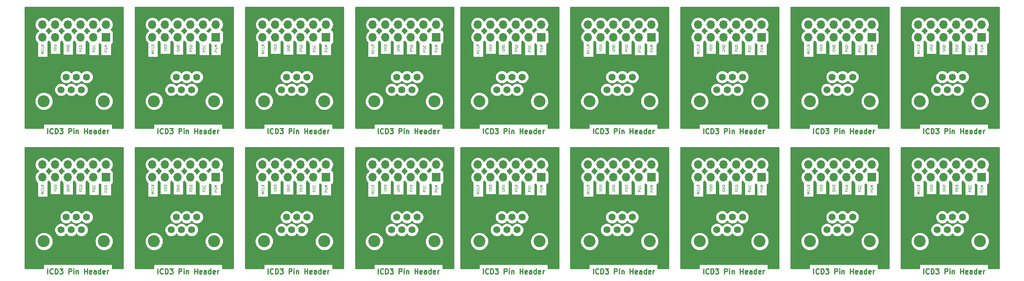
<source format=gtl>
%MOIN*%
%OFA0B0*%
%FSLAX46Y46*%
%IPPOS*%
%LPD*%
%ADD10C,0.0039370078740157488*%
%ADD11C,0.004921259842519685*%
%ADD12C,0.00984251968503937*%
%ADD13C,0.094488188976377951*%
%ADD14C,0.055118110236220472*%
%ADD15R,0.066929133858267723X0.066929133858267723*%
%ADD16O,0.066929133858267723X0.066929133858267723*%
%ADD17C,0.035433070866141732*%
%ADD18C,0.01*%
%ADD29C,0.0039370078740157488*%
%ADD30C,0.004921259842519685*%
%ADD31C,0.00984251968503937*%
%ADD32C,0.094488188976377951*%
%ADD33C,0.055118110236220472*%
%ADD34R,0.066929133858267723X0.066929133858267723*%
%ADD35O,0.066929133858267723X0.066929133858267723*%
%ADD36C,0.035433070866141732*%
%ADD37C,0.01*%
%ADD38C,0.0039370078740157488*%
%ADD39C,0.004921259842519685*%
%ADD40C,0.00984251968503937*%
%ADD41C,0.094488188976377951*%
%ADD42C,0.055118110236220472*%
%ADD43R,0.066929133858267723X0.066929133858267723*%
%ADD44O,0.066929133858267723X0.066929133858267723*%
%ADD45C,0.035433070866141732*%
%ADD46C,0.01*%
%ADD47C,0.0039370078740157488*%
%ADD48C,0.004921259842519685*%
%ADD49C,0.00984251968503937*%
%ADD50C,0.094488188976377951*%
%ADD51C,0.055118110236220472*%
%ADD52R,0.066929133858267723X0.066929133858267723*%
%ADD53O,0.066929133858267723X0.066929133858267723*%
%ADD54C,0.035433070866141732*%
%ADD55C,0.01*%
%ADD56C,0.0039370078740157488*%
%ADD57C,0.004921259842519685*%
%ADD58C,0.00984251968503937*%
%ADD59C,0.094488188976377951*%
%ADD60C,0.055118110236220472*%
%ADD61R,0.066929133858267723X0.066929133858267723*%
%ADD62O,0.066929133858267723X0.066929133858267723*%
%ADD63C,0.035433070866141732*%
%ADD64C,0.01*%
%ADD65C,0.0039370078740157488*%
%ADD66C,0.004921259842519685*%
%ADD67C,0.00984251968503937*%
%ADD68C,0.094488188976377951*%
%ADD69C,0.055118110236220472*%
%ADD70R,0.066929133858267723X0.066929133858267723*%
%ADD71O,0.066929133858267723X0.066929133858267723*%
%ADD72C,0.035433070866141732*%
%ADD73C,0.01*%
%ADD74C,0.0039370078740157488*%
%ADD75C,0.004921259842519685*%
%ADD76C,0.00984251968503937*%
%ADD77C,0.094488188976377951*%
%ADD78C,0.055118110236220472*%
%ADD79R,0.066929133858267723X0.066929133858267723*%
%ADD80O,0.066929133858267723X0.066929133858267723*%
%ADD81C,0.035433070866141732*%
%ADD82C,0.01*%
%ADD83C,0.0039370078740157488*%
%ADD84C,0.004921259842519685*%
%ADD85C,0.00984251968503937*%
%ADD86C,0.094488188976377951*%
%ADD87C,0.055118110236220472*%
%ADD88R,0.066929133858267723X0.066929133858267723*%
%ADD89O,0.066929133858267723X0.066929133858267723*%
%ADD90C,0.035433070866141732*%
%ADD91C,0.01*%
%ADD92C,0.0039370078740157488*%
%ADD93C,0.004921259842519685*%
%ADD94C,0.00984251968503937*%
%ADD95C,0.094488188976377951*%
%ADD96C,0.055118110236220472*%
%ADD97R,0.066929133858267723X0.066929133858267723*%
%ADD98O,0.066929133858267723X0.066929133858267723*%
%ADD99C,0.035433070866141732*%
%ADD100C,0.01*%
%ADD101C,0.0039370078740157488*%
%ADD102C,0.004921259842519685*%
%ADD103C,0.00984251968503937*%
%ADD104C,0.094488188976377951*%
%ADD105C,0.055118110236220472*%
%ADD106R,0.066929133858267723X0.066929133858267723*%
%ADD107O,0.066929133858267723X0.066929133858267723*%
%ADD108C,0.035433070866141732*%
%ADD109C,0.01*%
%ADD110C,0.0039370078740157488*%
%ADD111C,0.004921259842519685*%
%ADD112C,0.00984251968503937*%
%ADD113C,0.094488188976377951*%
%ADD114C,0.055118110236220472*%
%ADD115R,0.066929133858267723X0.066929133858267723*%
%ADD116O,0.066929133858267723X0.066929133858267723*%
%ADD117C,0.035433070866141732*%
%ADD118C,0.01*%
%ADD119C,0.0039370078740157488*%
%ADD120C,0.004921259842519685*%
%ADD121C,0.00984251968503937*%
%ADD122C,0.094488188976377951*%
%ADD123C,0.055118110236220472*%
%ADD124R,0.066929133858267723X0.066929133858267723*%
%ADD125O,0.066929133858267723X0.066929133858267723*%
%ADD126C,0.035433070866141732*%
%ADD127C,0.01*%
%ADD128C,0.0039370078740157488*%
%ADD129C,0.004921259842519685*%
%ADD130C,0.00984251968503937*%
%ADD131C,0.094488188976377951*%
%ADD132C,0.055118110236220472*%
%ADD133R,0.066929133858267723X0.066929133858267723*%
%ADD134O,0.066929133858267723X0.066929133858267723*%
%ADD135C,0.035433070866141732*%
%ADD136C,0.01*%
%ADD137C,0.0039370078740157488*%
%ADD138C,0.004921259842519685*%
%ADD139C,0.00984251968503937*%
%ADD140C,0.094488188976377951*%
%ADD141C,0.055118110236220472*%
%ADD142R,0.066929133858267723X0.066929133858267723*%
%ADD143O,0.066929133858267723X0.066929133858267723*%
%ADD144C,0.035433070866141732*%
%ADD145C,0.01*%
%ADD146C,0.0039370078740157488*%
%ADD147C,0.004921259842519685*%
%ADD148C,0.00984251968503937*%
%ADD149C,0.094488188976377951*%
%ADD150C,0.055118110236220472*%
%ADD151R,0.066929133858267723X0.066929133858267723*%
%ADD152O,0.066929133858267723X0.066929133858267723*%
%ADD153C,0.035433070866141732*%
%ADD154C,0.01*%
%ADD155C,0.0039370078740157488*%
%ADD156C,0.004921259842519685*%
%ADD157C,0.00984251968503937*%
%ADD158C,0.094488188976377951*%
%ADD159C,0.055118110236220472*%
%ADD160R,0.066929133858267723X0.066929133858267723*%
%ADD161O,0.066929133858267723X0.066929133858267723*%
%ADD162C,0.035433070866141732*%
%ADD163C,0.01*%
%ADD164C,0.0039370078740157488*%
%ADD165C,0.004921259842519685*%
%ADD166C,0.00984251968503937*%
%ADD167C,0.094488188976377951*%
%ADD168C,0.055118110236220472*%
%ADD169R,0.066929133858267723X0.066929133858267723*%
%ADD170O,0.066929133858267723X0.066929133858267723*%
%ADD171C,0.035433070866141732*%
%ADD172C,0.01*%
%ADD173C,0.0039370078740157488*%
%ADD174C,0.004921259842519685*%
%ADD175C,0.00984251968503937*%
%ADD176C,0.094488188976377951*%
%ADD177C,0.055118110236220472*%
%ADD178R,0.066929133858267723X0.066929133858267723*%
%ADD179O,0.066929133858267723X0.066929133858267723*%
%ADD180C,0.035433070866141732*%
%ADD181C,0.01*%
G01G01*
D10*
D11*
X0000225834Y0011216179D02*
X0000206149Y0011216179D01*
X0000220209Y0011222740D01*
X0000206149Y0011229302D01*
X0000225834Y0011229302D01*
X0000223959Y0011249925D02*
X0000224896Y0011248987D01*
X0000225834Y0011246175D01*
X0000225834Y0011244300D01*
X0000224896Y0011241488D01*
X0000223022Y0011239613D01*
X0000221147Y0011238676D01*
X0000217397Y0011237739D01*
X0000214585Y0011237739D01*
X0000210836Y0011238676D01*
X0000208961Y0011239613D01*
X0000207086Y0011241488D01*
X0000206149Y0011244300D01*
X0000206149Y0011246175D01*
X0000207086Y0011248987D01*
X0000208023Y0011249925D01*
X0000225834Y0011267735D02*
X0000225834Y0011258361D01*
X0000206149Y0011258361D01*
X0000225834Y0011285545D02*
X0000216460Y0011278983D01*
X0000225834Y0011274297D02*
X0000206149Y0011274297D01*
X0000206149Y0011281796D01*
X0000207086Y0011283670D01*
X0000208023Y0011284608D01*
X0000209898Y0011285545D01*
X0000212710Y0011285545D01*
X0000214585Y0011284608D01*
X0000215523Y0011283670D01*
X0000216460Y0011281796D01*
X0000216460Y0011274297D01*
X0000305755Y0011235958D02*
X0000325440Y0011242519D01*
X0000305755Y0011249081D01*
X0000325440Y0011255643D02*
X0000305755Y0011255643D01*
X0000305755Y0011260329D01*
X0000306692Y0011263142D01*
X0000308567Y0011265016D01*
X0000310442Y0011265954D01*
X0000314191Y0011266891D01*
X0000317004Y0011266891D01*
X0000320753Y0011265954D01*
X0000322628Y0011265016D01*
X0000324503Y0011263142D01*
X0000325440Y0011260329D01*
X0000325440Y0011255643D01*
X0000325440Y0011275328D02*
X0000305755Y0011275328D01*
X0000305755Y0011280015D01*
X0000306692Y0011282827D01*
X0000308567Y0011284701D01*
X0000310442Y0011285639D01*
X0000314191Y0011286576D01*
X0000317004Y0011286576D01*
X0000320753Y0011285639D01*
X0000322628Y0011284701D01*
X0000324503Y0011282827D01*
X0000325440Y0011280015D01*
X0000325440Y0011275328D01*
X0000407086Y0011243663D02*
X0000406149Y0011241788D01*
X0000406149Y0011238976D01*
X0000407086Y0011236164D01*
X0000408961Y0011234289D01*
X0000410836Y0011233352D01*
X0000414585Y0011232414D01*
X0000417397Y0011232414D01*
X0000421147Y0011233352D01*
X0000423022Y0011234289D01*
X0000424896Y0011236164D01*
X0000425834Y0011238976D01*
X0000425834Y0011240851D01*
X0000424896Y0011243663D01*
X0000423959Y0011244600D01*
X0000417397Y0011244600D01*
X0000417397Y0011240851D01*
X0000425834Y0011253037D02*
X0000406149Y0011253037D01*
X0000425834Y0011264285D01*
X0000406149Y0011264285D01*
X0000425834Y0011273659D02*
X0000406149Y0011273659D01*
X0000406149Y0011278346D01*
X0000407086Y0011281158D01*
X0000408961Y0011283033D01*
X0000410836Y0011283970D01*
X0000414585Y0011284908D01*
X0000417397Y0011284908D01*
X0000421147Y0011283970D01*
X0000423022Y0011283033D01*
X0000424896Y0011281158D01*
X0000425834Y0011278346D01*
X0000425834Y0011273659D01*
X0000526621Y0011233820D02*
X0000506936Y0011233820D01*
X0000506936Y0011241319D01*
X0000507874Y0011243194D01*
X0000508811Y0011244131D01*
X0000510686Y0011245069D01*
X0000513498Y0011245069D01*
X0000515373Y0011244131D01*
X0000516310Y0011243194D01*
X0000517247Y0011241319D01*
X0000517247Y0011233820D01*
X0000507874Y0011263817D02*
X0000506936Y0011261942D01*
X0000506936Y0011259130D01*
X0000507874Y0011256317D01*
X0000509748Y0011254443D01*
X0000511623Y0011253505D01*
X0000515373Y0011252568D01*
X0000518185Y0011252568D01*
X0000521934Y0011253505D01*
X0000523809Y0011254443D01*
X0000525684Y0011256317D01*
X0000526621Y0011259130D01*
X0000526621Y0011261004D01*
X0000525684Y0011263817D01*
X0000524746Y0011264754D01*
X0000518185Y0011264754D01*
X0000518185Y0011261004D01*
X0000526621Y0011273190D02*
X0000506936Y0011273190D01*
X0000506936Y0011277877D01*
X0000507874Y0011280689D01*
X0000509748Y0011282564D01*
X0000511623Y0011283502D01*
X0000515373Y0011284439D01*
X0000518185Y0011284439D01*
X0000521934Y0011283502D01*
X0000523809Y0011282564D01*
X0000525684Y0011280689D01*
X0000526621Y0011277877D01*
X0000526621Y0011273190D01*
X0000629771Y0011230277D02*
X0000610086Y0011230277D01*
X0000610086Y0011237776D01*
X0000611023Y0011239651D01*
X0000611961Y0011240588D01*
X0000613835Y0011241526D01*
X0000616647Y0011241526D01*
X0000618522Y0011240588D01*
X0000619460Y0011239651D01*
X0000620397Y0011237776D01*
X0000620397Y0011230277D01*
X0000611023Y0011260273D02*
X0000610086Y0011258398D01*
X0000610086Y0011255586D01*
X0000611023Y0011252774D01*
X0000612898Y0011250899D01*
X0000614773Y0011249962D01*
X0000618522Y0011249025D01*
X0000621334Y0011249025D01*
X0000625084Y0011249962D01*
X0000626959Y0011250899D01*
X0000628833Y0011252774D01*
X0000629771Y0011255586D01*
X0000629771Y0011257461D01*
X0000628833Y0011260273D01*
X0000627896Y0011261211D01*
X0000621334Y0011261211D01*
X0000621334Y0011257461D01*
X0000627896Y0011280896D02*
X0000628833Y0011279958D01*
X0000629771Y0011277146D01*
X0000629771Y0011275271D01*
X0000628833Y0011272459D01*
X0000626959Y0011270584D01*
X0000625084Y0011269647D01*
X0000621334Y0011268710D01*
X0000618522Y0011268710D01*
X0000614773Y0011269647D01*
X0000612898Y0011270584D01*
X0000611023Y0011272459D01*
X0000610086Y0011275271D01*
X0000610086Y0011277146D01*
X0000611023Y0011279958D01*
X0000611961Y0011280896D01*
X0000724259Y0011228871D02*
X0000704574Y0011228871D01*
X0000704574Y0011236370D01*
X0000705511Y0011238245D01*
X0000706449Y0011239182D01*
X0000708323Y0011240120D01*
X0000711136Y0011240120D01*
X0000713010Y0011239182D01*
X0000713948Y0011238245D01*
X0000714885Y0011236370D01*
X0000714885Y0011228871D01*
X0000705511Y0011258867D02*
X0000704574Y0011256992D01*
X0000704574Y0011254180D01*
X0000705511Y0011251368D01*
X0000707386Y0011249493D01*
X0000709261Y0011248556D01*
X0000713010Y0011247619D01*
X0000715823Y0011247619D01*
X0000719572Y0011248556D01*
X0000721447Y0011249493D01*
X0000723322Y0011251368D01*
X0000724259Y0011254180D01*
X0000724259Y0011256055D01*
X0000723322Y0011258867D01*
X0000722384Y0011259805D01*
X0000715823Y0011259805D01*
X0000715823Y0011256055D01*
X0000724259Y0011268241D02*
X0000704574Y0011268241D01*
X0000718635Y0011274803D01*
X0000704574Y0011281364D01*
X0000724259Y0011281364D01*
D12*
X0000257723Y0010585733D02*
X0000257723Y0010625103D01*
X0000298968Y0010589482D02*
X0000297094Y0010587607D01*
X0000291469Y0010585733D01*
X0000287720Y0010585733D01*
X0000282095Y0010587607D01*
X0000278346Y0010591357D01*
X0000276471Y0010595106D01*
X0000274596Y0010602605D01*
X0000274596Y0010608230D01*
X0000276471Y0010615729D01*
X0000278346Y0010619478D01*
X0000282095Y0010623228D01*
X0000287720Y0010625103D01*
X0000291469Y0010625103D01*
X0000297094Y0010623228D01*
X0000298968Y0010621353D01*
X0000315841Y0010585733D02*
X0000315841Y0010625103D01*
X0000325215Y0010625103D01*
X0000330839Y0010623228D01*
X0000334589Y0010619478D01*
X0000336464Y0010615729D01*
X0000338338Y0010608230D01*
X0000338338Y0010602605D01*
X0000336464Y0010595106D01*
X0000334589Y0010591357D01*
X0000330839Y0010587607D01*
X0000325215Y0010585733D01*
X0000315841Y0010585733D01*
X0000351462Y0010625103D02*
X0000375834Y0010625103D01*
X0000362710Y0010610105D01*
X0000368335Y0010610105D01*
X0000372084Y0010608230D01*
X0000373959Y0010606355D01*
X0000375834Y0010602605D01*
X0000375834Y0010593232D01*
X0000373959Y0010589482D01*
X0000372084Y0010587607D01*
X0000368335Y0010585733D01*
X0000357086Y0010585733D01*
X0000353337Y0010587607D01*
X0000351462Y0010589482D01*
X0000422703Y0010585733D02*
X0000422703Y0010625103D01*
X0000437701Y0010625103D01*
X0000441451Y0010623228D01*
X0000443325Y0010621353D01*
X0000445200Y0010617604D01*
X0000445200Y0010611979D01*
X0000443325Y0010608230D01*
X0000441451Y0010606355D01*
X0000437701Y0010604480D01*
X0000422703Y0010604480D01*
X0000462073Y0010585733D02*
X0000462073Y0010611979D01*
X0000462073Y0010625103D02*
X0000460198Y0010623228D01*
X0000462073Y0010621353D01*
X0000463948Y0010623228D01*
X0000462073Y0010625103D01*
X0000462073Y0010621353D01*
X0000480821Y0010611979D02*
X0000480821Y0010585733D01*
X0000480821Y0010608230D02*
X0000482695Y0010610105D01*
X0000486445Y0010611979D01*
X0000492069Y0010611979D01*
X0000495819Y0010610105D01*
X0000497694Y0010606355D01*
X0000497694Y0010585733D01*
X0000546437Y0010585733D02*
X0000546437Y0010625103D01*
X0000546437Y0010606355D02*
X0000568935Y0010606355D01*
X0000568935Y0010585733D02*
X0000568935Y0010625103D01*
X0000602680Y0010587607D02*
X0000598931Y0010585733D01*
X0000591432Y0010585733D01*
X0000587682Y0010587607D01*
X0000585807Y0010591357D01*
X0000585807Y0010606355D01*
X0000587682Y0010610105D01*
X0000591432Y0010611979D01*
X0000598931Y0010611979D01*
X0000602680Y0010610105D01*
X0000604555Y0010606355D01*
X0000604555Y0010602605D01*
X0000585807Y0010598856D01*
X0000638301Y0010585733D02*
X0000638301Y0010606355D01*
X0000636426Y0010610105D01*
X0000632677Y0010611979D01*
X0000625178Y0010611979D01*
X0000621428Y0010610105D01*
X0000638301Y0010587607D02*
X0000634551Y0010585733D01*
X0000625178Y0010585733D01*
X0000621428Y0010587607D01*
X0000619553Y0010591357D01*
X0000619553Y0010595106D01*
X0000621428Y0010598856D01*
X0000625178Y0010600731D01*
X0000634551Y0010600731D01*
X0000638301Y0010602605D01*
X0000673922Y0010585733D02*
X0000673922Y0010625103D01*
X0000673922Y0010587607D02*
X0000670172Y0010585733D01*
X0000662673Y0010585733D01*
X0000658923Y0010587607D01*
X0000657049Y0010589482D01*
X0000655174Y0010593232D01*
X0000655174Y0010604480D01*
X0000657049Y0010608230D01*
X0000658923Y0010610105D01*
X0000662673Y0010611979D01*
X0000670172Y0010611979D01*
X0000673922Y0010610105D01*
X0000707667Y0010587607D02*
X0000703918Y0010585733D01*
X0000696419Y0010585733D01*
X0000692669Y0010587607D01*
X0000690794Y0010591357D01*
X0000690794Y0010606355D01*
X0000692669Y0010610105D01*
X0000696419Y0010611979D01*
X0000703918Y0010611979D01*
X0000707667Y0010610105D01*
X0000709542Y0010606355D01*
X0000709542Y0010602605D01*
X0000690794Y0010598856D01*
X0000726415Y0010585733D02*
X0000726415Y0010611979D01*
X0000726415Y0010604480D02*
X0000728290Y0010608230D01*
X0000730164Y0010610105D01*
X0000733914Y0010611979D01*
X0000737664Y0010611979D01*
D13*
X0000700496Y0010840192D03*
X0000228055Y0010840192D03*
D14*
X0000564669Y0011030743D03*
X0000484354Y0011030743D03*
X0000404039Y0011030743D03*
X0000524511Y0010930743D03*
X0000444196Y0010930743D03*
X0000363881Y0010930743D03*
D15*
X0000714881Y0011343543D03*
D16*
X0000714881Y0011443543D03*
X0000614881Y0011343543D03*
X0000614881Y0011443543D03*
X0000514881Y0011343543D03*
X0000514881Y0011443543D03*
X0000414881Y0011343543D03*
X0000414881Y0011443543D03*
X0000314881Y0011343543D03*
X0000314881Y0011443543D03*
X0000214881Y0011343543D03*
X0000214881Y0011443543D03*
D17*
X0000404039Y0011030743D02*
X0000403181Y0011030743D01*
X0000564669Y0011030743D02*
X0000565381Y0011030743D01*
D18*
G36*
X0000849881Y0011578547D02*
X0000849881Y0010628543D01*
X0000766413Y0010628543D01*
X0000766413Y0010661023D01*
X0000223350Y0010661023D01*
X0000223350Y0010628543D01*
X0000079881Y0010628543D01*
X0000079881Y0010852486D01*
X0000155428Y0010852486D01*
X0000155810Y0010839188D01*
X0000155798Y0010825884D01*
X0000156220Y0010824862D01*
X0000156252Y0010823757D01*
X0000165661Y0010801041D01*
X0000166150Y0010800832D01*
X0000166773Y0010799322D01*
X0000187078Y0010778982D01*
X0000188682Y0010778316D01*
X0000188904Y0010777798D01*
X0000201336Y0010773062D01*
X0000213621Y0010767960D01*
X0000214727Y0010767959D01*
X0000215761Y0010767565D01*
X0000229059Y0010767947D01*
X0000242362Y0010767935D01*
X0000243384Y0010768357D01*
X0000244489Y0010768389D01*
X0000267206Y0010777798D01*
X0000267415Y0010778287D01*
X0000268924Y0010778910D01*
X0000289264Y0010799215D01*
X0000289930Y0010800819D01*
X0000290448Y0010801041D01*
X0000295185Y0010813473D01*
X0000300286Y0010825758D01*
X0000300287Y0010826864D01*
X0000300681Y0010827898D01*
X0000300300Y0010841196D01*
X0000300309Y0010852486D01*
X0000627869Y0010852486D01*
X0000628251Y0010839188D01*
X0000628239Y0010825884D01*
X0000628661Y0010824862D01*
X0000628693Y0010823757D01*
X0000638102Y0010801041D01*
X0000638591Y0010800832D01*
X0000639214Y0010799322D01*
X0000659519Y0010778982D01*
X0000661123Y0010778316D01*
X0000661345Y0010777798D01*
X0000673776Y0010773062D01*
X0000686062Y0010767960D01*
X0000687168Y0010767959D01*
X0000688202Y0010767565D01*
X0000701500Y0010767947D01*
X0000714803Y0010767935D01*
X0000715825Y0010768357D01*
X0000716930Y0010768389D01*
X0000739647Y0010777798D01*
X0000739856Y0010778287D01*
X0000741365Y0010778910D01*
X0000761705Y0010799215D01*
X0000762371Y0010800819D01*
X0000762889Y0010801041D01*
X0000767626Y0010813473D01*
X0000772727Y0010825758D01*
X0000772728Y0010826864D01*
X0000773122Y0010827898D01*
X0000772741Y0010841196D01*
X0000772752Y0010854499D01*
X0000772330Y0010855521D01*
X0000772298Y0010856626D01*
X0000762889Y0010879343D01*
X0000762401Y0010879552D01*
X0000761777Y0010881061D01*
X0000741472Y0010901401D01*
X0000739868Y0010902067D01*
X0000739647Y0010902585D01*
X0000727215Y0010907322D01*
X0000714929Y0010912423D01*
X0000713823Y0010912424D01*
X0000712790Y0010912818D01*
X0000699492Y0010912437D01*
X0000686188Y0010912448D01*
X0000685166Y0010912026D01*
X0000684061Y0010911994D01*
X0000661345Y0010902585D01*
X0000661136Y0010902097D01*
X0000659626Y0010901473D01*
X0000639286Y0010881168D01*
X0000638620Y0010879564D01*
X0000638102Y0010879343D01*
X0000633366Y0010866911D01*
X0000628264Y0010854625D01*
X0000628263Y0010853519D01*
X0000627869Y0010852486D01*
X0000300309Y0010852486D01*
X0000300311Y0010854499D01*
X0000299889Y0010855521D01*
X0000299857Y0010856626D01*
X0000290448Y0010879343D01*
X0000289960Y0010879552D01*
X0000289336Y0010881061D01*
X0000269031Y0010901401D01*
X0000267427Y0010902067D01*
X0000267206Y0010902585D01*
X0000254774Y0010907322D01*
X0000242488Y0010912423D01*
X0000241382Y0010912424D01*
X0000240349Y0010912818D01*
X0000227051Y0010912437D01*
X0000213747Y0010912448D01*
X0000212725Y0010912026D01*
X0000211620Y0010911994D01*
X0000188904Y0010902585D01*
X0000188695Y0010902097D01*
X0000187185Y0010901473D01*
X0000166845Y0010881168D01*
X0000166179Y0010879564D01*
X0000165661Y0010879343D01*
X0000160925Y0010866911D01*
X0000155823Y0010854625D01*
X0000155822Y0010853519D01*
X0000155428Y0010852486D01*
X0000079881Y0010852486D01*
X0000079881Y0010920334D01*
X0000311313Y0010920334D01*
X0000319298Y0010901009D01*
X0000334070Y0010886211D01*
X0000353381Y0010878193D01*
X0000374290Y0010878175D01*
X0000393615Y0010886159D01*
X0000404044Y0010896571D01*
X0000414385Y0010886211D01*
X0000433696Y0010878193D01*
X0000454605Y0010878175D01*
X0000473930Y0010886159D01*
X0000484359Y0010896571D01*
X0000494700Y0010886211D01*
X0000514011Y0010878193D01*
X0000534920Y0010878175D01*
X0000554245Y0010886159D01*
X0000569043Y0010900932D01*
X0000577061Y0010920242D01*
X0000577079Y0010941152D01*
X0000569095Y0010960476D01*
X0000554322Y0010975274D01*
X0000535012Y0010983293D01*
X0000514103Y0010983311D01*
X0000494778Y0010975326D01*
X0000484349Y0010964915D01*
X0000474008Y0010975274D01*
X0000454697Y0010983293D01*
X0000433788Y0010983311D01*
X0000414463Y0010975326D01*
X0000404034Y0010964915D01*
X0000393693Y0010975274D01*
X0000374382Y0010983293D01*
X0000353473Y0010983311D01*
X0000334148Y0010975326D01*
X0000319350Y0010960554D01*
X0000311331Y0010941243D01*
X0000311313Y0010920334D01*
X0000079881Y0010920334D01*
X0000079881Y0011020334D01*
X0000351471Y0011020334D01*
X0000359455Y0011001009D01*
X0000374228Y0010986211D01*
X0000393538Y0010978193D01*
X0000414448Y0010978175D01*
X0000433772Y0010986159D01*
X0000444202Y0010996571D01*
X0000454543Y0010986211D01*
X0000473853Y0010978193D01*
X0000494763Y0010978175D01*
X0000514087Y0010986159D01*
X0000524517Y0010996571D01*
X0000534858Y0010986211D01*
X0000554168Y0010978193D01*
X0000575078Y0010978175D01*
X0000594402Y0010986159D01*
X0000609200Y0011000932D01*
X0000617219Y0011020242D01*
X0000617237Y0011041152D01*
X0000609252Y0011060476D01*
X0000594480Y0011075274D01*
X0000575169Y0011083293D01*
X0000554260Y0011083311D01*
X0000534935Y0011075326D01*
X0000524506Y0011064915D01*
X0000514165Y0011075274D01*
X0000494854Y0011083293D01*
X0000473945Y0011083311D01*
X0000454620Y0011075326D01*
X0000444191Y0011064915D01*
X0000433850Y0011075274D01*
X0000414539Y0011083293D01*
X0000393630Y0011083311D01*
X0000374305Y0011075326D01*
X0000359507Y0011060554D01*
X0000351489Y0011041243D01*
X0000351471Y0011020334D01*
X0000079881Y0011020334D01*
X0000079881Y0011444688D01*
X0000156417Y0011444688D01*
X0000156417Y0011442397D01*
X0000160867Y0011420024D01*
X0000173541Y0011401057D01*
X0000184786Y0011393543D01*
X0000173541Y0011386029D01*
X0000160867Y0011367062D01*
X0000156417Y0011344688D01*
X0000156417Y0011342397D01*
X0000160867Y0011320024D01*
X0000173541Y0011301057D01*
X0000175688Y0011299622D01*
X0000175688Y0011186492D01*
X0000260137Y0011186492D01*
X0000260137Y0011306916D01*
X0000264881Y0011314016D01*
X0000273541Y0011301057D01*
X0000275295Y0011299885D01*
X0000275295Y0011209083D01*
X0000359744Y0011209083D01*
X0000359744Y0011306327D01*
X0000364881Y0011314016D01*
X0000373541Y0011301057D01*
X0000375688Y0011299622D01*
X0000375688Y0011203665D01*
X0000460137Y0011203665D01*
X0000460137Y0011306916D01*
X0000464881Y0011314016D01*
X0000473541Y0011301057D01*
X0000476476Y0011299095D01*
X0000476476Y0011204133D01*
X0000560925Y0011204133D01*
X0000560925Y0011308095D01*
X0000564881Y0011314016D01*
X0000573541Y0011301057D01*
X0000579625Y0011296991D01*
X0000579625Y0011200590D01*
X0000664074Y0011200590D01*
X0000664074Y0011291670D01*
X0000671500Y0011286597D01*
X0000674114Y0011286067D01*
X0000674114Y0011199184D01*
X0000758562Y0011199184D01*
X0000758562Y0011286944D01*
X0000766119Y0011291807D01*
X0000771827Y0011300161D01*
X0000773836Y0011310078D01*
X0000773836Y0011377007D01*
X0000772092Y0011386272D01*
X0000766617Y0011394781D01*
X0000758263Y0011400489D01*
X0000756045Y0011400938D01*
X0000756222Y0011401057D01*
X0000768896Y0011420024D01*
X0000773346Y0011442397D01*
X0000773346Y0011444688D01*
X0000768896Y0011467062D01*
X0000756222Y0011486029D01*
X0000737255Y0011498702D01*
X0000714881Y0011503153D01*
X0000692508Y0011498702D01*
X0000673541Y0011486029D01*
X0000664881Y0011473069D01*
X0000656222Y0011486029D01*
X0000637255Y0011498702D01*
X0000614881Y0011503153D01*
X0000592508Y0011498702D01*
X0000573541Y0011486029D01*
X0000564881Y0011473069D01*
X0000556222Y0011486029D01*
X0000537255Y0011498702D01*
X0000514881Y0011503153D01*
X0000492508Y0011498702D01*
X0000473541Y0011486029D01*
X0000464881Y0011473069D01*
X0000456222Y0011486029D01*
X0000437255Y0011498702D01*
X0000414881Y0011503153D01*
X0000392508Y0011498702D01*
X0000373541Y0011486029D01*
X0000364881Y0011473069D01*
X0000356222Y0011486029D01*
X0000337255Y0011498702D01*
X0000314881Y0011503153D01*
X0000292508Y0011498702D01*
X0000273541Y0011486029D01*
X0000264881Y0011473069D01*
X0000256222Y0011486029D01*
X0000237255Y0011498702D01*
X0000214881Y0011503153D01*
X0000192508Y0011498702D01*
X0000173541Y0011486029D01*
X0000160867Y0011467062D01*
X0000156417Y0011444688D01*
X0000079881Y0011444688D01*
X0000079881Y0011579244D01*
X0000849881Y0011578547D01*
X0000849881Y0011578547D01*
G37*
X0000849881Y0011578547D02*
X0000849881Y0010628543D01*
X0000766413Y0010628543D01*
X0000766413Y0010661023D01*
X0000223350Y0010661023D01*
X0000223350Y0010628543D01*
X0000079881Y0010628543D01*
X0000079881Y0010852486D01*
X0000155428Y0010852486D01*
X0000155810Y0010839188D01*
X0000155798Y0010825884D01*
X0000156220Y0010824862D01*
X0000156252Y0010823757D01*
X0000165661Y0010801041D01*
X0000166150Y0010800832D01*
X0000166773Y0010799322D01*
X0000187078Y0010778982D01*
X0000188682Y0010778316D01*
X0000188904Y0010777798D01*
X0000201336Y0010773062D01*
X0000213621Y0010767960D01*
X0000214727Y0010767959D01*
X0000215761Y0010767565D01*
X0000229059Y0010767947D01*
X0000242362Y0010767935D01*
X0000243384Y0010768357D01*
X0000244489Y0010768389D01*
X0000267206Y0010777798D01*
X0000267415Y0010778287D01*
X0000268924Y0010778910D01*
X0000289264Y0010799215D01*
X0000289930Y0010800819D01*
X0000290448Y0010801041D01*
X0000295185Y0010813473D01*
X0000300286Y0010825758D01*
X0000300287Y0010826864D01*
X0000300681Y0010827898D01*
X0000300300Y0010841196D01*
X0000300309Y0010852486D01*
X0000627869Y0010852486D01*
X0000628251Y0010839188D01*
X0000628239Y0010825884D01*
X0000628661Y0010824862D01*
X0000628693Y0010823757D01*
X0000638102Y0010801041D01*
X0000638591Y0010800832D01*
X0000639214Y0010799322D01*
X0000659519Y0010778982D01*
X0000661123Y0010778316D01*
X0000661345Y0010777798D01*
X0000673776Y0010773062D01*
X0000686062Y0010767960D01*
X0000687168Y0010767959D01*
X0000688202Y0010767565D01*
X0000701500Y0010767947D01*
X0000714803Y0010767935D01*
X0000715825Y0010768357D01*
X0000716930Y0010768389D01*
X0000739647Y0010777798D01*
X0000739856Y0010778287D01*
X0000741365Y0010778910D01*
X0000761705Y0010799215D01*
X0000762371Y0010800819D01*
X0000762889Y0010801041D01*
X0000767626Y0010813473D01*
X0000772727Y0010825758D01*
X0000772728Y0010826864D01*
X0000773122Y0010827898D01*
X0000772741Y0010841196D01*
X0000772752Y0010854499D01*
X0000772330Y0010855521D01*
X0000772298Y0010856626D01*
X0000762889Y0010879343D01*
X0000762401Y0010879552D01*
X0000761777Y0010881061D01*
X0000741472Y0010901401D01*
X0000739868Y0010902067D01*
X0000739647Y0010902585D01*
X0000727215Y0010907322D01*
X0000714929Y0010912423D01*
X0000713823Y0010912424D01*
X0000712790Y0010912818D01*
X0000699492Y0010912437D01*
X0000686188Y0010912448D01*
X0000685166Y0010912026D01*
X0000684061Y0010911994D01*
X0000661345Y0010902585D01*
X0000661136Y0010902097D01*
X0000659626Y0010901473D01*
X0000639286Y0010881168D01*
X0000638620Y0010879564D01*
X0000638102Y0010879343D01*
X0000633366Y0010866911D01*
X0000628264Y0010854625D01*
X0000628263Y0010853519D01*
X0000627869Y0010852486D01*
X0000300309Y0010852486D01*
X0000300311Y0010854499D01*
X0000299889Y0010855521D01*
X0000299857Y0010856626D01*
X0000290448Y0010879343D01*
X0000289960Y0010879552D01*
X0000289336Y0010881061D01*
X0000269031Y0010901401D01*
X0000267427Y0010902067D01*
X0000267206Y0010902585D01*
X0000254774Y0010907322D01*
X0000242488Y0010912423D01*
X0000241382Y0010912424D01*
X0000240349Y0010912818D01*
X0000227051Y0010912437D01*
X0000213747Y0010912448D01*
X0000212725Y0010912026D01*
X0000211620Y0010911994D01*
X0000188904Y0010902585D01*
X0000188695Y0010902097D01*
X0000187185Y0010901473D01*
X0000166845Y0010881168D01*
X0000166179Y0010879564D01*
X0000165661Y0010879343D01*
X0000160925Y0010866911D01*
X0000155823Y0010854625D01*
X0000155822Y0010853519D01*
X0000155428Y0010852486D01*
X0000079881Y0010852486D01*
X0000079881Y0010920334D01*
X0000311313Y0010920334D01*
X0000319298Y0010901009D01*
X0000334070Y0010886211D01*
X0000353381Y0010878193D01*
X0000374290Y0010878175D01*
X0000393615Y0010886159D01*
X0000404044Y0010896571D01*
X0000414385Y0010886211D01*
X0000433696Y0010878193D01*
X0000454605Y0010878175D01*
X0000473930Y0010886159D01*
X0000484359Y0010896571D01*
X0000494700Y0010886211D01*
X0000514011Y0010878193D01*
X0000534920Y0010878175D01*
X0000554245Y0010886159D01*
X0000569043Y0010900932D01*
X0000577061Y0010920242D01*
X0000577079Y0010941152D01*
X0000569095Y0010960476D01*
X0000554322Y0010975274D01*
X0000535012Y0010983293D01*
X0000514103Y0010983311D01*
X0000494778Y0010975326D01*
X0000484349Y0010964915D01*
X0000474008Y0010975274D01*
X0000454697Y0010983293D01*
X0000433788Y0010983311D01*
X0000414463Y0010975326D01*
X0000404034Y0010964915D01*
X0000393693Y0010975274D01*
X0000374382Y0010983293D01*
X0000353473Y0010983311D01*
X0000334148Y0010975326D01*
X0000319350Y0010960554D01*
X0000311331Y0010941243D01*
X0000311313Y0010920334D01*
X0000079881Y0010920334D01*
X0000079881Y0011020334D01*
X0000351471Y0011020334D01*
X0000359455Y0011001009D01*
X0000374228Y0010986211D01*
X0000393538Y0010978193D01*
X0000414448Y0010978175D01*
X0000433772Y0010986159D01*
X0000444202Y0010996571D01*
X0000454543Y0010986211D01*
X0000473853Y0010978193D01*
X0000494763Y0010978175D01*
X0000514087Y0010986159D01*
X0000524517Y0010996571D01*
X0000534858Y0010986211D01*
X0000554168Y0010978193D01*
X0000575078Y0010978175D01*
X0000594402Y0010986159D01*
X0000609200Y0011000932D01*
X0000617219Y0011020242D01*
X0000617237Y0011041152D01*
X0000609252Y0011060476D01*
X0000594480Y0011075274D01*
X0000575169Y0011083293D01*
X0000554260Y0011083311D01*
X0000534935Y0011075326D01*
X0000524506Y0011064915D01*
X0000514165Y0011075274D01*
X0000494854Y0011083293D01*
X0000473945Y0011083311D01*
X0000454620Y0011075326D01*
X0000444191Y0011064915D01*
X0000433850Y0011075274D01*
X0000414539Y0011083293D01*
X0000393630Y0011083311D01*
X0000374305Y0011075326D01*
X0000359507Y0011060554D01*
X0000351489Y0011041243D01*
X0000351471Y0011020334D01*
X0000079881Y0011020334D01*
X0000079881Y0011444688D01*
X0000156417Y0011444688D01*
X0000156417Y0011442397D01*
X0000160867Y0011420024D01*
X0000173541Y0011401057D01*
X0000184786Y0011393543D01*
X0000173541Y0011386029D01*
X0000160867Y0011367062D01*
X0000156417Y0011344688D01*
X0000156417Y0011342397D01*
X0000160867Y0011320024D01*
X0000173541Y0011301057D01*
X0000175688Y0011299622D01*
X0000175688Y0011186492D01*
X0000260137Y0011186492D01*
X0000260137Y0011306916D01*
X0000264881Y0011314016D01*
X0000273541Y0011301057D01*
X0000275295Y0011299885D01*
X0000275295Y0011209083D01*
X0000359744Y0011209083D01*
X0000359744Y0011306327D01*
X0000364881Y0011314016D01*
X0000373541Y0011301057D01*
X0000375688Y0011299622D01*
X0000375688Y0011203665D01*
X0000460137Y0011203665D01*
X0000460137Y0011306916D01*
X0000464881Y0011314016D01*
X0000473541Y0011301057D01*
X0000476476Y0011299095D01*
X0000476476Y0011204133D01*
X0000560925Y0011204133D01*
X0000560925Y0011308095D01*
X0000564881Y0011314016D01*
X0000573541Y0011301057D01*
X0000579625Y0011296991D01*
X0000579625Y0011200590D01*
X0000664074Y0011200590D01*
X0000664074Y0011291670D01*
X0000671500Y0011286597D01*
X0000674114Y0011286067D01*
X0000674114Y0011199184D01*
X0000758562Y0011199184D01*
X0000758562Y0011286944D01*
X0000766119Y0011291807D01*
X0000771827Y0011300161D01*
X0000773836Y0011310078D01*
X0000773836Y0011377007D01*
X0000772092Y0011386272D01*
X0000766617Y0011394781D01*
X0000758263Y0011400489D01*
X0000756045Y0011400938D01*
X0000756222Y0011401057D01*
X0000768896Y0011420024D01*
X0000773346Y0011442397D01*
X0000773346Y0011444688D01*
X0000768896Y0011467062D01*
X0000756222Y0011486029D01*
X0000737255Y0011498702D01*
X0000714881Y0011503153D01*
X0000692508Y0011498702D01*
X0000673541Y0011486029D01*
X0000664881Y0011473069D01*
X0000656222Y0011486029D01*
X0000637255Y0011498702D01*
X0000614881Y0011503153D01*
X0000592508Y0011498702D01*
X0000573541Y0011486029D01*
X0000564881Y0011473069D01*
X0000556222Y0011486029D01*
X0000537255Y0011498702D01*
X0000514881Y0011503153D01*
X0000492508Y0011498702D01*
X0000473541Y0011486029D01*
X0000464881Y0011473069D01*
X0000456222Y0011486029D01*
X0000437255Y0011498702D01*
X0000414881Y0011503153D01*
X0000392508Y0011498702D01*
X0000373541Y0011486029D01*
X0000364881Y0011473069D01*
X0000356222Y0011486029D01*
X0000337255Y0011498702D01*
X0000314881Y0011503153D01*
X0000292508Y0011498702D01*
X0000273541Y0011486029D01*
X0000264881Y0011473069D01*
X0000256222Y0011486029D01*
X0000237255Y0011498702D01*
X0000214881Y0011503153D01*
X0000192508Y0011498702D01*
X0000173541Y0011486029D01*
X0000160867Y0011467062D01*
X0000156417Y0011444688D01*
X0000079881Y0011444688D01*
X0000079881Y0011579244D01*
X0000849881Y0011578547D01*
G36*
X0000573541Y0011401057D02*
X0000584786Y0011393543D01*
X0000573541Y0011386029D01*
X0000564881Y0011373069D01*
X0000556222Y0011386029D01*
X0000544977Y0011393543D01*
X0000556222Y0011401057D01*
X0000564881Y0011414016D01*
X0000573541Y0011401057D01*
X0000573541Y0011401057D01*
G37*
X0000573541Y0011401057D02*
X0000584786Y0011393543D01*
X0000573541Y0011386029D01*
X0000564881Y0011373069D01*
X0000556222Y0011386029D01*
X0000544977Y0011393543D01*
X0000556222Y0011401057D01*
X0000564881Y0011414016D01*
X0000573541Y0011401057D01*
G36*
X0000473541Y0011401057D02*
X0000484786Y0011393543D01*
X0000473541Y0011386029D01*
X0000464881Y0011373069D01*
X0000456222Y0011386029D01*
X0000444977Y0011393543D01*
X0000456222Y0011401057D01*
X0000464881Y0011414016D01*
X0000473541Y0011401057D01*
X0000473541Y0011401057D01*
G37*
X0000473541Y0011401057D02*
X0000484786Y0011393543D01*
X0000473541Y0011386029D01*
X0000464881Y0011373069D01*
X0000456222Y0011386029D01*
X0000444977Y0011393543D01*
X0000456222Y0011401057D01*
X0000464881Y0011414016D01*
X0000473541Y0011401057D01*
G36*
X0000373541Y0011401057D02*
X0000384786Y0011393543D01*
X0000373541Y0011386029D01*
X0000364881Y0011373069D01*
X0000356222Y0011386029D01*
X0000344977Y0011393543D01*
X0000356222Y0011401057D01*
X0000364881Y0011414016D01*
X0000373541Y0011401057D01*
X0000373541Y0011401057D01*
G37*
X0000373541Y0011401057D02*
X0000384786Y0011393543D01*
X0000373541Y0011386029D01*
X0000364881Y0011373069D01*
X0000356222Y0011386029D01*
X0000344977Y0011393543D01*
X0000356222Y0011401057D01*
X0000364881Y0011414016D01*
X0000373541Y0011401057D01*
G36*
X0000273541Y0011401057D02*
X0000284786Y0011393543D01*
X0000273541Y0011386029D01*
X0000264881Y0011373069D01*
X0000256222Y0011386029D01*
X0000244977Y0011393543D01*
X0000256222Y0011401057D01*
X0000264881Y0011414016D01*
X0000273541Y0011401057D01*
X0000273541Y0011401057D01*
G37*
X0000273541Y0011401057D02*
X0000284786Y0011393543D01*
X0000273541Y0011386029D01*
X0000264881Y0011373069D01*
X0000256222Y0011386029D01*
X0000244977Y0011393543D01*
X0000256222Y0011401057D01*
X0000264881Y0011414016D01*
X0000273541Y0011401057D01*
G36*
X0000673541Y0011401057D02*
X0000673589Y0011401024D01*
X0000672152Y0011400754D01*
X0000663644Y0011395279D01*
X0000657935Y0011386924D01*
X0000657398Y0011384270D01*
X0000656222Y0011386029D01*
X0000644977Y0011393543D01*
X0000656222Y0011401057D01*
X0000664881Y0011414016D01*
X0000673541Y0011401057D01*
X0000673541Y0011401057D01*
G37*
X0000673541Y0011401057D02*
X0000673589Y0011401024D01*
X0000672152Y0011400754D01*
X0000663644Y0011395279D01*
X0000657935Y0011386924D01*
X0000657398Y0011384270D01*
X0000656222Y0011386029D01*
X0000644977Y0011393543D01*
X0000656222Y0011401057D01*
X0000664881Y0011414016D01*
X0000673541Y0011401057D01*
G04 next file*
G04 Gerber Fmt 4.6, Leading zero omitted, Abs format (unit mm)*
G04 Created by KiCad (PCBNEW 4.0.7) date 10/04/17 14:34:26*
G01G01*
G04 APERTURE LIST*
G04 APERTURE END LIST*
D29*
D30*
X0001091975Y0011216179D02*
X0001072290Y0011216179D01*
X0001086351Y0011222740D01*
X0001072290Y0011229302D01*
X0001091975Y0011229302D01*
X0001090101Y0011249925D02*
X0001091038Y0011248987D01*
X0001091975Y0011246175D01*
X0001091975Y0011244300D01*
X0001091038Y0011241488D01*
X0001089163Y0011239613D01*
X0001087289Y0011238676D01*
X0001083539Y0011237739D01*
X0001080727Y0011237739D01*
X0001076977Y0011238676D01*
X0001075103Y0011239613D01*
X0001073228Y0011241488D01*
X0001072290Y0011244300D01*
X0001072290Y0011246175D01*
X0001073228Y0011248987D01*
X0001074165Y0011249925D01*
X0001091975Y0011267735D02*
X0001091975Y0011258361D01*
X0001072290Y0011258361D01*
X0001091975Y0011285545D02*
X0001082602Y0011278983D01*
X0001091975Y0011274297D02*
X0001072290Y0011274297D01*
X0001072290Y0011281796D01*
X0001073228Y0011283670D01*
X0001074165Y0011284608D01*
X0001076040Y0011285545D01*
X0001078852Y0011285545D01*
X0001080727Y0011284608D01*
X0001081664Y0011283670D01*
X0001082602Y0011281796D01*
X0001082602Y0011274297D01*
X0001171897Y0011235958D02*
X0001191582Y0011242519D01*
X0001171897Y0011249081D01*
X0001191582Y0011255643D02*
X0001171897Y0011255643D01*
X0001171897Y0011260329D01*
X0001172834Y0011263142D01*
X0001174709Y0011265016D01*
X0001176584Y0011265954D01*
X0001180333Y0011266891D01*
X0001183145Y0011266891D01*
X0001186895Y0011265954D01*
X0001188770Y0011265016D01*
X0001190644Y0011263142D01*
X0001191582Y0011260329D01*
X0001191582Y0011255643D01*
X0001191582Y0011275328D02*
X0001171897Y0011275328D01*
X0001171897Y0011280015D01*
X0001172834Y0011282827D01*
X0001174709Y0011284701D01*
X0001176584Y0011285639D01*
X0001180333Y0011286576D01*
X0001183145Y0011286576D01*
X0001186895Y0011285639D01*
X0001188770Y0011284701D01*
X0001190644Y0011282827D01*
X0001191582Y0011280015D01*
X0001191582Y0011275328D01*
X0001273228Y0011243663D02*
X0001272290Y0011241788D01*
X0001272290Y0011238976D01*
X0001273228Y0011236164D01*
X0001275103Y0011234289D01*
X0001276977Y0011233352D01*
X0001280727Y0011232414D01*
X0001283539Y0011232414D01*
X0001287289Y0011233352D01*
X0001289163Y0011234289D01*
X0001291038Y0011236164D01*
X0001291975Y0011238976D01*
X0001291975Y0011240851D01*
X0001291038Y0011243663D01*
X0001290101Y0011244600D01*
X0001283539Y0011244600D01*
X0001283539Y0011240851D01*
X0001291975Y0011253037D02*
X0001272290Y0011253037D01*
X0001291975Y0011264285D01*
X0001272290Y0011264285D01*
X0001291975Y0011273659D02*
X0001272290Y0011273659D01*
X0001272290Y0011278346D01*
X0001273228Y0011281158D01*
X0001275103Y0011283033D01*
X0001276977Y0011283970D01*
X0001280727Y0011284908D01*
X0001283539Y0011284908D01*
X0001287289Y0011283970D01*
X0001289163Y0011283033D01*
X0001291038Y0011281158D01*
X0001291975Y0011278346D01*
X0001291975Y0011273659D01*
X0001392763Y0011233820D02*
X0001373078Y0011233820D01*
X0001373078Y0011241319D01*
X0001374015Y0011243194D01*
X0001374953Y0011244131D01*
X0001376827Y0011245069D01*
X0001379640Y0011245069D01*
X0001381514Y0011244131D01*
X0001382452Y0011243194D01*
X0001383389Y0011241319D01*
X0001383389Y0011233820D01*
X0001374015Y0011263817D02*
X0001373078Y0011261942D01*
X0001373078Y0011259130D01*
X0001374015Y0011256317D01*
X0001375890Y0011254443D01*
X0001377765Y0011253505D01*
X0001381514Y0011252568D01*
X0001384326Y0011252568D01*
X0001388076Y0011253505D01*
X0001389951Y0011254443D01*
X0001391826Y0011256317D01*
X0001392763Y0011259130D01*
X0001392763Y0011261004D01*
X0001391826Y0011263817D01*
X0001390888Y0011264754D01*
X0001384326Y0011264754D01*
X0001384326Y0011261004D01*
X0001392763Y0011273190D02*
X0001373078Y0011273190D01*
X0001373078Y0011277877D01*
X0001374015Y0011280689D01*
X0001375890Y0011282564D01*
X0001377765Y0011283502D01*
X0001381514Y0011284439D01*
X0001384326Y0011284439D01*
X0001388076Y0011283502D01*
X0001389951Y0011282564D01*
X0001391826Y0011280689D01*
X0001392763Y0011277877D01*
X0001392763Y0011273190D01*
X0001495912Y0011230277D02*
X0001476227Y0011230277D01*
X0001476227Y0011237776D01*
X0001477165Y0011239651D01*
X0001478102Y0011240588D01*
X0001479977Y0011241526D01*
X0001482789Y0011241526D01*
X0001484664Y0011240588D01*
X0001485601Y0011239651D01*
X0001486539Y0011237776D01*
X0001486539Y0011230277D01*
X0001477165Y0011260273D02*
X0001476227Y0011258398D01*
X0001476227Y0011255586D01*
X0001477165Y0011252774D01*
X0001479040Y0011250899D01*
X0001480914Y0011249962D01*
X0001484664Y0011249025D01*
X0001487476Y0011249025D01*
X0001491226Y0011249962D01*
X0001493100Y0011250899D01*
X0001494975Y0011252774D01*
X0001495912Y0011255586D01*
X0001495912Y0011257461D01*
X0001494975Y0011260273D01*
X0001494038Y0011261211D01*
X0001487476Y0011261211D01*
X0001487476Y0011257461D01*
X0001494038Y0011280896D02*
X0001494975Y0011279958D01*
X0001495912Y0011277146D01*
X0001495912Y0011275271D01*
X0001494975Y0011272459D01*
X0001493100Y0011270584D01*
X0001491226Y0011269647D01*
X0001487476Y0011268710D01*
X0001484664Y0011268710D01*
X0001480914Y0011269647D01*
X0001479040Y0011270584D01*
X0001477165Y0011272459D01*
X0001476227Y0011275271D01*
X0001476227Y0011277146D01*
X0001477165Y0011279958D01*
X0001478102Y0011280896D01*
X0001590401Y0011228871D02*
X0001570716Y0011228871D01*
X0001570716Y0011236370D01*
X0001571653Y0011238245D01*
X0001572590Y0011239182D01*
X0001574465Y0011240120D01*
X0001577277Y0011240120D01*
X0001579152Y0011239182D01*
X0001580090Y0011238245D01*
X0001581027Y0011236370D01*
X0001581027Y0011228871D01*
X0001571653Y0011258867D02*
X0001570716Y0011256992D01*
X0001570716Y0011254180D01*
X0001571653Y0011251368D01*
X0001573528Y0011249493D01*
X0001575403Y0011248556D01*
X0001579152Y0011247619D01*
X0001581964Y0011247619D01*
X0001585714Y0011248556D01*
X0001587589Y0011249493D01*
X0001589463Y0011251368D01*
X0001590401Y0011254180D01*
X0001590401Y0011256055D01*
X0001589463Y0011258867D01*
X0001588526Y0011259805D01*
X0001581964Y0011259805D01*
X0001581964Y0011256055D01*
X0001590401Y0011268241D02*
X0001570716Y0011268241D01*
X0001584776Y0011274803D01*
X0001570716Y0011281364D01*
X0001590401Y0011281364D01*
D31*
X0001123865Y0010585733D02*
X0001123865Y0010625103D01*
X0001165110Y0010589482D02*
X0001163235Y0010587607D01*
X0001157611Y0010585733D01*
X0001153862Y0010585733D01*
X0001148237Y0010587607D01*
X0001144488Y0010591357D01*
X0001142613Y0010595106D01*
X0001140738Y0010602605D01*
X0001140738Y0010608230D01*
X0001142613Y0010615729D01*
X0001144488Y0010619478D01*
X0001148237Y0010623228D01*
X0001153862Y0010625103D01*
X0001157611Y0010625103D01*
X0001163235Y0010623228D01*
X0001165110Y0010621353D01*
X0001181983Y0010585733D02*
X0001181983Y0010625103D01*
X0001191357Y0010625103D01*
X0001196981Y0010623228D01*
X0001200731Y0010619478D01*
X0001202605Y0010615729D01*
X0001204480Y0010608230D01*
X0001204480Y0010602605D01*
X0001202605Y0010595106D01*
X0001200731Y0010591357D01*
X0001196981Y0010587607D01*
X0001191357Y0010585733D01*
X0001181983Y0010585733D01*
X0001217604Y0010625103D02*
X0001241975Y0010625103D01*
X0001228852Y0010610105D01*
X0001234476Y0010610105D01*
X0001238226Y0010608230D01*
X0001240101Y0010606355D01*
X0001241975Y0010602605D01*
X0001241975Y0010593232D01*
X0001240101Y0010589482D01*
X0001238226Y0010587607D01*
X0001234476Y0010585733D01*
X0001223228Y0010585733D01*
X0001219478Y0010587607D01*
X0001217604Y0010589482D01*
X0001288845Y0010585733D02*
X0001288845Y0010625103D01*
X0001303843Y0010625103D01*
X0001307592Y0010623228D01*
X0001309467Y0010621353D01*
X0001311342Y0010617604D01*
X0001311342Y0010611979D01*
X0001309467Y0010608230D01*
X0001307592Y0010606355D01*
X0001303843Y0010604480D01*
X0001288845Y0010604480D01*
X0001328215Y0010585733D02*
X0001328215Y0010611979D01*
X0001328215Y0010625103D02*
X0001326340Y0010623228D01*
X0001328215Y0010621353D01*
X0001330089Y0010623228D01*
X0001328215Y0010625103D01*
X0001328215Y0010621353D01*
X0001346962Y0010611979D02*
X0001346962Y0010585733D01*
X0001346962Y0010608230D02*
X0001348837Y0010610105D01*
X0001352587Y0010611979D01*
X0001358211Y0010611979D01*
X0001361960Y0010610105D01*
X0001363835Y0010606355D01*
X0001363835Y0010585733D01*
X0001412579Y0010585733D02*
X0001412579Y0010625103D01*
X0001412579Y0010606355D02*
X0001435076Y0010606355D01*
X0001435076Y0010585733D02*
X0001435076Y0010625103D01*
X0001468822Y0010587607D02*
X0001465073Y0010585733D01*
X0001457574Y0010585733D01*
X0001453824Y0010587607D01*
X0001451949Y0010591357D01*
X0001451949Y0010606355D01*
X0001453824Y0010610105D01*
X0001457574Y0010611979D01*
X0001465073Y0010611979D01*
X0001468822Y0010610105D01*
X0001470697Y0010606355D01*
X0001470697Y0010602605D01*
X0001451949Y0010598856D01*
X0001504443Y0010585733D02*
X0001504443Y0010606355D01*
X0001502568Y0010610105D01*
X0001498818Y0010611979D01*
X0001491319Y0010611979D01*
X0001487570Y0010610105D01*
X0001504443Y0010587607D02*
X0001500693Y0010585733D01*
X0001491319Y0010585733D01*
X0001487570Y0010587607D01*
X0001485695Y0010591357D01*
X0001485695Y0010595106D01*
X0001487570Y0010598856D01*
X0001491319Y0010600731D01*
X0001500693Y0010600731D01*
X0001504443Y0010602605D01*
X0001540063Y0010585733D02*
X0001540063Y0010625103D01*
X0001540063Y0010587607D02*
X0001536314Y0010585733D01*
X0001528815Y0010585733D01*
X0001525065Y0010587607D01*
X0001523190Y0010589482D01*
X0001521316Y0010593232D01*
X0001521316Y0010604480D01*
X0001523190Y0010608230D01*
X0001525065Y0010610105D01*
X0001528815Y0010611979D01*
X0001536314Y0010611979D01*
X0001540063Y0010610105D01*
X0001573809Y0010587607D02*
X0001570060Y0010585733D01*
X0001562560Y0010585733D01*
X0001558811Y0010587607D01*
X0001556936Y0010591357D01*
X0001556936Y0010606355D01*
X0001558811Y0010610105D01*
X0001562560Y0010611979D01*
X0001570060Y0010611979D01*
X0001573809Y0010610105D01*
X0001575684Y0010606355D01*
X0001575684Y0010602605D01*
X0001556936Y0010598856D01*
X0001592557Y0010585733D02*
X0001592557Y0010611979D01*
X0001592557Y0010604480D02*
X0001594431Y0010608230D01*
X0001596306Y0010610105D01*
X0001600056Y0010611979D01*
X0001603805Y0010611979D01*
D32*
X0001566637Y0010840192D03*
X0001094196Y0010840192D03*
D33*
X0001430811Y0011030743D03*
X0001350496Y0011030743D03*
X0001270181Y0011030743D03*
X0001390653Y0010930743D03*
X0001310338Y0010930743D03*
X0001230023Y0010930743D03*
D34*
X0001581023Y0011343543D03*
D35*
X0001581023Y0011443543D03*
X0001481023Y0011343543D03*
X0001481023Y0011443543D03*
X0001381023Y0011343543D03*
X0001381023Y0011443543D03*
X0001281023Y0011343543D03*
X0001281023Y0011443543D03*
X0001181023Y0011343543D03*
X0001181023Y0011443543D03*
X0001081023Y0011343543D03*
X0001081023Y0011443543D03*
D36*
X0001270181Y0011030743D02*
X0001269323Y0011030743D01*
X0001430811Y0011030743D02*
X0001431523Y0011030743D01*
D37*
G36*
X0001716023Y0011578547D02*
X0001716023Y0010628543D01*
X0001632555Y0010628543D01*
X0001632555Y0010661023D01*
X0001089491Y0010661023D01*
X0001089491Y0010628543D01*
X0000946023Y0010628543D01*
X0000946023Y0010852486D01*
X0001021570Y0010852486D01*
X0001021951Y0010839188D01*
X0001021940Y0010825884D01*
X0001022362Y0010824862D01*
X0001022394Y0010823757D01*
X0001031803Y0010801041D01*
X0001032291Y0010800832D01*
X0001032915Y0010799322D01*
X0001053220Y0010778982D01*
X0001054824Y0010778316D01*
X0001055045Y0010777798D01*
X0001067477Y0010773062D01*
X0001079763Y0010767960D01*
X0001080869Y0010767959D01*
X0001081902Y0010767565D01*
X0001095200Y0010767947D01*
X0001108504Y0010767935D01*
X0001109526Y0010768357D01*
X0001110631Y0010768389D01*
X0001133347Y0010777798D01*
X0001133556Y0010778287D01*
X0001135066Y0010778910D01*
X0001155406Y0010799215D01*
X0001156072Y0010800819D01*
X0001156590Y0010801041D01*
X0001161326Y0010813473D01*
X0001166428Y0010825758D01*
X0001166429Y0010826864D01*
X0001166823Y0010827898D01*
X0001166441Y0010841196D01*
X0001166451Y0010852486D01*
X0001494011Y0010852486D01*
X0001494392Y0010839188D01*
X0001494381Y0010825884D01*
X0001494803Y0010824862D01*
X0001494835Y0010823757D01*
X0001504244Y0010801041D01*
X0001504732Y0010800832D01*
X0001505356Y0010799322D01*
X0001525661Y0010778982D01*
X0001527265Y0010778316D01*
X0001527486Y0010777798D01*
X0001539918Y0010773062D01*
X0001552204Y0010767960D01*
X0001553310Y0010767959D01*
X0001554343Y0010767565D01*
X0001567641Y0010767947D01*
X0001580945Y0010767935D01*
X0001581967Y0010768357D01*
X0001583072Y0010768389D01*
X0001605788Y0010777798D01*
X0001605997Y0010778287D01*
X0001607507Y0010778910D01*
X0001627847Y0010799215D01*
X0001628513Y0010800819D01*
X0001629031Y0010801041D01*
X0001633767Y0010813473D01*
X0001638869Y0010825758D01*
X0001638870Y0010826864D01*
X0001639264Y0010827898D01*
X0001638882Y0010841196D01*
X0001638894Y0010854499D01*
X0001638472Y0010855521D01*
X0001638440Y0010856626D01*
X0001629031Y0010879343D01*
X0001628542Y0010879552D01*
X0001627919Y0010881061D01*
X0001607614Y0010901401D01*
X0001606010Y0010902067D01*
X0001605788Y0010902585D01*
X0001593356Y0010907322D01*
X0001581071Y0010912423D01*
X0001579965Y0010912424D01*
X0001578931Y0010912818D01*
X0001565633Y0010912437D01*
X0001552330Y0010912448D01*
X0001551308Y0010912026D01*
X0001550203Y0010911994D01*
X0001527486Y0010902585D01*
X0001527277Y0010902097D01*
X0001525768Y0010901473D01*
X0001505427Y0010881168D01*
X0001504761Y0010879564D01*
X0001504244Y0010879343D01*
X0001499507Y0010866911D01*
X0001494406Y0010854625D01*
X0001494405Y0010853519D01*
X0001494011Y0010852486D01*
X0001166451Y0010852486D01*
X0001166453Y0010854499D01*
X0001166031Y0010855521D01*
X0001165999Y0010856626D01*
X0001156590Y0010879343D01*
X0001156101Y0010879552D01*
X0001155478Y0010881061D01*
X0001135173Y0010901401D01*
X0001133569Y0010902067D01*
X0001133347Y0010902585D01*
X0001120915Y0010907322D01*
X0001108630Y0010912423D01*
X0001107524Y0010912424D01*
X0001106490Y0010912818D01*
X0001093192Y0010912437D01*
X0001079889Y0010912448D01*
X0001078867Y0010912026D01*
X0001077762Y0010911994D01*
X0001055045Y0010902585D01*
X0001054836Y0010902097D01*
X0001053327Y0010901473D01*
X0001032987Y0010881168D01*
X0001032320Y0010879564D01*
X0001031803Y0010879343D01*
X0001027066Y0010866911D01*
X0001021965Y0010854625D01*
X0001021964Y0010853519D01*
X0001021570Y0010852486D01*
X0000946023Y0010852486D01*
X0000946023Y0010920334D01*
X0001177455Y0010920334D01*
X0001185440Y0010901009D01*
X0001200212Y0010886211D01*
X0001219523Y0010878193D01*
X0001240432Y0010878175D01*
X0001259757Y0010886159D01*
X0001270186Y0010896571D01*
X0001280527Y0010886211D01*
X0001299838Y0010878193D01*
X0001320747Y0010878175D01*
X0001340072Y0010886159D01*
X0001350501Y0010896571D01*
X0001360842Y0010886211D01*
X0001380153Y0010878193D01*
X0001401062Y0010878175D01*
X0001420386Y0010886159D01*
X0001435184Y0010900932D01*
X0001443203Y0010920242D01*
X0001443221Y0010941152D01*
X0001435236Y0010960476D01*
X0001420464Y0010975274D01*
X0001401154Y0010983293D01*
X0001380244Y0010983311D01*
X0001360920Y0010975326D01*
X0001350490Y0010964915D01*
X0001340149Y0010975274D01*
X0001320839Y0010983293D01*
X0001299929Y0010983311D01*
X0001280605Y0010975326D01*
X0001270175Y0010964915D01*
X0001259834Y0010975274D01*
X0001240524Y0010983293D01*
X0001219614Y0010983311D01*
X0001200290Y0010975326D01*
X0001185492Y0010960554D01*
X0001177473Y0010941243D01*
X0001177455Y0010920334D01*
X0000946023Y0010920334D01*
X0000946023Y0011020334D01*
X0001217612Y0011020334D01*
X0001225597Y0011001009D01*
X0001240369Y0010986211D01*
X0001259680Y0010978193D01*
X0001280589Y0010978175D01*
X0001299914Y0010986159D01*
X0001310343Y0010996571D01*
X0001320684Y0010986211D01*
X0001339995Y0010978193D01*
X0001360904Y0010978175D01*
X0001380229Y0010986159D01*
X0001390658Y0010996571D01*
X0001400999Y0010986211D01*
X0001420310Y0010978193D01*
X0001441219Y0010978175D01*
X0001460544Y0010986159D01*
X0001475342Y0011000932D01*
X0001483360Y0011020242D01*
X0001483379Y0011041152D01*
X0001475394Y0011060476D01*
X0001460622Y0011075274D01*
X0001441311Y0011083293D01*
X0001420402Y0011083311D01*
X0001401077Y0011075326D01*
X0001390648Y0011064915D01*
X0001380307Y0011075274D01*
X0001360996Y0011083293D01*
X0001340087Y0011083311D01*
X0001320762Y0011075326D01*
X0001310333Y0011064915D01*
X0001299992Y0011075274D01*
X0001280681Y0011083293D01*
X0001259772Y0011083311D01*
X0001240447Y0011075326D01*
X0001225649Y0011060554D01*
X0001217631Y0011041243D01*
X0001217612Y0011020334D01*
X0000946023Y0011020334D01*
X0000946023Y0011444688D01*
X0001022559Y0011444688D01*
X0001022559Y0011442397D01*
X0001027009Y0011420024D01*
X0001039682Y0011401057D01*
X0001050928Y0011393543D01*
X0001039682Y0011386029D01*
X0001027009Y0011367062D01*
X0001022559Y0011344688D01*
X0001022559Y0011342397D01*
X0001027009Y0011320024D01*
X0001039682Y0011301057D01*
X0001041830Y0011299622D01*
X0001041830Y0011186492D01*
X0001126279Y0011186492D01*
X0001126279Y0011306916D01*
X0001131023Y0011314016D01*
X0001139682Y0011301057D01*
X0001141437Y0011299885D01*
X0001141437Y0011209083D01*
X0001225885Y0011209083D01*
X0001225885Y0011306327D01*
X0001231023Y0011314016D01*
X0001239682Y0011301057D01*
X0001241830Y0011299622D01*
X0001241830Y0011203665D01*
X0001326279Y0011203665D01*
X0001326279Y0011306916D01*
X0001331023Y0011314016D01*
X0001339682Y0011301057D01*
X0001342618Y0011299095D01*
X0001342618Y0011204133D01*
X0001427066Y0011204133D01*
X0001427066Y0011308095D01*
X0001431023Y0011314016D01*
X0001439682Y0011301057D01*
X0001445767Y0011296991D01*
X0001445767Y0011200590D01*
X0001530216Y0011200590D01*
X0001530216Y0011291670D01*
X0001537642Y0011286597D01*
X0001540255Y0011286067D01*
X0001540255Y0011199184D01*
X0001624704Y0011199184D01*
X0001624704Y0011286944D01*
X0001632261Y0011291807D01*
X0001637969Y0011300161D01*
X0001639977Y0011310078D01*
X0001639977Y0011377007D01*
X0001638234Y0011386272D01*
X0001632759Y0011394781D01*
X0001624405Y0011400489D01*
X0001622186Y0011400938D01*
X0001622364Y0011401057D01*
X0001635037Y0011420024D01*
X0001639488Y0011442397D01*
X0001639488Y0011444688D01*
X0001635037Y0011467062D01*
X0001622364Y0011486029D01*
X0001603397Y0011498702D01*
X0001581023Y0011503153D01*
X0001558650Y0011498702D01*
X0001539682Y0011486029D01*
X0001531023Y0011473069D01*
X0001522364Y0011486029D01*
X0001503397Y0011498702D01*
X0001481023Y0011503153D01*
X0001458650Y0011498702D01*
X0001439682Y0011486029D01*
X0001431023Y0011473069D01*
X0001422364Y0011486029D01*
X0001403397Y0011498702D01*
X0001381023Y0011503153D01*
X0001358650Y0011498702D01*
X0001339682Y0011486029D01*
X0001331023Y0011473069D01*
X0001322364Y0011486029D01*
X0001303397Y0011498702D01*
X0001281023Y0011503153D01*
X0001258650Y0011498702D01*
X0001239682Y0011486029D01*
X0001231023Y0011473069D01*
X0001222364Y0011486029D01*
X0001203397Y0011498702D01*
X0001181023Y0011503153D01*
X0001158650Y0011498702D01*
X0001139682Y0011486029D01*
X0001131023Y0011473069D01*
X0001122364Y0011486029D01*
X0001103397Y0011498702D01*
X0001081023Y0011503153D01*
X0001058650Y0011498702D01*
X0001039682Y0011486029D01*
X0001027009Y0011467062D01*
X0001022559Y0011444688D01*
X0000946023Y0011444688D01*
X0000946023Y0011579244D01*
X0001716023Y0011578547D01*
X0001716023Y0011578547D01*
G37*
X0001716023Y0011578547D02*
X0001716023Y0010628543D01*
X0001632555Y0010628543D01*
X0001632555Y0010661023D01*
X0001089491Y0010661023D01*
X0001089491Y0010628543D01*
X0000946023Y0010628543D01*
X0000946023Y0010852486D01*
X0001021570Y0010852486D01*
X0001021951Y0010839188D01*
X0001021940Y0010825884D01*
X0001022362Y0010824862D01*
X0001022394Y0010823757D01*
X0001031803Y0010801041D01*
X0001032291Y0010800832D01*
X0001032915Y0010799322D01*
X0001053220Y0010778982D01*
X0001054824Y0010778316D01*
X0001055045Y0010777798D01*
X0001067477Y0010773062D01*
X0001079763Y0010767960D01*
X0001080869Y0010767959D01*
X0001081902Y0010767565D01*
X0001095200Y0010767947D01*
X0001108504Y0010767935D01*
X0001109526Y0010768357D01*
X0001110631Y0010768389D01*
X0001133347Y0010777798D01*
X0001133556Y0010778287D01*
X0001135066Y0010778910D01*
X0001155406Y0010799215D01*
X0001156072Y0010800819D01*
X0001156590Y0010801041D01*
X0001161326Y0010813473D01*
X0001166428Y0010825758D01*
X0001166429Y0010826864D01*
X0001166823Y0010827898D01*
X0001166441Y0010841196D01*
X0001166451Y0010852486D01*
X0001494011Y0010852486D01*
X0001494392Y0010839188D01*
X0001494381Y0010825884D01*
X0001494803Y0010824862D01*
X0001494835Y0010823757D01*
X0001504244Y0010801041D01*
X0001504732Y0010800832D01*
X0001505356Y0010799322D01*
X0001525661Y0010778982D01*
X0001527265Y0010778316D01*
X0001527486Y0010777798D01*
X0001539918Y0010773062D01*
X0001552204Y0010767960D01*
X0001553310Y0010767959D01*
X0001554343Y0010767565D01*
X0001567641Y0010767947D01*
X0001580945Y0010767935D01*
X0001581967Y0010768357D01*
X0001583072Y0010768389D01*
X0001605788Y0010777798D01*
X0001605997Y0010778287D01*
X0001607507Y0010778910D01*
X0001627847Y0010799215D01*
X0001628513Y0010800819D01*
X0001629031Y0010801041D01*
X0001633767Y0010813473D01*
X0001638869Y0010825758D01*
X0001638870Y0010826864D01*
X0001639264Y0010827898D01*
X0001638882Y0010841196D01*
X0001638894Y0010854499D01*
X0001638472Y0010855521D01*
X0001638440Y0010856626D01*
X0001629031Y0010879343D01*
X0001628542Y0010879552D01*
X0001627919Y0010881061D01*
X0001607614Y0010901401D01*
X0001606010Y0010902067D01*
X0001605788Y0010902585D01*
X0001593356Y0010907322D01*
X0001581071Y0010912423D01*
X0001579965Y0010912424D01*
X0001578931Y0010912818D01*
X0001565633Y0010912437D01*
X0001552330Y0010912448D01*
X0001551308Y0010912026D01*
X0001550203Y0010911994D01*
X0001527486Y0010902585D01*
X0001527277Y0010902097D01*
X0001525768Y0010901473D01*
X0001505427Y0010881168D01*
X0001504761Y0010879564D01*
X0001504244Y0010879343D01*
X0001499507Y0010866911D01*
X0001494406Y0010854625D01*
X0001494405Y0010853519D01*
X0001494011Y0010852486D01*
X0001166451Y0010852486D01*
X0001166453Y0010854499D01*
X0001166031Y0010855521D01*
X0001165999Y0010856626D01*
X0001156590Y0010879343D01*
X0001156101Y0010879552D01*
X0001155478Y0010881061D01*
X0001135173Y0010901401D01*
X0001133569Y0010902067D01*
X0001133347Y0010902585D01*
X0001120915Y0010907322D01*
X0001108630Y0010912423D01*
X0001107524Y0010912424D01*
X0001106490Y0010912818D01*
X0001093192Y0010912437D01*
X0001079889Y0010912448D01*
X0001078867Y0010912026D01*
X0001077762Y0010911994D01*
X0001055045Y0010902585D01*
X0001054836Y0010902097D01*
X0001053327Y0010901473D01*
X0001032987Y0010881168D01*
X0001032320Y0010879564D01*
X0001031803Y0010879343D01*
X0001027066Y0010866911D01*
X0001021965Y0010854625D01*
X0001021964Y0010853519D01*
X0001021570Y0010852486D01*
X0000946023Y0010852486D01*
X0000946023Y0010920334D01*
X0001177455Y0010920334D01*
X0001185440Y0010901009D01*
X0001200212Y0010886211D01*
X0001219523Y0010878193D01*
X0001240432Y0010878175D01*
X0001259757Y0010886159D01*
X0001270186Y0010896571D01*
X0001280527Y0010886211D01*
X0001299838Y0010878193D01*
X0001320747Y0010878175D01*
X0001340072Y0010886159D01*
X0001350501Y0010896571D01*
X0001360842Y0010886211D01*
X0001380153Y0010878193D01*
X0001401062Y0010878175D01*
X0001420386Y0010886159D01*
X0001435184Y0010900932D01*
X0001443203Y0010920242D01*
X0001443221Y0010941152D01*
X0001435236Y0010960476D01*
X0001420464Y0010975274D01*
X0001401154Y0010983293D01*
X0001380244Y0010983311D01*
X0001360920Y0010975326D01*
X0001350490Y0010964915D01*
X0001340149Y0010975274D01*
X0001320839Y0010983293D01*
X0001299929Y0010983311D01*
X0001280605Y0010975326D01*
X0001270175Y0010964915D01*
X0001259834Y0010975274D01*
X0001240524Y0010983293D01*
X0001219614Y0010983311D01*
X0001200290Y0010975326D01*
X0001185492Y0010960554D01*
X0001177473Y0010941243D01*
X0001177455Y0010920334D01*
X0000946023Y0010920334D01*
X0000946023Y0011020334D01*
X0001217612Y0011020334D01*
X0001225597Y0011001009D01*
X0001240369Y0010986211D01*
X0001259680Y0010978193D01*
X0001280589Y0010978175D01*
X0001299914Y0010986159D01*
X0001310343Y0010996571D01*
X0001320684Y0010986211D01*
X0001339995Y0010978193D01*
X0001360904Y0010978175D01*
X0001380229Y0010986159D01*
X0001390658Y0010996571D01*
X0001400999Y0010986211D01*
X0001420310Y0010978193D01*
X0001441219Y0010978175D01*
X0001460544Y0010986159D01*
X0001475342Y0011000932D01*
X0001483360Y0011020242D01*
X0001483379Y0011041152D01*
X0001475394Y0011060476D01*
X0001460622Y0011075274D01*
X0001441311Y0011083293D01*
X0001420402Y0011083311D01*
X0001401077Y0011075326D01*
X0001390648Y0011064915D01*
X0001380307Y0011075274D01*
X0001360996Y0011083293D01*
X0001340087Y0011083311D01*
X0001320762Y0011075326D01*
X0001310333Y0011064915D01*
X0001299992Y0011075274D01*
X0001280681Y0011083293D01*
X0001259772Y0011083311D01*
X0001240447Y0011075326D01*
X0001225649Y0011060554D01*
X0001217631Y0011041243D01*
X0001217612Y0011020334D01*
X0000946023Y0011020334D01*
X0000946023Y0011444688D01*
X0001022559Y0011444688D01*
X0001022559Y0011442397D01*
X0001027009Y0011420024D01*
X0001039682Y0011401057D01*
X0001050928Y0011393543D01*
X0001039682Y0011386029D01*
X0001027009Y0011367062D01*
X0001022559Y0011344688D01*
X0001022559Y0011342397D01*
X0001027009Y0011320024D01*
X0001039682Y0011301057D01*
X0001041830Y0011299622D01*
X0001041830Y0011186492D01*
X0001126279Y0011186492D01*
X0001126279Y0011306916D01*
X0001131023Y0011314016D01*
X0001139682Y0011301057D01*
X0001141437Y0011299885D01*
X0001141437Y0011209083D01*
X0001225885Y0011209083D01*
X0001225885Y0011306327D01*
X0001231023Y0011314016D01*
X0001239682Y0011301057D01*
X0001241830Y0011299622D01*
X0001241830Y0011203665D01*
X0001326279Y0011203665D01*
X0001326279Y0011306916D01*
X0001331023Y0011314016D01*
X0001339682Y0011301057D01*
X0001342618Y0011299095D01*
X0001342618Y0011204133D01*
X0001427066Y0011204133D01*
X0001427066Y0011308095D01*
X0001431023Y0011314016D01*
X0001439682Y0011301057D01*
X0001445767Y0011296991D01*
X0001445767Y0011200590D01*
X0001530216Y0011200590D01*
X0001530216Y0011291670D01*
X0001537642Y0011286597D01*
X0001540255Y0011286067D01*
X0001540255Y0011199184D01*
X0001624704Y0011199184D01*
X0001624704Y0011286944D01*
X0001632261Y0011291807D01*
X0001637969Y0011300161D01*
X0001639977Y0011310078D01*
X0001639977Y0011377007D01*
X0001638234Y0011386272D01*
X0001632759Y0011394781D01*
X0001624405Y0011400489D01*
X0001622186Y0011400938D01*
X0001622364Y0011401057D01*
X0001635037Y0011420024D01*
X0001639488Y0011442397D01*
X0001639488Y0011444688D01*
X0001635037Y0011467062D01*
X0001622364Y0011486029D01*
X0001603397Y0011498702D01*
X0001581023Y0011503153D01*
X0001558650Y0011498702D01*
X0001539682Y0011486029D01*
X0001531023Y0011473069D01*
X0001522364Y0011486029D01*
X0001503397Y0011498702D01*
X0001481023Y0011503153D01*
X0001458650Y0011498702D01*
X0001439682Y0011486029D01*
X0001431023Y0011473069D01*
X0001422364Y0011486029D01*
X0001403397Y0011498702D01*
X0001381023Y0011503153D01*
X0001358650Y0011498702D01*
X0001339682Y0011486029D01*
X0001331023Y0011473069D01*
X0001322364Y0011486029D01*
X0001303397Y0011498702D01*
X0001281023Y0011503153D01*
X0001258650Y0011498702D01*
X0001239682Y0011486029D01*
X0001231023Y0011473069D01*
X0001222364Y0011486029D01*
X0001203397Y0011498702D01*
X0001181023Y0011503153D01*
X0001158650Y0011498702D01*
X0001139682Y0011486029D01*
X0001131023Y0011473069D01*
X0001122364Y0011486029D01*
X0001103397Y0011498702D01*
X0001081023Y0011503153D01*
X0001058650Y0011498702D01*
X0001039682Y0011486029D01*
X0001027009Y0011467062D01*
X0001022559Y0011444688D01*
X0000946023Y0011444688D01*
X0000946023Y0011579244D01*
X0001716023Y0011578547D01*
G36*
X0001439682Y0011401057D02*
X0001450928Y0011393543D01*
X0001439682Y0011386029D01*
X0001431023Y0011373069D01*
X0001422364Y0011386029D01*
X0001411118Y0011393543D01*
X0001422364Y0011401057D01*
X0001431023Y0011414016D01*
X0001439682Y0011401057D01*
X0001439682Y0011401057D01*
G37*
X0001439682Y0011401057D02*
X0001450928Y0011393543D01*
X0001439682Y0011386029D01*
X0001431023Y0011373069D01*
X0001422364Y0011386029D01*
X0001411118Y0011393543D01*
X0001422364Y0011401057D01*
X0001431023Y0011414016D01*
X0001439682Y0011401057D01*
G36*
X0001339682Y0011401057D02*
X0001350928Y0011393543D01*
X0001339682Y0011386029D01*
X0001331023Y0011373069D01*
X0001322364Y0011386029D01*
X0001311118Y0011393543D01*
X0001322364Y0011401057D01*
X0001331023Y0011414016D01*
X0001339682Y0011401057D01*
X0001339682Y0011401057D01*
G37*
X0001339682Y0011401057D02*
X0001350928Y0011393543D01*
X0001339682Y0011386029D01*
X0001331023Y0011373069D01*
X0001322364Y0011386029D01*
X0001311118Y0011393543D01*
X0001322364Y0011401057D01*
X0001331023Y0011414016D01*
X0001339682Y0011401057D01*
G36*
X0001239682Y0011401057D02*
X0001250928Y0011393543D01*
X0001239682Y0011386029D01*
X0001231023Y0011373069D01*
X0001222364Y0011386029D01*
X0001211118Y0011393543D01*
X0001222364Y0011401057D01*
X0001231023Y0011414016D01*
X0001239682Y0011401057D01*
X0001239682Y0011401057D01*
G37*
X0001239682Y0011401057D02*
X0001250928Y0011393543D01*
X0001239682Y0011386029D01*
X0001231023Y0011373069D01*
X0001222364Y0011386029D01*
X0001211118Y0011393543D01*
X0001222364Y0011401057D01*
X0001231023Y0011414016D01*
X0001239682Y0011401057D01*
G36*
X0001139682Y0011401057D02*
X0001150928Y0011393543D01*
X0001139682Y0011386029D01*
X0001131023Y0011373069D01*
X0001122364Y0011386029D01*
X0001111118Y0011393543D01*
X0001122364Y0011401057D01*
X0001131023Y0011414016D01*
X0001139682Y0011401057D01*
X0001139682Y0011401057D01*
G37*
X0001139682Y0011401057D02*
X0001150928Y0011393543D01*
X0001139682Y0011386029D01*
X0001131023Y0011373069D01*
X0001122364Y0011386029D01*
X0001111118Y0011393543D01*
X0001122364Y0011401057D01*
X0001131023Y0011414016D01*
X0001139682Y0011401057D01*
G36*
X0001539682Y0011401057D02*
X0001539731Y0011401024D01*
X0001538294Y0011400754D01*
X0001529785Y0011395279D01*
X0001524077Y0011386924D01*
X0001523539Y0011384270D01*
X0001522364Y0011386029D01*
X0001511118Y0011393543D01*
X0001522364Y0011401057D01*
X0001531023Y0011414016D01*
X0001539682Y0011401057D01*
X0001539682Y0011401057D01*
G37*
X0001539682Y0011401057D02*
X0001539731Y0011401024D01*
X0001538294Y0011400754D01*
X0001529785Y0011395279D01*
X0001524077Y0011386924D01*
X0001523539Y0011384270D01*
X0001522364Y0011386029D01*
X0001511118Y0011393543D01*
X0001522364Y0011401057D01*
X0001531023Y0011414016D01*
X0001539682Y0011401057D01*
G04 next file*
G04 Gerber Fmt 4.6, Leading zero omitted, Abs format (unit mm)*
G04 Created by KiCad (PCBNEW 4.0.7) date 10/04/17 14:34:26*
G01G01*
G04 APERTURE LIST*
G04 APERTURE END LIST*
D38*
D39*
X0001958117Y0011216179D02*
X0001938432Y0011216179D01*
X0001952493Y0011222740D01*
X0001938432Y0011229302D01*
X0001958117Y0011229302D01*
X0001956242Y0011249925D02*
X0001957180Y0011248987D01*
X0001958117Y0011246175D01*
X0001958117Y0011244300D01*
X0001957180Y0011241488D01*
X0001955305Y0011239613D01*
X0001953430Y0011238676D01*
X0001949681Y0011237739D01*
X0001946869Y0011237739D01*
X0001943119Y0011238676D01*
X0001941244Y0011239613D01*
X0001939370Y0011241488D01*
X0001938432Y0011244300D01*
X0001938432Y0011246175D01*
X0001939370Y0011248987D01*
X0001940307Y0011249925D01*
X0001958117Y0011267735D02*
X0001958117Y0011258361D01*
X0001938432Y0011258361D01*
X0001958117Y0011285545D02*
X0001948743Y0011278983D01*
X0001958117Y0011274297D02*
X0001938432Y0011274297D01*
X0001938432Y0011281796D01*
X0001939370Y0011283670D01*
X0001940307Y0011284608D01*
X0001942182Y0011285545D01*
X0001944994Y0011285545D01*
X0001946869Y0011284608D01*
X0001947806Y0011283670D01*
X0001948743Y0011281796D01*
X0001948743Y0011274297D01*
X0002038038Y0011235958D02*
X0002057724Y0011242519D01*
X0002038038Y0011249081D01*
X0002057724Y0011255643D02*
X0002038038Y0011255643D01*
X0002038038Y0011260329D01*
X0002038976Y0011263142D01*
X0002040851Y0011265016D01*
X0002042725Y0011265954D01*
X0002046475Y0011266891D01*
X0002049287Y0011266891D01*
X0002053037Y0011265954D01*
X0002054911Y0011265016D01*
X0002056786Y0011263142D01*
X0002057724Y0011260329D01*
X0002057724Y0011255643D01*
X0002057724Y0011275328D02*
X0002038038Y0011275328D01*
X0002038038Y0011280015D01*
X0002038976Y0011282827D01*
X0002040851Y0011284701D01*
X0002042725Y0011285639D01*
X0002046475Y0011286576D01*
X0002049287Y0011286576D01*
X0002053037Y0011285639D01*
X0002054911Y0011284701D01*
X0002056786Y0011282827D01*
X0002057724Y0011280015D01*
X0002057724Y0011275328D01*
X0002139370Y0011243663D02*
X0002138432Y0011241788D01*
X0002138432Y0011238976D01*
X0002139370Y0011236164D01*
X0002141244Y0011234289D01*
X0002143119Y0011233352D01*
X0002146869Y0011232414D01*
X0002149681Y0011232414D01*
X0002153430Y0011233352D01*
X0002155305Y0011234289D01*
X0002157180Y0011236164D01*
X0002158117Y0011238976D01*
X0002158117Y0011240851D01*
X0002157180Y0011243663D01*
X0002156242Y0011244600D01*
X0002149681Y0011244600D01*
X0002149681Y0011240851D01*
X0002158117Y0011253037D02*
X0002138432Y0011253037D01*
X0002158117Y0011264285D01*
X0002138432Y0011264285D01*
X0002158117Y0011273659D02*
X0002138432Y0011273659D01*
X0002138432Y0011278346D01*
X0002139370Y0011281158D01*
X0002141244Y0011283033D01*
X0002143119Y0011283970D01*
X0002146869Y0011284908D01*
X0002149681Y0011284908D01*
X0002153430Y0011283970D01*
X0002155305Y0011283033D01*
X0002157180Y0011281158D01*
X0002158117Y0011278346D01*
X0002158117Y0011273659D01*
X0002258905Y0011233820D02*
X0002239220Y0011233820D01*
X0002239220Y0011241319D01*
X0002240157Y0011243194D01*
X0002241094Y0011244131D01*
X0002242969Y0011245069D01*
X0002245781Y0011245069D01*
X0002247656Y0011244131D01*
X0002248593Y0011243194D01*
X0002249531Y0011241319D01*
X0002249531Y0011233820D01*
X0002240157Y0011263817D02*
X0002239220Y0011261942D01*
X0002239220Y0011259130D01*
X0002240157Y0011256317D01*
X0002242032Y0011254443D01*
X0002243907Y0011253505D01*
X0002247656Y0011252568D01*
X0002250468Y0011252568D01*
X0002254218Y0011253505D01*
X0002256092Y0011254443D01*
X0002257967Y0011256317D01*
X0002258905Y0011259130D01*
X0002258905Y0011261004D01*
X0002257967Y0011263817D01*
X0002257030Y0011264754D01*
X0002250468Y0011264754D01*
X0002250468Y0011261004D01*
X0002258905Y0011273190D02*
X0002239220Y0011273190D01*
X0002239220Y0011277877D01*
X0002240157Y0011280689D01*
X0002242032Y0011282564D01*
X0002243907Y0011283502D01*
X0002247656Y0011284439D01*
X0002250468Y0011284439D01*
X0002254218Y0011283502D01*
X0002256092Y0011282564D01*
X0002257967Y0011280689D01*
X0002258905Y0011277877D01*
X0002258905Y0011273190D01*
X0002362054Y0011230277D02*
X0002342369Y0011230277D01*
X0002342369Y0011237776D01*
X0002343307Y0011239651D01*
X0002344244Y0011240588D01*
X0002346119Y0011241526D01*
X0002348931Y0011241526D01*
X0002350806Y0011240588D01*
X0002351743Y0011239651D01*
X0002352680Y0011237776D01*
X0002352680Y0011230277D01*
X0002343307Y0011260273D02*
X0002342369Y0011258398D01*
X0002342369Y0011255586D01*
X0002343307Y0011252774D01*
X0002345181Y0011250899D01*
X0002347056Y0011249962D01*
X0002350806Y0011249025D01*
X0002353618Y0011249025D01*
X0002357367Y0011249962D01*
X0002359242Y0011250899D01*
X0002361117Y0011252774D01*
X0002362054Y0011255586D01*
X0002362054Y0011257461D01*
X0002361117Y0011260273D01*
X0002360179Y0011261211D01*
X0002353618Y0011261211D01*
X0002353618Y0011257461D01*
X0002360179Y0011280896D02*
X0002361117Y0011279958D01*
X0002362054Y0011277146D01*
X0002362054Y0011275271D01*
X0002361117Y0011272459D01*
X0002359242Y0011270584D01*
X0002357367Y0011269647D01*
X0002353618Y0011268710D01*
X0002350806Y0011268710D01*
X0002347056Y0011269647D01*
X0002345181Y0011270584D01*
X0002343307Y0011272459D01*
X0002342369Y0011275271D01*
X0002342369Y0011277146D01*
X0002343307Y0011279958D01*
X0002344244Y0011280896D01*
X0002456542Y0011228871D02*
X0002436857Y0011228871D01*
X0002436857Y0011236370D01*
X0002437795Y0011238245D01*
X0002438732Y0011239182D01*
X0002440607Y0011240120D01*
X0002443419Y0011240120D01*
X0002445294Y0011239182D01*
X0002446231Y0011238245D01*
X0002447169Y0011236370D01*
X0002447169Y0011228871D01*
X0002437795Y0011258867D02*
X0002436857Y0011256992D01*
X0002436857Y0011254180D01*
X0002437795Y0011251368D01*
X0002439670Y0011249493D01*
X0002441544Y0011248556D01*
X0002445294Y0011247619D01*
X0002448106Y0011247619D01*
X0002451856Y0011248556D01*
X0002453730Y0011249493D01*
X0002455605Y0011251368D01*
X0002456542Y0011254180D01*
X0002456542Y0011256055D01*
X0002455605Y0011258867D01*
X0002454668Y0011259805D01*
X0002448106Y0011259805D01*
X0002448106Y0011256055D01*
X0002456542Y0011268241D02*
X0002436857Y0011268241D01*
X0002450918Y0011274803D01*
X0002436857Y0011281364D01*
X0002456542Y0011281364D01*
D40*
X0001990007Y0010585733D02*
X0001990007Y0010625103D01*
X0002031252Y0010589482D02*
X0002029377Y0010587607D01*
X0002023753Y0010585733D01*
X0002020003Y0010585733D01*
X0002014379Y0010587607D01*
X0002010629Y0010591357D01*
X0002008755Y0010595106D01*
X0002006880Y0010602605D01*
X0002006880Y0010608230D01*
X0002008755Y0010615729D01*
X0002010629Y0010619478D01*
X0002014379Y0010623228D01*
X0002020003Y0010625103D01*
X0002023753Y0010625103D01*
X0002029377Y0010623228D01*
X0002031252Y0010621353D01*
X0002048125Y0010585733D02*
X0002048125Y0010625103D01*
X0002057499Y0010625103D01*
X0002063123Y0010623228D01*
X0002066872Y0010619478D01*
X0002068747Y0010615729D01*
X0002070622Y0010608230D01*
X0002070622Y0010602605D01*
X0002068747Y0010595106D01*
X0002066872Y0010591357D01*
X0002063123Y0010587607D01*
X0002057499Y0010585733D01*
X0002048125Y0010585733D01*
X0002083745Y0010625103D02*
X0002108117Y0010625103D01*
X0002094994Y0010610105D01*
X0002100618Y0010610105D01*
X0002104368Y0010608230D01*
X0002106242Y0010606355D01*
X0002108117Y0010602605D01*
X0002108117Y0010593232D01*
X0002106242Y0010589482D01*
X0002104368Y0010587607D01*
X0002100618Y0010585733D01*
X0002089370Y0010585733D01*
X0002085620Y0010587607D01*
X0002083745Y0010589482D01*
X0002154986Y0010585733D02*
X0002154986Y0010625103D01*
X0002169985Y0010625103D01*
X0002173734Y0010623228D01*
X0002175609Y0010621353D01*
X0002177484Y0010617604D01*
X0002177484Y0010611979D01*
X0002175609Y0010608230D01*
X0002173734Y0010606355D01*
X0002169985Y0010604480D01*
X0002154986Y0010604480D01*
X0002194356Y0010585733D02*
X0002194356Y0010611979D01*
X0002194356Y0010625103D02*
X0002192482Y0010623228D01*
X0002194356Y0010621353D01*
X0002196231Y0010623228D01*
X0002194356Y0010625103D01*
X0002194356Y0010621353D01*
X0002213104Y0010611979D02*
X0002213104Y0010585733D01*
X0002213104Y0010608230D02*
X0002214979Y0010610105D01*
X0002218728Y0010611979D01*
X0002224353Y0010611979D01*
X0002228102Y0010610105D01*
X0002229977Y0010606355D01*
X0002229977Y0010585733D01*
X0002278721Y0010585733D02*
X0002278721Y0010625103D01*
X0002278721Y0010606355D02*
X0002301218Y0010606355D01*
X0002301218Y0010585733D02*
X0002301218Y0010625103D01*
X0002334964Y0010587607D02*
X0002331214Y0010585733D01*
X0002323715Y0010585733D01*
X0002319966Y0010587607D01*
X0002318091Y0010591357D01*
X0002318091Y0010606355D01*
X0002319966Y0010610105D01*
X0002323715Y0010611979D01*
X0002331214Y0010611979D01*
X0002334964Y0010610105D01*
X0002336839Y0010606355D01*
X0002336839Y0010602605D01*
X0002318091Y0010598856D01*
X0002370584Y0010585733D02*
X0002370584Y0010606355D01*
X0002368710Y0010610105D01*
X0002364960Y0010611979D01*
X0002357461Y0010611979D01*
X0002353712Y0010610105D01*
X0002370584Y0010587607D02*
X0002366835Y0010585733D01*
X0002357461Y0010585733D01*
X0002353712Y0010587607D01*
X0002351837Y0010591357D01*
X0002351837Y0010595106D01*
X0002353712Y0010598856D01*
X0002357461Y0010600731D01*
X0002366835Y0010600731D01*
X0002370584Y0010602605D01*
X0002406205Y0010585733D02*
X0002406205Y0010625103D01*
X0002406205Y0010587607D02*
X0002402455Y0010585733D01*
X0002394956Y0010585733D01*
X0002391207Y0010587607D01*
X0002389332Y0010589482D01*
X0002387457Y0010593232D01*
X0002387457Y0010604480D01*
X0002389332Y0010608230D01*
X0002391207Y0010610105D01*
X0002394956Y0010611979D01*
X0002402455Y0010611979D01*
X0002406205Y0010610105D01*
X0002439951Y0010587607D02*
X0002436201Y0010585733D01*
X0002428702Y0010585733D01*
X0002424953Y0010587607D01*
X0002423078Y0010591357D01*
X0002423078Y0010606355D01*
X0002424953Y0010610105D01*
X0002428702Y0010611979D01*
X0002436201Y0010611979D01*
X0002439951Y0010610105D01*
X0002441826Y0010606355D01*
X0002441826Y0010602605D01*
X0002423078Y0010598856D01*
X0002458698Y0010585733D02*
X0002458698Y0010611979D01*
X0002458698Y0010604480D02*
X0002460573Y0010608230D01*
X0002462448Y0010610105D01*
X0002466197Y0010611979D01*
X0002469947Y0010611979D01*
D41*
X0002432779Y0010840192D03*
X0001960338Y0010840192D03*
D42*
X0002296952Y0011030743D03*
X0002216637Y0011030743D03*
X0002136322Y0011030743D03*
X0002256795Y0010930743D03*
X0002176480Y0010930743D03*
X0002096165Y0010930743D03*
D43*
X0002447165Y0011343543D03*
D44*
X0002447165Y0011443543D03*
X0002347165Y0011343543D03*
X0002347165Y0011443543D03*
X0002247165Y0011343543D03*
X0002247165Y0011443543D03*
X0002147165Y0011343543D03*
X0002147165Y0011443543D03*
X0002047165Y0011343543D03*
X0002047165Y0011443543D03*
X0001947165Y0011343543D03*
X0001947165Y0011443543D03*
D45*
X0002136322Y0011030743D02*
X0002135465Y0011030743D01*
X0002296952Y0011030743D02*
X0002297665Y0011030743D01*
D46*
G36*
X0002582165Y0011578547D02*
X0002582165Y0010628543D01*
X0002498697Y0010628543D01*
X0002498697Y0010661023D01*
X0001955633Y0010661023D01*
X0001955633Y0010628543D01*
X0001812165Y0010628543D01*
X0001812165Y0010852486D01*
X0001887712Y0010852486D01*
X0001888093Y0010839188D01*
X0001888081Y0010825884D01*
X0001888504Y0010824862D01*
X0001888535Y0010823757D01*
X0001897945Y0010801041D01*
X0001898433Y0010800832D01*
X0001899057Y0010799322D01*
X0001919362Y0010778982D01*
X0001920966Y0010778316D01*
X0001921187Y0010777798D01*
X0001933619Y0010773062D01*
X0001945905Y0010767960D01*
X0001947011Y0010767959D01*
X0001948044Y0010767565D01*
X0001961342Y0010767947D01*
X0001974645Y0010767935D01*
X0001975667Y0010768357D01*
X0001976773Y0010768389D01*
X0001999489Y0010777798D01*
X0001999698Y0010778287D01*
X0002001208Y0010778910D01*
X0002021548Y0010799215D01*
X0002022214Y0010800819D01*
X0002022731Y0010801041D01*
X0002027468Y0010813473D01*
X0002032570Y0010825758D01*
X0002032571Y0010826864D01*
X0002032964Y0010827898D01*
X0002032583Y0010841196D01*
X0002032593Y0010852486D01*
X0002360153Y0010852486D01*
X0002360534Y0010839188D01*
X0002360522Y0010825884D01*
X0002360945Y0010824862D01*
X0002360976Y0010823757D01*
X0002370386Y0010801041D01*
X0002370874Y0010800832D01*
X0002371498Y0010799322D01*
X0002391803Y0010778982D01*
X0002393407Y0010778316D01*
X0002393628Y0010777798D01*
X0002406060Y0010773062D01*
X0002418346Y0010767960D01*
X0002419452Y0010767959D01*
X0002420485Y0010767565D01*
X0002433783Y0010767947D01*
X0002447086Y0010767935D01*
X0002448108Y0010768357D01*
X0002449214Y0010768389D01*
X0002471930Y0010777798D01*
X0002472139Y0010778287D01*
X0002473649Y0010778910D01*
X0002493989Y0010799215D01*
X0002494655Y0010800819D01*
X0002495172Y0010801041D01*
X0002499909Y0010813473D01*
X0002505011Y0010825758D01*
X0002505012Y0010826864D01*
X0002505405Y0010827898D01*
X0002505024Y0010841196D01*
X0002505036Y0010854499D01*
X0002504613Y0010855521D01*
X0002504582Y0010856626D01*
X0002495172Y0010879343D01*
X0002494684Y0010879552D01*
X0002494060Y0010881061D01*
X0002473755Y0010901401D01*
X0002472152Y0010902067D01*
X0002471930Y0010902585D01*
X0002459498Y0010907322D01*
X0002447212Y0010912423D01*
X0002446106Y0010912424D01*
X0002445073Y0010912818D01*
X0002431775Y0010912437D01*
X0002418472Y0010912448D01*
X0002417450Y0010912026D01*
X0002416344Y0010911994D01*
X0002393628Y0010902585D01*
X0002393419Y0010902097D01*
X0002391910Y0010901473D01*
X0002371569Y0010881168D01*
X0002370903Y0010879564D01*
X0002370386Y0010879343D01*
X0002365649Y0010866911D01*
X0002360547Y0010854625D01*
X0002360546Y0010853519D01*
X0002360153Y0010852486D01*
X0002032593Y0010852486D01*
X0002032595Y0010854499D01*
X0002032172Y0010855521D01*
X0002032141Y0010856626D01*
X0002022731Y0010879343D01*
X0002022243Y0010879552D01*
X0002021619Y0010881061D01*
X0002001314Y0010901401D01*
X0001999711Y0010902067D01*
X0001999489Y0010902585D01*
X0001987057Y0010907322D01*
X0001974771Y0010912423D01*
X0001973665Y0010912424D01*
X0001972632Y0010912818D01*
X0001959334Y0010912437D01*
X0001946031Y0010912448D01*
X0001945009Y0010912026D01*
X0001943903Y0010911994D01*
X0001921187Y0010902585D01*
X0001920978Y0010902097D01*
X0001919469Y0010901473D01*
X0001899128Y0010881168D01*
X0001898462Y0010879564D01*
X0001897945Y0010879343D01*
X0001893208Y0010866911D01*
X0001888107Y0010854625D01*
X0001888106Y0010853519D01*
X0001887712Y0010852486D01*
X0001812165Y0010852486D01*
X0001812165Y0010920334D01*
X0002043597Y0010920334D01*
X0002051581Y0010901009D01*
X0002066354Y0010886211D01*
X0002085664Y0010878193D01*
X0002106574Y0010878175D01*
X0002125898Y0010886159D01*
X0002136328Y0010896571D01*
X0002146669Y0010886211D01*
X0002165979Y0010878193D01*
X0002186889Y0010878175D01*
X0002206213Y0010886159D01*
X0002216643Y0010896571D01*
X0002226984Y0010886211D01*
X0002246294Y0010878193D01*
X0002267204Y0010878175D01*
X0002286528Y0010886159D01*
X0002301326Y0010900932D01*
X0002309345Y0010920242D01*
X0002309363Y0010941152D01*
X0002301378Y0010960476D01*
X0002286606Y0010975274D01*
X0002267295Y0010983293D01*
X0002246386Y0010983311D01*
X0002227061Y0010975326D01*
X0002216632Y0010964915D01*
X0002206291Y0010975274D01*
X0002186980Y0010983293D01*
X0002166071Y0010983311D01*
X0002146746Y0010975326D01*
X0002136317Y0010964915D01*
X0002125976Y0010975274D01*
X0002106665Y0010983293D01*
X0002085756Y0010983311D01*
X0002066431Y0010975326D01*
X0002051633Y0010960554D01*
X0002043615Y0010941243D01*
X0002043597Y0010920334D01*
X0001812165Y0010920334D01*
X0001812165Y0011020334D01*
X0002083754Y0011020334D01*
X0002091739Y0011001009D01*
X0002106511Y0010986211D01*
X0002125822Y0010978193D01*
X0002146731Y0010978175D01*
X0002166056Y0010986159D01*
X0002176485Y0010996571D01*
X0002186826Y0010986211D01*
X0002206137Y0010978193D01*
X0002227046Y0010978175D01*
X0002246371Y0010986159D01*
X0002256800Y0010996571D01*
X0002267141Y0010986211D01*
X0002286452Y0010978193D01*
X0002307361Y0010978175D01*
X0002326686Y0010986159D01*
X0002341484Y0011000932D01*
X0002349502Y0011020242D01*
X0002349520Y0011041152D01*
X0002341536Y0011060476D01*
X0002326763Y0011075274D01*
X0002307453Y0011083293D01*
X0002286543Y0011083311D01*
X0002267219Y0011075326D01*
X0002256790Y0011064915D01*
X0002246448Y0011075274D01*
X0002227138Y0011083293D01*
X0002206229Y0011083311D01*
X0002186904Y0011075326D01*
X0002176475Y0011064915D01*
X0002166134Y0011075274D01*
X0002146823Y0011083293D01*
X0002125914Y0011083311D01*
X0002106589Y0011075326D01*
X0002091791Y0011060554D01*
X0002083772Y0011041243D01*
X0002083754Y0011020334D01*
X0001812165Y0011020334D01*
X0001812165Y0011444688D01*
X0001888700Y0011444688D01*
X0001888700Y0011442397D01*
X0001893151Y0011420024D01*
X0001905824Y0011401057D01*
X0001917070Y0011393543D01*
X0001905824Y0011386029D01*
X0001893151Y0011367062D01*
X0001888700Y0011344688D01*
X0001888700Y0011342397D01*
X0001893151Y0011320024D01*
X0001905824Y0011301057D01*
X0001907972Y0011299622D01*
X0001907972Y0011186492D01*
X0001992421Y0011186492D01*
X0001992421Y0011306916D01*
X0001997165Y0011314016D01*
X0002005824Y0011301057D01*
X0002007578Y0011299885D01*
X0002007578Y0011209083D01*
X0002092027Y0011209083D01*
X0002092027Y0011306327D01*
X0002097165Y0011314016D01*
X0002105824Y0011301057D01*
X0002107972Y0011299622D01*
X0002107972Y0011203665D01*
X0002192421Y0011203665D01*
X0002192421Y0011306916D01*
X0002197165Y0011314016D01*
X0002205824Y0011301057D01*
X0002208759Y0011299095D01*
X0002208759Y0011204133D01*
X0002293208Y0011204133D01*
X0002293208Y0011308095D01*
X0002297165Y0011314016D01*
X0002305824Y0011301057D01*
X0002311909Y0011296991D01*
X0002311909Y0011200590D01*
X0002396358Y0011200590D01*
X0002396358Y0011291670D01*
X0002403783Y0011286597D01*
X0002406397Y0011286067D01*
X0002406397Y0011199184D01*
X0002490846Y0011199184D01*
X0002490846Y0011286944D01*
X0002498403Y0011291807D01*
X0002504111Y0011300161D01*
X0002506119Y0011310078D01*
X0002506119Y0011377007D01*
X0002504376Y0011386272D01*
X0002498901Y0011394781D01*
X0002490546Y0011400489D01*
X0002488328Y0011400938D01*
X0002488506Y0011401057D01*
X0002501179Y0011420024D01*
X0002505629Y0011442397D01*
X0002505629Y0011444688D01*
X0002501179Y0011467062D01*
X0002488506Y0011486029D01*
X0002469538Y0011498702D01*
X0002447165Y0011503153D01*
X0002424791Y0011498702D01*
X0002405824Y0011486029D01*
X0002397165Y0011473069D01*
X0002388506Y0011486029D01*
X0002369538Y0011498702D01*
X0002347165Y0011503153D01*
X0002324791Y0011498702D01*
X0002305824Y0011486029D01*
X0002297165Y0011473069D01*
X0002288506Y0011486029D01*
X0002269538Y0011498702D01*
X0002247165Y0011503153D01*
X0002224791Y0011498702D01*
X0002205824Y0011486029D01*
X0002197165Y0011473069D01*
X0002188506Y0011486029D01*
X0002169538Y0011498702D01*
X0002147165Y0011503153D01*
X0002124791Y0011498702D01*
X0002105824Y0011486029D01*
X0002097165Y0011473069D01*
X0002088506Y0011486029D01*
X0002069538Y0011498702D01*
X0002047165Y0011503153D01*
X0002024791Y0011498702D01*
X0002005824Y0011486029D01*
X0001997165Y0011473069D01*
X0001988506Y0011486029D01*
X0001969538Y0011498702D01*
X0001947165Y0011503153D01*
X0001924791Y0011498702D01*
X0001905824Y0011486029D01*
X0001893151Y0011467062D01*
X0001888700Y0011444688D01*
X0001812165Y0011444688D01*
X0001812165Y0011579244D01*
X0002582165Y0011578547D01*
X0002582165Y0011578547D01*
G37*
X0002582165Y0011578547D02*
X0002582165Y0010628543D01*
X0002498697Y0010628543D01*
X0002498697Y0010661023D01*
X0001955633Y0010661023D01*
X0001955633Y0010628543D01*
X0001812165Y0010628543D01*
X0001812165Y0010852486D01*
X0001887712Y0010852486D01*
X0001888093Y0010839188D01*
X0001888081Y0010825884D01*
X0001888504Y0010824862D01*
X0001888535Y0010823757D01*
X0001897945Y0010801041D01*
X0001898433Y0010800832D01*
X0001899057Y0010799322D01*
X0001919362Y0010778982D01*
X0001920966Y0010778316D01*
X0001921187Y0010777798D01*
X0001933619Y0010773062D01*
X0001945905Y0010767960D01*
X0001947011Y0010767959D01*
X0001948044Y0010767565D01*
X0001961342Y0010767947D01*
X0001974645Y0010767935D01*
X0001975667Y0010768357D01*
X0001976773Y0010768389D01*
X0001999489Y0010777798D01*
X0001999698Y0010778287D01*
X0002001208Y0010778910D01*
X0002021548Y0010799215D01*
X0002022214Y0010800819D01*
X0002022731Y0010801041D01*
X0002027468Y0010813473D01*
X0002032570Y0010825758D01*
X0002032571Y0010826864D01*
X0002032964Y0010827898D01*
X0002032583Y0010841196D01*
X0002032593Y0010852486D01*
X0002360153Y0010852486D01*
X0002360534Y0010839188D01*
X0002360522Y0010825884D01*
X0002360945Y0010824862D01*
X0002360976Y0010823757D01*
X0002370386Y0010801041D01*
X0002370874Y0010800832D01*
X0002371498Y0010799322D01*
X0002391803Y0010778982D01*
X0002393407Y0010778316D01*
X0002393628Y0010777798D01*
X0002406060Y0010773062D01*
X0002418346Y0010767960D01*
X0002419452Y0010767959D01*
X0002420485Y0010767565D01*
X0002433783Y0010767947D01*
X0002447086Y0010767935D01*
X0002448108Y0010768357D01*
X0002449214Y0010768389D01*
X0002471930Y0010777798D01*
X0002472139Y0010778287D01*
X0002473649Y0010778910D01*
X0002493989Y0010799215D01*
X0002494655Y0010800819D01*
X0002495172Y0010801041D01*
X0002499909Y0010813473D01*
X0002505011Y0010825758D01*
X0002505012Y0010826864D01*
X0002505405Y0010827898D01*
X0002505024Y0010841196D01*
X0002505036Y0010854499D01*
X0002504613Y0010855521D01*
X0002504582Y0010856626D01*
X0002495172Y0010879343D01*
X0002494684Y0010879552D01*
X0002494060Y0010881061D01*
X0002473755Y0010901401D01*
X0002472152Y0010902067D01*
X0002471930Y0010902585D01*
X0002459498Y0010907322D01*
X0002447212Y0010912423D01*
X0002446106Y0010912424D01*
X0002445073Y0010912818D01*
X0002431775Y0010912437D01*
X0002418472Y0010912448D01*
X0002417450Y0010912026D01*
X0002416344Y0010911994D01*
X0002393628Y0010902585D01*
X0002393419Y0010902097D01*
X0002391910Y0010901473D01*
X0002371569Y0010881168D01*
X0002370903Y0010879564D01*
X0002370386Y0010879343D01*
X0002365649Y0010866911D01*
X0002360547Y0010854625D01*
X0002360546Y0010853519D01*
X0002360153Y0010852486D01*
X0002032593Y0010852486D01*
X0002032595Y0010854499D01*
X0002032172Y0010855521D01*
X0002032141Y0010856626D01*
X0002022731Y0010879343D01*
X0002022243Y0010879552D01*
X0002021619Y0010881061D01*
X0002001314Y0010901401D01*
X0001999711Y0010902067D01*
X0001999489Y0010902585D01*
X0001987057Y0010907322D01*
X0001974771Y0010912423D01*
X0001973665Y0010912424D01*
X0001972632Y0010912818D01*
X0001959334Y0010912437D01*
X0001946031Y0010912448D01*
X0001945009Y0010912026D01*
X0001943903Y0010911994D01*
X0001921187Y0010902585D01*
X0001920978Y0010902097D01*
X0001919469Y0010901473D01*
X0001899128Y0010881168D01*
X0001898462Y0010879564D01*
X0001897945Y0010879343D01*
X0001893208Y0010866911D01*
X0001888107Y0010854625D01*
X0001888106Y0010853519D01*
X0001887712Y0010852486D01*
X0001812165Y0010852486D01*
X0001812165Y0010920334D01*
X0002043597Y0010920334D01*
X0002051581Y0010901009D01*
X0002066354Y0010886211D01*
X0002085664Y0010878193D01*
X0002106574Y0010878175D01*
X0002125898Y0010886159D01*
X0002136328Y0010896571D01*
X0002146669Y0010886211D01*
X0002165979Y0010878193D01*
X0002186889Y0010878175D01*
X0002206213Y0010886159D01*
X0002216643Y0010896571D01*
X0002226984Y0010886211D01*
X0002246294Y0010878193D01*
X0002267204Y0010878175D01*
X0002286528Y0010886159D01*
X0002301326Y0010900932D01*
X0002309345Y0010920242D01*
X0002309363Y0010941152D01*
X0002301378Y0010960476D01*
X0002286606Y0010975274D01*
X0002267295Y0010983293D01*
X0002246386Y0010983311D01*
X0002227061Y0010975326D01*
X0002216632Y0010964915D01*
X0002206291Y0010975274D01*
X0002186980Y0010983293D01*
X0002166071Y0010983311D01*
X0002146746Y0010975326D01*
X0002136317Y0010964915D01*
X0002125976Y0010975274D01*
X0002106665Y0010983293D01*
X0002085756Y0010983311D01*
X0002066431Y0010975326D01*
X0002051633Y0010960554D01*
X0002043615Y0010941243D01*
X0002043597Y0010920334D01*
X0001812165Y0010920334D01*
X0001812165Y0011020334D01*
X0002083754Y0011020334D01*
X0002091739Y0011001009D01*
X0002106511Y0010986211D01*
X0002125822Y0010978193D01*
X0002146731Y0010978175D01*
X0002166056Y0010986159D01*
X0002176485Y0010996571D01*
X0002186826Y0010986211D01*
X0002206137Y0010978193D01*
X0002227046Y0010978175D01*
X0002246371Y0010986159D01*
X0002256800Y0010996571D01*
X0002267141Y0010986211D01*
X0002286452Y0010978193D01*
X0002307361Y0010978175D01*
X0002326686Y0010986159D01*
X0002341484Y0011000932D01*
X0002349502Y0011020242D01*
X0002349520Y0011041152D01*
X0002341536Y0011060476D01*
X0002326763Y0011075274D01*
X0002307453Y0011083293D01*
X0002286543Y0011083311D01*
X0002267219Y0011075326D01*
X0002256790Y0011064915D01*
X0002246448Y0011075274D01*
X0002227138Y0011083293D01*
X0002206229Y0011083311D01*
X0002186904Y0011075326D01*
X0002176475Y0011064915D01*
X0002166134Y0011075274D01*
X0002146823Y0011083293D01*
X0002125914Y0011083311D01*
X0002106589Y0011075326D01*
X0002091791Y0011060554D01*
X0002083772Y0011041243D01*
X0002083754Y0011020334D01*
X0001812165Y0011020334D01*
X0001812165Y0011444688D01*
X0001888700Y0011444688D01*
X0001888700Y0011442397D01*
X0001893151Y0011420024D01*
X0001905824Y0011401057D01*
X0001917070Y0011393543D01*
X0001905824Y0011386029D01*
X0001893151Y0011367062D01*
X0001888700Y0011344688D01*
X0001888700Y0011342397D01*
X0001893151Y0011320024D01*
X0001905824Y0011301057D01*
X0001907972Y0011299622D01*
X0001907972Y0011186492D01*
X0001992421Y0011186492D01*
X0001992421Y0011306916D01*
X0001997165Y0011314016D01*
X0002005824Y0011301057D01*
X0002007578Y0011299885D01*
X0002007578Y0011209083D01*
X0002092027Y0011209083D01*
X0002092027Y0011306327D01*
X0002097165Y0011314016D01*
X0002105824Y0011301057D01*
X0002107972Y0011299622D01*
X0002107972Y0011203665D01*
X0002192421Y0011203665D01*
X0002192421Y0011306916D01*
X0002197165Y0011314016D01*
X0002205824Y0011301057D01*
X0002208759Y0011299095D01*
X0002208759Y0011204133D01*
X0002293208Y0011204133D01*
X0002293208Y0011308095D01*
X0002297165Y0011314016D01*
X0002305824Y0011301057D01*
X0002311909Y0011296991D01*
X0002311909Y0011200590D01*
X0002396358Y0011200590D01*
X0002396358Y0011291670D01*
X0002403783Y0011286597D01*
X0002406397Y0011286067D01*
X0002406397Y0011199184D01*
X0002490846Y0011199184D01*
X0002490846Y0011286944D01*
X0002498403Y0011291807D01*
X0002504111Y0011300161D01*
X0002506119Y0011310078D01*
X0002506119Y0011377007D01*
X0002504376Y0011386272D01*
X0002498901Y0011394781D01*
X0002490546Y0011400489D01*
X0002488328Y0011400938D01*
X0002488506Y0011401057D01*
X0002501179Y0011420024D01*
X0002505629Y0011442397D01*
X0002505629Y0011444688D01*
X0002501179Y0011467062D01*
X0002488506Y0011486029D01*
X0002469538Y0011498702D01*
X0002447165Y0011503153D01*
X0002424791Y0011498702D01*
X0002405824Y0011486029D01*
X0002397165Y0011473069D01*
X0002388506Y0011486029D01*
X0002369538Y0011498702D01*
X0002347165Y0011503153D01*
X0002324791Y0011498702D01*
X0002305824Y0011486029D01*
X0002297165Y0011473069D01*
X0002288506Y0011486029D01*
X0002269538Y0011498702D01*
X0002247165Y0011503153D01*
X0002224791Y0011498702D01*
X0002205824Y0011486029D01*
X0002197165Y0011473069D01*
X0002188506Y0011486029D01*
X0002169538Y0011498702D01*
X0002147165Y0011503153D01*
X0002124791Y0011498702D01*
X0002105824Y0011486029D01*
X0002097165Y0011473069D01*
X0002088506Y0011486029D01*
X0002069538Y0011498702D01*
X0002047165Y0011503153D01*
X0002024791Y0011498702D01*
X0002005824Y0011486029D01*
X0001997165Y0011473069D01*
X0001988506Y0011486029D01*
X0001969538Y0011498702D01*
X0001947165Y0011503153D01*
X0001924791Y0011498702D01*
X0001905824Y0011486029D01*
X0001893151Y0011467062D01*
X0001888700Y0011444688D01*
X0001812165Y0011444688D01*
X0001812165Y0011579244D01*
X0002582165Y0011578547D01*
G36*
X0002305824Y0011401057D02*
X0002317070Y0011393543D01*
X0002305824Y0011386029D01*
X0002297165Y0011373069D01*
X0002288506Y0011386029D01*
X0002277260Y0011393543D01*
X0002288506Y0011401057D01*
X0002297165Y0011414016D01*
X0002305824Y0011401057D01*
X0002305824Y0011401057D01*
G37*
X0002305824Y0011401057D02*
X0002317070Y0011393543D01*
X0002305824Y0011386029D01*
X0002297165Y0011373069D01*
X0002288506Y0011386029D01*
X0002277260Y0011393543D01*
X0002288506Y0011401057D01*
X0002297165Y0011414016D01*
X0002305824Y0011401057D01*
G36*
X0002205824Y0011401057D02*
X0002217070Y0011393543D01*
X0002205824Y0011386029D01*
X0002197165Y0011373069D01*
X0002188506Y0011386029D01*
X0002177260Y0011393543D01*
X0002188506Y0011401057D01*
X0002197165Y0011414016D01*
X0002205824Y0011401057D01*
X0002205824Y0011401057D01*
G37*
X0002205824Y0011401057D02*
X0002217070Y0011393543D01*
X0002205824Y0011386029D01*
X0002197165Y0011373069D01*
X0002188506Y0011386029D01*
X0002177260Y0011393543D01*
X0002188506Y0011401057D01*
X0002197165Y0011414016D01*
X0002205824Y0011401057D01*
G36*
X0002105824Y0011401057D02*
X0002117070Y0011393543D01*
X0002105824Y0011386029D01*
X0002097165Y0011373069D01*
X0002088506Y0011386029D01*
X0002077260Y0011393543D01*
X0002088506Y0011401057D01*
X0002097165Y0011414016D01*
X0002105824Y0011401057D01*
X0002105824Y0011401057D01*
G37*
X0002105824Y0011401057D02*
X0002117070Y0011393543D01*
X0002105824Y0011386029D01*
X0002097165Y0011373069D01*
X0002088506Y0011386029D01*
X0002077260Y0011393543D01*
X0002088506Y0011401057D01*
X0002097165Y0011414016D01*
X0002105824Y0011401057D01*
G36*
X0002005824Y0011401057D02*
X0002017070Y0011393543D01*
X0002005824Y0011386029D01*
X0001997165Y0011373069D01*
X0001988506Y0011386029D01*
X0001977260Y0011393543D01*
X0001988506Y0011401057D01*
X0001997165Y0011414016D01*
X0002005824Y0011401057D01*
X0002005824Y0011401057D01*
G37*
X0002005824Y0011401057D02*
X0002017070Y0011393543D01*
X0002005824Y0011386029D01*
X0001997165Y0011373069D01*
X0001988506Y0011386029D01*
X0001977260Y0011393543D01*
X0001988506Y0011401057D01*
X0001997165Y0011414016D01*
X0002005824Y0011401057D01*
G36*
X0002405824Y0011401057D02*
X0002405873Y0011401024D01*
X0002404436Y0011400754D01*
X0002395927Y0011395279D01*
X0002390219Y0011386924D01*
X0002389681Y0011384270D01*
X0002388506Y0011386029D01*
X0002377260Y0011393543D01*
X0002388506Y0011401057D01*
X0002397165Y0011414016D01*
X0002405824Y0011401057D01*
X0002405824Y0011401057D01*
G37*
X0002405824Y0011401057D02*
X0002405873Y0011401024D01*
X0002404436Y0011400754D01*
X0002395927Y0011395279D01*
X0002390219Y0011386924D01*
X0002389681Y0011384270D01*
X0002388506Y0011386029D01*
X0002377260Y0011393543D01*
X0002388506Y0011401057D01*
X0002397165Y0011414016D01*
X0002405824Y0011401057D01*
G04 next file*
G04 Gerber Fmt 4.6, Leading zero omitted, Abs format (unit mm)*
G04 Created by KiCad (PCBNEW 4.0.7) date 10/04/17 14:34:26*
G01G01*
G04 APERTURE LIST*
G04 APERTURE END LIST*
D47*
D48*
X0002824259Y0011216179D02*
X0002804574Y0011216179D01*
X0002818635Y0011222740D01*
X0002804574Y0011229302D01*
X0002824259Y0011229302D01*
X0002822384Y0011249925D02*
X0002823322Y0011248987D01*
X0002824259Y0011246175D01*
X0002824259Y0011244300D01*
X0002823322Y0011241488D01*
X0002821447Y0011239613D01*
X0002819572Y0011238676D01*
X0002815823Y0011237739D01*
X0002813010Y0011237739D01*
X0002809261Y0011238676D01*
X0002807386Y0011239613D01*
X0002805511Y0011241488D01*
X0002804574Y0011244300D01*
X0002804574Y0011246175D01*
X0002805511Y0011248987D01*
X0002806449Y0011249925D01*
X0002824259Y0011267735D02*
X0002824259Y0011258361D01*
X0002804574Y0011258361D01*
X0002824259Y0011285545D02*
X0002814885Y0011278983D01*
X0002824259Y0011274297D02*
X0002804574Y0011274297D01*
X0002804574Y0011281796D01*
X0002805511Y0011283670D01*
X0002806449Y0011284608D01*
X0002808323Y0011285545D01*
X0002811136Y0011285545D01*
X0002813010Y0011284608D01*
X0002813948Y0011283670D01*
X0002814885Y0011281796D01*
X0002814885Y0011274297D01*
X0002904180Y0011235958D02*
X0002923865Y0011242519D01*
X0002904180Y0011249081D01*
X0002923865Y0011255643D02*
X0002904180Y0011255643D01*
X0002904180Y0011260329D01*
X0002905118Y0011263142D01*
X0002906992Y0011265016D01*
X0002908867Y0011265954D01*
X0002912617Y0011266891D01*
X0002915429Y0011266891D01*
X0002919178Y0011265954D01*
X0002921053Y0011265016D01*
X0002922928Y0011263142D01*
X0002923865Y0011260329D01*
X0002923865Y0011255643D01*
X0002923865Y0011275328D02*
X0002904180Y0011275328D01*
X0002904180Y0011280015D01*
X0002905118Y0011282827D01*
X0002906992Y0011284701D01*
X0002908867Y0011285639D01*
X0002912617Y0011286576D01*
X0002915429Y0011286576D01*
X0002919178Y0011285639D01*
X0002921053Y0011284701D01*
X0002922928Y0011282827D01*
X0002923865Y0011280015D01*
X0002923865Y0011275328D01*
X0003005511Y0011243663D02*
X0003004574Y0011241788D01*
X0003004574Y0011238976D01*
X0003005511Y0011236164D01*
X0003007386Y0011234289D01*
X0003009261Y0011233352D01*
X0003013010Y0011232414D01*
X0003015823Y0011232414D01*
X0003019572Y0011233352D01*
X0003021447Y0011234289D01*
X0003023322Y0011236164D01*
X0003024259Y0011238976D01*
X0003024259Y0011240851D01*
X0003023322Y0011243663D01*
X0003022384Y0011244600D01*
X0003015823Y0011244600D01*
X0003015823Y0011240851D01*
X0003024259Y0011253037D02*
X0003004574Y0011253037D01*
X0003024259Y0011264285D01*
X0003004574Y0011264285D01*
X0003024259Y0011273659D02*
X0003004574Y0011273659D01*
X0003004574Y0011278346D01*
X0003005511Y0011281158D01*
X0003007386Y0011283033D01*
X0003009261Y0011283970D01*
X0003013010Y0011284908D01*
X0003015823Y0011284908D01*
X0003019572Y0011283970D01*
X0003021447Y0011283033D01*
X0003023322Y0011281158D01*
X0003024259Y0011278346D01*
X0003024259Y0011273659D01*
X0003125046Y0011233820D02*
X0003105361Y0011233820D01*
X0003105361Y0011241319D01*
X0003106299Y0011243194D01*
X0003107236Y0011244131D01*
X0003109111Y0011245069D01*
X0003111923Y0011245069D01*
X0003113798Y0011244131D01*
X0003114735Y0011243194D01*
X0003115673Y0011241319D01*
X0003115673Y0011233820D01*
X0003106299Y0011263817D02*
X0003105361Y0011261942D01*
X0003105361Y0011259130D01*
X0003106299Y0011256317D01*
X0003108173Y0011254443D01*
X0003110048Y0011253505D01*
X0003113798Y0011252568D01*
X0003116610Y0011252568D01*
X0003120359Y0011253505D01*
X0003122234Y0011254443D01*
X0003124109Y0011256317D01*
X0003125046Y0011259130D01*
X0003125046Y0011261004D01*
X0003124109Y0011263817D01*
X0003123172Y0011264754D01*
X0003116610Y0011264754D01*
X0003116610Y0011261004D01*
X0003125046Y0011273190D02*
X0003105361Y0011273190D01*
X0003105361Y0011277877D01*
X0003106299Y0011280689D01*
X0003108173Y0011282564D01*
X0003110048Y0011283502D01*
X0003113798Y0011284439D01*
X0003116610Y0011284439D01*
X0003120359Y0011283502D01*
X0003122234Y0011282564D01*
X0003124109Y0011280689D01*
X0003125046Y0011277877D01*
X0003125046Y0011273190D01*
X0003228196Y0011230277D02*
X0003208511Y0011230277D01*
X0003208511Y0011237776D01*
X0003209448Y0011239651D01*
X0003210386Y0011240588D01*
X0003212260Y0011241526D01*
X0003215073Y0011241526D01*
X0003216947Y0011240588D01*
X0003217885Y0011239651D01*
X0003218822Y0011237776D01*
X0003218822Y0011230277D01*
X0003209448Y0011260273D02*
X0003208511Y0011258398D01*
X0003208511Y0011255586D01*
X0003209448Y0011252774D01*
X0003211323Y0011250899D01*
X0003213198Y0011249962D01*
X0003216947Y0011249025D01*
X0003219760Y0011249025D01*
X0003223509Y0011249962D01*
X0003225384Y0011250899D01*
X0003227259Y0011252774D01*
X0003228196Y0011255586D01*
X0003228196Y0011257461D01*
X0003227259Y0011260273D01*
X0003226321Y0011261211D01*
X0003219760Y0011261211D01*
X0003219760Y0011257461D01*
X0003226321Y0011280896D02*
X0003227259Y0011279958D01*
X0003228196Y0011277146D01*
X0003228196Y0011275271D01*
X0003227259Y0011272459D01*
X0003225384Y0011270584D01*
X0003223509Y0011269647D01*
X0003219760Y0011268710D01*
X0003216947Y0011268710D01*
X0003213198Y0011269647D01*
X0003211323Y0011270584D01*
X0003209448Y0011272459D01*
X0003208511Y0011275271D01*
X0003208511Y0011277146D01*
X0003209448Y0011279958D01*
X0003210386Y0011280896D01*
X0003322684Y0011228871D02*
X0003302999Y0011228871D01*
X0003302999Y0011236370D01*
X0003303937Y0011238245D01*
X0003304874Y0011239182D01*
X0003306749Y0011240120D01*
X0003309561Y0011240120D01*
X0003311436Y0011239182D01*
X0003312373Y0011238245D01*
X0003313310Y0011236370D01*
X0003313310Y0011228871D01*
X0003303937Y0011258867D02*
X0003302999Y0011256992D01*
X0003302999Y0011254180D01*
X0003303937Y0011251368D01*
X0003305811Y0011249493D01*
X0003307686Y0011248556D01*
X0003311436Y0011247619D01*
X0003314248Y0011247619D01*
X0003317997Y0011248556D01*
X0003319872Y0011249493D01*
X0003321747Y0011251368D01*
X0003322684Y0011254180D01*
X0003322684Y0011256055D01*
X0003321747Y0011258867D01*
X0003320809Y0011259805D01*
X0003314248Y0011259805D01*
X0003314248Y0011256055D01*
X0003322684Y0011268241D02*
X0003302999Y0011268241D01*
X0003317060Y0011274803D01*
X0003302999Y0011281364D01*
X0003322684Y0011281364D01*
D49*
X0002856149Y0010585733D02*
X0002856149Y0010625103D01*
X0002897394Y0010589482D02*
X0002895519Y0010587607D01*
X0002889895Y0010585733D01*
X0002886145Y0010585733D01*
X0002880521Y0010587607D01*
X0002876771Y0010591357D01*
X0002874896Y0010595106D01*
X0002873022Y0010602605D01*
X0002873022Y0010608230D01*
X0002874896Y0010615729D01*
X0002876771Y0010619478D01*
X0002880521Y0010623228D01*
X0002886145Y0010625103D01*
X0002889895Y0010625103D01*
X0002895519Y0010623228D01*
X0002897394Y0010621353D01*
X0002914266Y0010585733D02*
X0002914266Y0010625103D01*
X0002923640Y0010625103D01*
X0002929265Y0010623228D01*
X0002933014Y0010619478D01*
X0002934889Y0010615729D01*
X0002936764Y0010608230D01*
X0002936764Y0010602605D01*
X0002934889Y0010595106D01*
X0002933014Y0010591357D01*
X0002929265Y0010587607D01*
X0002923640Y0010585733D01*
X0002914266Y0010585733D01*
X0002949887Y0010625103D02*
X0002974259Y0010625103D01*
X0002961136Y0010610105D01*
X0002966760Y0010610105D01*
X0002970509Y0010608230D01*
X0002972384Y0010606355D01*
X0002974259Y0010602605D01*
X0002974259Y0010593232D01*
X0002972384Y0010589482D01*
X0002970509Y0010587607D01*
X0002966760Y0010585733D01*
X0002955511Y0010585733D01*
X0002951762Y0010587607D01*
X0002949887Y0010589482D01*
X0003021128Y0010585733D02*
X0003021128Y0010625103D01*
X0003036126Y0010625103D01*
X0003039876Y0010623228D01*
X0003041751Y0010621353D01*
X0003043625Y0010617604D01*
X0003043625Y0010611979D01*
X0003041751Y0010608230D01*
X0003039876Y0010606355D01*
X0003036126Y0010604480D01*
X0003021128Y0010604480D01*
X0003060498Y0010585733D02*
X0003060498Y0010611979D01*
X0003060498Y0010625103D02*
X0003058623Y0010623228D01*
X0003060498Y0010621353D01*
X0003062373Y0010623228D01*
X0003060498Y0010625103D01*
X0003060498Y0010621353D01*
X0003079246Y0010611979D02*
X0003079246Y0010585733D01*
X0003079246Y0010608230D02*
X0003081121Y0010610105D01*
X0003084870Y0010611979D01*
X0003090494Y0010611979D01*
X0003094244Y0010610105D01*
X0003096119Y0010606355D01*
X0003096119Y0010585733D01*
X0003144863Y0010585733D02*
X0003144863Y0010625103D01*
X0003144863Y0010606355D02*
X0003167360Y0010606355D01*
X0003167360Y0010585733D02*
X0003167360Y0010625103D01*
X0003201106Y0010587607D02*
X0003197356Y0010585733D01*
X0003189857Y0010585733D01*
X0003186107Y0010587607D01*
X0003184233Y0010591357D01*
X0003184233Y0010606355D01*
X0003186107Y0010610105D01*
X0003189857Y0010611979D01*
X0003197356Y0010611979D01*
X0003201106Y0010610105D01*
X0003202980Y0010606355D01*
X0003202980Y0010602605D01*
X0003184233Y0010598856D01*
X0003236726Y0010585733D02*
X0003236726Y0010606355D01*
X0003234851Y0010610105D01*
X0003231102Y0010611979D01*
X0003223603Y0010611979D01*
X0003219853Y0010610105D01*
X0003236726Y0010587607D02*
X0003232977Y0010585733D01*
X0003223603Y0010585733D01*
X0003219853Y0010587607D01*
X0003217978Y0010591357D01*
X0003217978Y0010595106D01*
X0003219853Y0010598856D01*
X0003223603Y0010600731D01*
X0003232977Y0010600731D01*
X0003236726Y0010602605D01*
X0003272347Y0010585733D02*
X0003272347Y0010625103D01*
X0003272347Y0010587607D02*
X0003268597Y0010585733D01*
X0003261098Y0010585733D01*
X0003257349Y0010587607D01*
X0003255474Y0010589482D01*
X0003253599Y0010593232D01*
X0003253599Y0010604480D01*
X0003255474Y0010608230D01*
X0003257349Y0010610105D01*
X0003261098Y0010611979D01*
X0003268597Y0010611979D01*
X0003272347Y0010610105D01*
X0003306092Y0010587607D02*
X0003302343Y0010585733D01*
X0003294844Y0010585733D01*
X0003291094Y0010587607D01*
X0003289220Y0010591357D01*
X0003289220Y0010606355D01*
X0003291094Y0010610105D01*
X0003294844Y0010611979D01*
X0003302343Y0010611979D01*
X0003306092Y0010610105D01*
X0003307967Y0010606355D01*
X0003307967Y0010602605D01*
X0003289220Y0010598856D01*
X0003324840Y0010585733D02*
X0003324840Y0010611979D01*
X0003324840Y0010604480D02*
X0003326715Y0010608230D01*
X0003328590Y0010610105D01*
X0003332339Y0010611979D01*
X0003336089Y0010611979D01*
D50*
X0003298921Y0010840192D03*
X0002826480Y0010840192D03*
D51*
X0003163094Y0011030743D03*
X0003082779Y0011030743D03*
X0003002464Y0011030743D03*
X0003122937Y0010930743D03*
X0003042622Y0010930743D03*
X0002962307Y0010930743D03*
D52*
X0003313307Y0011343543D03*
D53*
X0003313307Y0011443543D03*
X0003213307Y0011343543D03*
X0003213307Y0011443543D03*
X0003113307Y0011343543D03*
X0003113307Y0011443543D03*
X0003013307Y0011343543D03*
X0003013307Y0011443543D03*
X0002913307Y0011343543D03*
X0002913307Y0011443543D03*
X0002813307Y0011343543D03*
X0002813307Y0011443543D03*
D54*
X0003002464Y0011030743D02*
X0003001607Y0011030743D01*
X0003163094Y0011030743D02*
X0003163807Y0011030743D01*
D55*
G36*
X0003448307Y0011578547D02*
X0003448307Y0010628543D01*
X0003364838Y0010628543D01*
X0003364838Y0010661023D01*
X0002821775Y0010661023D01*
X0002821775Y0010628543D01*
X0002678307Y0010628543D01*
X0002678307Y0010852486D01*
X0002753854Y0010852486D01*
X0002754235Y0010839188D01*
X0002754223Y0010825884D01*
X0002754646Y0010824862D01*
X0002754677Y0010823757D01*
X0002764087Y0010801041D01*
X0002764575Y0010800832D01*
X0002765199Y0010799322D01*
X0002785503Y0010778982D01*
X0002787107Y0010778316D01*
X0002787329Y0010777798D01*
X0002799761Y0010773062D01*
X0002812047Y0010767960D01*
X0002813152Y0010767959D01*
X0002814186Y0010767565D01*
X0002827484Y0010767947D01*
X0002840787Y0010767935D01*
X0002841809Y0010768357D01*
X0002842915Y0010768389D01*
X0002865631Y0010777798D01*
X0002865840Y0010778287D01*
X0002867349Y0010778910D01*
X0002887690Y0010799215D01*
X0002888356Y0010800819D01*
X0002888873Y0010801041D01*
X0002893610Y0010813473D01*
X0002898711Y0010825758D01*
X0002898712Y0010826864D01*
X0002899106Y0010827898D01*
X0002898725Y0010841196D01*
X0002898735Y0010852486D01*
X0003226295Y0010852486D01*
X0003226676Y0010839188D01*
X0003226664Y0010825884D01*
X0003227086Y0010824862D01*
X0003227118Y0010823757D01*
X0003236528Y0010801041D01*
X0003237016Y0010800832D01*
X0003237639Y0010799322D01*
X0003257944Y0010778982D01*
X0003259548Y0010778316D01*
X0003259770Y0010777798D01*
X0003272202Y0010773062D01*
X0003284487Y0010767960D01*
X0003285593Y0010767959D01*
X0003286627Y0010767565D01*
X0003299925Y0010767947D01*
X0003313228Y0010767935D01*
X0003314250Y0010768357D01*
X0003315356Y0010768389D01*
X0003338072Y0010777798D01*
X0003338281Y0010778287D01*
X0003339790Y0010778910D01*
X0003360131Y0010799215D01*
X0003360797Y0010800819D01*
X0003361314Y0010801041D01*
X0003366051Y0010813473D01*
X0003371152Y0010825758D01*
X0003371153Y0010826864D01*
X0003371547Y0010827898D01*
X0003371166Y0010841196D01*
X0003371177Y0010854499D01*
X0003370755Y0010855521D01*
X0003370723Y0010856626D01*
X0003361314Y0010879343D01*
X0003360826Y0010879552D01*
X0003360202Y0010881061D01*
X0003339897Y0010901401D01*
X0003338293Y0010902067D01*
X0003338072Y0010902585D01*
X0003325640Y0010907322D01*
X0003313354Y0010912423D01*
X0003312248Y0010912424D01*
X0003311215Y0010912818D01*
X0003297917Y0010912437D01*
X0003284614Y0010912448D01*
X0003283591Y0010912026D01*
X0003282486Y0010911994D01*
X0003259770Y0010902585D01*
X0003259561Y0010902097D01*
X0003258051Y0010901473D01*
X0003237711Y0010881168D01*
X0003237045Y0010879564D01*
X0003236528Y0010879343D01*
X0003231791Y0010866911D01*
X0003226689Y0010854625D01*
X0003226688Y0010853519D01*
X0003226295Y0010852486D01*
X0002898735Y0010852486D01*
X0002898736Y0010854499D01*
X0002898314Y0010855521D01*
X0002898282Y0010856626D01*
X0002888873Y0010879343D01*
X0002888385Y0010879552D01*
X0002887761Y0010881061D01*
X0002867456Y0010901401D01*
X0002865852Y0010902067D01*
X0002865631Y0010902585D01*
X0002853199Y0010907322D01*
X0002840913Y0010912423D01*
X0002839807Y0010912424D01*
X0002838774Y0010912818D01*
X0002825476Y0010912437D01*
X0002812173Y0010912448D01*
X0002811151Y0010912026D01*
X0002810045Y0010911994D01*
X0002787329Y0010902585D01*
X0002787120Y0010902097D01*
X0002785610Y0010901473D01*
X0002765270Y0010881168D01*
X0002764604Y0010879564D01*
X0002764087Y0010879343D01*
X0002759350Y0010866911D01*
X0002754248Y0010854625D01*
X0002754247Y0010853519D01*
X0002753854Y0010852486D01*
X0002678307Y0010852486D01*
X0002678307Y0010920334D01*
X0002909738Y0010920334D01*
X0002917723Y0010901009D01*
X0002932495Y0010886211D01*
X0002951806Y0010878193D01*
X0002972715Y0010878175D01*
X0002992040Y0010886159D01*
X0003002469Y0010896571D01*
X0003012810Y0010886211D01*
X0003032121Y0010878193D01*
X0003053030Y0010878175D01*
X0003072355Y0010886159D01*
X0003082784Y0010896571D01*
X0003093125Y0010886211D01*
X0003112436Y0010878193D01*
X0003133345Y0010878175D01*
X0003152670Y0010886159D01*
X0003167468Y0010900932D01*
X0003175486Y0010920242D01*
X0003175505Y0010941152D01*
X0003167520Y0010960476D01*
X0003152748Y0010975274D01*
X0003133437Y0010983293D01*
X0003112528Y0010983311D01*
X0003093203Y0010975326D01*
X0003082774Y0010964915D01*
X0003072433Y0010975274D01*
X0003053122Y0010983293D01*
X0003032213Y0010983311D01*
X0003012888Y0010975326D01*
X0003002459Y0010964915D01*
X0002992118Y0010975274D01*
X0002972807Y0010983293D01*
X0002951898Y0010983311D01*
X0002932573Y0010975326D01*
X0002917775Y0010960554D01*
X0002909757Y0010941243D01*
X0002909738Y0010920334D01*
X0002678307Y0010920334D01*
X0002678307Y0011020334D01*
X0002949896Y0011020334D01*
X0002957881Y0011001009D01*
X0002972653Y0010986211D01*
X0002991964Y0010978193D01*
X0003012873Y0010978175D01*
X0003032197Y0010986159D01*
X0003042627Y0010996571D01*
X0003052968Y0010986211D01*
X0003072279Y0010978193D01*
X0003093188Y0010978175D01*
X0003112512Y0010986159D01*
X0003122942Y0010996571D01*
X0003133283Y0010986211D01*
X0003152593Y0010978193D01*
X0003173503Y0010978175D01*
X0003192827Y0010986159D01*
X0003207625Y0011000932D01*
X0003215644Y0011020242D01*
X0003215662Y0011041152D01*
X0003207677Y0011060476D01*
X0003192905Y0011075274D01*
X0003173595Y0011083293D01*
X0003152685Y0011083311D01*
X0003133361Y0011075326D01*
X0003122931Y0011064915D01*
X0003112590Y0011075274D01*
X0003093280Y0011083293D01*
X0003072370Y0011083311D01*
X0003053046Y0011075326D01*
X0003042616Y0011064915D01*
X0003032275Y0011075274D01*
X0003012965Y0011083293D01*
X0002992055Y0011083311D01*
X0002972731Y0011075326D01*
X0002957933Y0011060554D01*
X0002949914Y0011041243D01*
X0002949896Y0011020334D01*
X0002678307Y0011020334D01*
X0002678307Y0011444688D01*
X0002754842Y0011444688D01*
X0002754842Y0011442397D01*
X0002759292Y0011420024D01*
X0002771966Y0011401057D01*
X0002783211Y0011393543D01*
X0002771966Y0011386029D01*
X0002759292Y0011367062D01*
X0002754842Y0011344688D01*
X0002754842Y0011342397D01*
X0002759292Y0011320024D01*
X0002771966Y0011301057D01*
X0002774114Y0011299622D01*
X0002774114Y0011186492D01*
X0002858562Y0011186492D01*
X0002858562Y0011306916D01*
X0002863307Y0011314016D01*
X0002871966Y0011301057D01*
X0002873720Y0011299885D01*
X0002873720Y0011209083D01*
X0002958169Y0011209083D01*
X0002958169Y0011306327D01*
X0002963307Y0011314016D01*
X0002971966Y0011301057D01*
X0002974114Y0011299622D01*
X0002974114Y0011203665D01*
X0003058562Y0011203665D01*
X0003058562Y0011306916D01*
X0003063307Y0011314016D01*
X0003071966Y0011301057D01*
X0003074901Y0011299095D01*
X0003074901Y0011204133D01*
X0003159350Y0011204133D01*
X0003159350Y0011308095D01*
X0003163307Y0011314016D01*
X0003171966Y0011301057D01*
X0003178051Y0011296991D01*
X0003178051Y0011200590D01*
X0003262500Y0011200590D01*
X0003262500Y0011291670D01*
X0003269925Y0011286597D01*
X0003272539Y0011286067D01*
X0003272539Y0011199184D01*
X0003356988Y0011199184D01*
X0003356988Y0011286944D01*
X0003364544Y0011291807D01*
X0003370253Y0011300161D01*
X0003372261Y0011310078D01*
X0003372261Y0011377007D01*
X0003370518Y0011386272D01*
X0003365042Y0011394781D01*
X0003356688Y0011400489D01*
X0003354470Y0011400938D01*
X0003354647Y0011401057D01*
X0003367321Y0011420024D01*
X0003371771Y0011442397D01*
X0003371771Y0011444688D01*
X0003367321Y0011467062D01*
X0003354647Y0011486029D01*
X0003335680Y0011498702D01*
X0003313307Y0011503153D01*
X0003290933Y0011498702D01*
X0003271966Y0011486029D01*
X0003263307Y0011473069D01*
X0003254647Y0011486029D01*
X0003235680Y0011498702D01*
X0003213307Y0011503153D01*
X0003190933Y0011498702D01*
X0003171966Y0011486029D01*
X0003163307Y0011473069D01*
X0003154647Y0011486029D01*
X0003135680Y0011498702D01*
X0003113307Y0011503153D01*
X0003090933Y0011498702D01*
X0003071966Y0011486029D01*
X0003063307Y0011473069D01*
X0003054647Y0011486029D01*
X0003035680Y0011498702D01*
X0003013307Y0011503153D01*
X0002990933Y0011498702D01*
X0002971966Y0011486029D01*
X0002963307Y0011473069D01*
X0002954647Y0011486029D01*
X0002935680Y0011498702D01*
X0002913307Y0011503153D01*
X0002890933Y0011498702D01*
X0002871966Y0011486029D01*
X0002863307Y0011473069D01*
X0002854647Y0011486029D01*
X0002835680Y0011498702D01*
X0002813307Y0011503153D01*
X0002790933Y0011498702D01*
X0002771966Y0011486029D01*
X0002759292Y0011467062D01*
X0002754842Y0011444688D01*
X0002678307Y0011444688D01*
X0002678307Y0011579244D01*
X0003448307Y0011578547D01*
X0003448307Y0011578547D01*
G37*
X0003448307Y0011578547D02*
X0003448307Y0010628543D01*
X0003364838Y0010628543D01*
X0003364838Y0010661023D01*
X0002821775Y0010661023D01*
X0002821775Y0010628543D01*
X0002678307Y0010628543D01*
X0002678307Y0010852486D01*
X0002753854Y0010852486D01*
X0002754235Y0010839188D01*
X0002754223Y0010825884D01*
X0002754646Y0010824862D01*
X0002754677Y0010823757D01*
X0002764087Y0010801041D01*
X0002764575Y0010800832D01*
X0002765199Y0010799322D01*
X0002785503Y0010778982D01*
X0002787107Y0010778316D01*
X0002787329Y0010777798D01*
X0002799761Y0010773062D01*
X0002812047Y0010767960D01*
X0002813152Y0010767959D01*
X0002814186Y0010767565D01*
X0002827484Y0010767947D01*
X0002840787Y0010767935D01*
X0002841809Y0010768357D01*
X0002842915Y0010768389D01*
X0002865631Y0010777798D01*
X0002865840Y0010778287D01*
X0002867349Y0010778910D01*
X0002887690Y0010799215D01*
X0002888356Y0010800819D01*
X0002888873Y0010801041D01*
X0002893610Y0010813473D01*
X0002898711Y0010825758D01*
X0002898712Y0010826864D01*
X0002899106Y0010827898D01*
X0002898725Y0010841196D01*
X0002898735Y0010852486D01*
X0003226295Y0010852486D01*
X0003226676Y0010839188D01*
X0003226664Y0010825884D01*
X0003227086Y0010824862D01*
X0003227118Y0010823757D01*
X0003236528Y0010801041D01*
X0003237016Y0010800832D01*
X0003237639Y0010799322D01*
X0003257944Y0010778982D01*
X0003259548Y0010778316D01*
X0003259770Y0010777798D01*
X0003272202Y0010773062D01*
X0003284487Y0010767960D01*
X0003285593Y0010767959D01*
X0003286627Y0010767565D01*
X0003299925Y0010767947D01*
X0003313228Y0010767935D01*
X0003314250Y0010768357D01*
X0003315356Y0010768389D01*
X0003338072Y0010777798D01*
X0003338281Y0010778287D01*
X0003339790Y0010778910D01*
X0003360131Y0010799215D01*
X0003360797Y0010800819D01*
X0003361314Y0010801041D01*
X0003366051Y0010813473D01*
X0003371152Y0010825758D01*
X0003371153Y0010826864D01*
X0003371547Y0010827898D01*
X0003371166Y0010841196D01*
X0003371177Y0010854499D01*
X0003370755Y0010855521D01*
X0003370723Y0010856626D01*
X0003361314Y0010879343D01*
X0003360826Y0010879552D01*
X0003360202Y0010881061D01*
X0003339897Y0010901401D01*
X0003338293Y0010902067D01*
X0003338072Y0010902585D01*
X0003325640Y0010907322D01*
X0003313354Y0010912423D01*
X0003312248Y0010912424D01*
X0003311215Y0010912818D01*
X0003297917Y0010912437D01*
X0003284614Y0010912448D01*
X0003283591Y0010912026D01*
X0003282486Y0010911994D01*
X0003259770Y0010902585D01*
X0003259561Y0010902097D01*
X0003258051Y0010901473D01*
X0003237711Y0010881168D01*
X0003237045Y0010879564D01*
X0003236528Y0010879343D01*
X0003231791Y0010866911D01*
X0003226689Y0010854625D01*
X0003226688Y0010853519D01*
X0003226295Y0010852486D01*
X0002898735Y0010852486D01*
X0002898736Y0010854499D01*
X0002898314Y0010855521D01*
X0002898282Y0010856626D01*
X0002888873Y0010879343D01*
X0002888385Y0010879552D01*
X0002887761Y0010881061D01*
X0002867456Y0010901401D01*
X0002865852Y0010902067D01*
X0002865631Y0010902585D01*
X0002853199Y0010907322D01*
X0002840913Y0010912423D01*
X0002839807Y0010912424D01*
X0002838774Y0010912818D01*
X0002825476Y0010912437D01*
X0002812173Y0010912448D01*
X0002811151Y0010912026D01*
X0002810045Y0010911994D01*
X0002787329Y0010902585D01*
X0002787120Y0010902097D01*
X0002785610Y0010901473D01*
X0002765270Y0010881168D01*
X0002764604Y0010879564D01*
X0002764087Y0010879343D01*
X0002759350Y0010866911D01*
X0002754248Y0010854625D01*
X0002754247Y0010853519D01*
X0002753854Y0010852486D01*
X0002678307Y0010852486D01*
X0002678307Y0010920334D01*
X0002909738Y0010920334D01*
X0002917723Y0010901009D01*
X0002932495Y0010886211D01*
X0002951806Y0010878193D01*
X0002972715Y0010878175D01*
X0002992040Y0010886159D01*
X0003002469Y0010896571D01*
X0003012810Y0010886211D01*
X0003032121Y0010878193D01*
X0003053030Y0010878175D01*
X0003072355Y0010886159D01*
X0003082784Y0010896571D01*
X0003093125Y0010886211D01*
X0003112436Y0010878193D01*
X0003133345Y0010878175D01*
X0003152670Y0010886159D01*
X0003167468Y0010900932D01*
X0003175486Y0010920242D01*
X0003175505Y0010941152D01*
X0003167520Y0010960476D01*
X0003152748Y0010975274D01*
X0003133437Y0010983293D01*
X0003112528Y0010983311D01*
X0003093203Y0010975326D01*
X0003082774Y0010964915D01*
X0003072433Y0010975274D01*
X0003053122Y0010983293D01*
X0003032213Y0010983311D01*
X0003012888Y0010975326D01*
X0003002459Y0010964915D01*
X0002992118Y0010975274D01*
X0002972807Y0010983293D01*
X0002951898Y0010983311D01*
X0002932573Y0010975326D01*
X0002917775Y0010960554D01*
X0002909757Y0010941243D01*
X0002909738Y0010920334D01*
X0002678307Y0010920334D01*
X0002678307Y0011020334D01*
X0002949896Y0011020334D01*
X0002957881Y0011001009D01*
X0002972653Y0010986211D01*
X0002991964Y0010978193D01*
X0003012873Y0010978175D01*
X0003032197Y0010986159D01*
X0003042627Y0010996571D01*
X0003052968Y0010986211D01*
X0003072279Y0010978193D01*
X0003093188Y0010978175D01*
X0003112512Y0010986159D01*
X0003122942Y0010996571D01*
X0003133283Y0010986211D01*
X0003152593Y0010978193D01*
X0003173503Y0010978175D01*
X0003192827Y0010986159D01*
X0003207625Y0011000932D01*
X0003215644Y0011020242D01*
X0003215662Y0011041152D01*
X0003207677Y0011060476D01*
X0003192905Y0011075274D01*
X0003173595Y0011083293D01*
X0003152685Y0011083311D01*
X0003133361Y0011075326D01*
X0003122931Y0011064915D01*
X0003112590Y0011075274D01*
X0003093280Y0011083293D01*
X0003072370Y0011083311D01*
X0003053046Y0011075326D01*
X0003042616Y0011064915D01*
X0003032275Y0011075274D01*
X0003012965Y0011083293D01*
X0002992055Y0011083311D01*
X0002972731Y0011075326D01*
X0002957933Y0011060554D01*
X0002949914Y0011041243D01*
X0002949896Y0011020334D01*
X0002678307Y0011020334D01*
X0002678307Y0011444688D01*
X0002754842Y0011444688D01*
X0002754842Y0011442397D01*
X0002759292Y0011420024D01*
X0002771966Y0011401057D01*
X0002783211Y0011393543D01*
X0002771966Y0011386029D01*
X0002759292Y0011367062D01*
X0002754842Y0011344688D01*
X0002754842Y0011342397D01*
X0002759292Y0011320024D01*
X0002771966Y0011301057D01*
X0002774114Y0011299622D01*
X0002774114Y0011186492D01*
X0002858562Y0011186492D01*
X0002858562Y0011306916D01*
X0002863307Y0011314016D01*
X0002871966Y0011301057D01*
X0002873720Y0011299885D01*
X0002873720Y0011209083D01*
X0002958169Y0011209083D01*
X0002958169Y0011306327D01*
X0002963307Y0011314016D01*
X0002971966Y0011301057D01*
X0002974114Y0011299622D01*
X0002974114Y0011203665D01*
X0003058562Y0011203665D01*
X0003058562Y0011306916D01*
X0003063307Y0011314016D01*
X0003071966Y0011301057D01*
X0003074901Y0011299095D01*
X0003074901Y0011204133D01*
X0003159350Y0011204133D01*
X0003159350Y0011308095D01*
X0003163307Y0011314016D01*
X0003171966Y0011301057D01*
X0003178051Y0011296991D01*
X0003178051Y0011200590D01*
X0003262500Y0011200590D01*
X0003262500Y0011291670D01*
X0003269925Y0011286597D01*
X0003272539Y0011286067D01*
X0003272539Y0011199184D01*
X0003356988Y0011199184D01*
X0003356988Y0011286944D01*
X0003364544Y0011291807D01*
X0003370253Y0011300161D01*
X0003372261Y0011310078D01*
X0003372261Y0011377007D01*
X0003370518Y0011386272D01*
X0003365042Y0011394781D01*
X0003356688Y0011400489D01*
X0003354470Y0011400938D01*
X0003354647Y0011401057D01*
X0003367321Y0011420024D01*
X0003371771Y0011442397D01*
X0003371771Y0011444688D01*
X0003367321Y0011467062D01*
X0003354647Y0011486029D01*
X0003335680Y0011498702D01*
X0003313307Y0011503153D01*
X0003290933Y0011498702D01*
X0003271966Y0011486029D01*
X0003263307Y0011473069D01*
X0003254647Y0011486029D01*
X0003235680Y0011498702D01*
X0003213307Y0011503153D01*
X0003190933Y0011498702D01*
X0003171966Y0011486029D01*
X0003163307Y0011473069D01*
X0003154647Y0011486029D01*
X0003135680Y0011498702D01*
X0003113307Y0011503153D01*
X0003090933Y0011498702D01*
X0003071966Y0011486029D01*
X0003063307Y0011473069D01*
X0003054647Y0011486029D01*
X0003035680Y0011498702D01*
X0003013307Y0011503153D01*
X0002990933Y0011498702D01*
X0002971966Y0011486029D01*
X0002963307Y0011473069D01*
X0002954647Y0011486029D01*
X0002935680Y0011498702D01*
X0002913307Y0011503153D01*
X0002890933Y0011498702D01*
X0002871966Y0011486029D01*
X0002863307Y0011473069D01*
X0002854647Y0011486029D01*
X0002835680Y0011498702D01*
X0002813307Y0011503153D01*
X0002790933Y0011498702D01*
X0002771966Y0011486029D01*
X0002759292Y0011467062D01*
X0002754842Y0011444688D01*
X0002678307Y0011444688D01*
X0002678307Y0011579244D01*
X0003448307Y0011578547D01*
G36*
X0003171966Y0011401057D02*
X0003183211Y0011393543D01*
X0003171966Y0011386029D01*
X0003163307Y0011373069D01*
X0003154647Y0011386029D01*
X0003143402Y0011393543D01*
X0003154647Y0011401057D01*
X0003163307Y0011414016D01*
X0003171966Y0011401057D01*
X0003171966Y0011401057D01*
G37*
X0003171966Y0011401057D02*
X0003183211Y0011393543D01*
X0003171966Y0011386029D01*
X0003163307Y0011373069D01*
X0003154647Y0011386029D01*
X0003143402Y0011393543D01*
X0003154647Y0011401057D01*
X0003163307Y0011414016D01*
X0003171966Y0011401057D01*
G36*
X0003071966Y0011401057D02*
X0003083211Y0011393543D01*
X0003071966Y0011386029D01*
X0003063307Y0011373069D01*
X0003054647Y0011386029D01*
X0003043402Y0011393543D01*
X0003054647Y0011401057D01*
X0003063307Y0011414016D01*
X0003071966Y0011401057D01*
X0003071966Y0011401057D01*
G37*
X0003071966Y0011401057D02*
X0003083211Y0011393543D01*
X0003071966Y0011386029D01*
X0003063307Y0011373069D01*
X0003054647Y0011386029D01*
X0003043402Y0011393543D01*
X0003054647Y0011401057D01*
X0003063307Y0011414016D01*
X0003071966Y0011401057D01*
G36*
X0002971966Y0011401057D02*
X0002983211Y0011393543D01*
X0002971966Y0011386029D01*
X0002963307Y0011373069D01*
X0002954647Y0011386029D01*
X0002943402Y0011393543D01*
X0002954647Y0011401057D01*
X0002963307Y0011414016D01*
X0002971966Y0011401057D01*
X0002971966Y0011401057D01*
G37*
X0002971966Y0011401057D02*
X0002983211Y0011393543D01*
X0002971966Y0011386029D01*
X0002963307Y0011373069D01*
X0002954647Y0011386029D01*
X0002943402Y0011393543D01*
X0002954647Y0011401057D01*
X0002963307Y0011414016D01*
X0002971966Y0011401057D01*
G36*
X0002871966Y0011401057D02*
X0002883211Y0011393543D01*
X0002871966Y0011386029D01*
X0002863307Y0011373069D01*
X0002854647Y0011386029D01*
X0002843402Y0011393543D01*
X0002854647Y0011401057D01*
X0002863307Y0011414016D01*
X0002871966Y0011401057D01*
X0002871966Y0011401057D01*
G37*
X0002871966Y0011401057D02*
X0002883211Y0011393543D01*
X0002871966Y0011386029D01*
X0002863307Y0011373069D01*
X0002854647Y0011386029D01*
X0002843402Y0011393543D01*
X0002854647Y0011401057D01*
X0002863307Y0011414016D01*
X0002871966Y0011401057D01*
G36*
X0003271966Y0011401057D02*
X0003272014Y0011401024D01*
X0003270578Y0011400754D01*
X0003262069Y0011395279D01*
X0003256360Y0011386924D01*
X0003255823Y0011384270D01*
X0003254647Y0011386029D01*
X0003243402Y0011393543D01*
X0003254647Y0011401057D01*
X0003263307Y0011414016D01*
X0003271966Y0011401057D01*
X0003271966Y0011401057D01*
G37*
X0003271966Y0011401057D02*
X0003272014Y0011401024D01*
X0003270578Y0011400754D01*
X0003262069Y0011395279D01*
X0003256360Y0011386924D01*
X0003255823Y0011384270D01*
X0003254647Y0011386029D01*
X0003243402Y0011393543D01*
X0003254647Y0011401057D01*
X0003263307Y0011414016D01*
X0003271966Y0011401057D01*
G04 next file*
G04 Gerber Fmt 4.6, Leading zero omitted, Abs format (unit mm)*
G04 Created by KiCad (PCBNEW 4.0.7) date 10/04/17 14:34:26*
G01G01*
G04 APERTURE LIST*
G04 APERTURE END LIST*
D56*
D57*
X0003651031Y0011216179D02*
X0003631346Y0011216179D01*
X0003645406Y0011222740D01*
X0003631346Y0011229302D01*
X0003651031Y0011229302D01*
X0003649156Y0011249925D02*
X0003650093Y0011248987D01*
X0003651031Y0011246175D01*
X0003651031Y0011244300D01*
X0003650093Y0011241488D01*
X0003648218Y0011239613D01*
X0003646344Y0011238676D01*
X0003642594Y0011237739D01*
X0003639782Y0011237739D01*
X0003636032Y0011238676D01*
X0003634158Y0011239613D01*
X0003632283Y0011241488D01*
X0003631346Y0011244300D01*
X0003631346Y0011246175D01*
X0003632283Y0011248987D01*
X0003633220Y0011249925D01*
X0003651031Y0011267735D02*
X0003651031Y0011258361D01*
X0003631346Y0011258361D01*
X0003651031Y0011285545D02*
X0003641657Y0011278983D01*
X0003651031Y0011274297D02*
X0003631346Y0011274297D01*
X0003631346Y0011281796D01*
X0003632283Y0011283670D01*
X0003633220Y0011284608D01*
X0003635095Y0011285545D01*
X0003637907Y0011285545D01*
X0003639782Y0011284608D01*
X0003640719Y0011283670D01*
X0003641657Y0011281796D01*
X0003641657Y0011274297D01*
X0003730952Y0011235958D02*
X0003750637Y0011242519D01*
X0003730952Y0011249081D01*
X0003750637Y0011255643D02*
X0003730952Y0011255643D01*
X0003730952Y0011260329D01*
X0003731889Y0011263142D01*
X0003733764Y0011265016D01*
X0003735639Y0011265954D01*
X0003739388Y0011266891D01*
X0003742200Y0011266891D01*
X0003745950Y0011265954D01*
X0003747825Y0011265016D01*
X0003749700Y0011263142D01*
X0003750637Y0011260329D01*
X0003750637Y0011255643D01*
X0003750637Y0011275328D02*
X0003730952Y0011275328D01*
X0003730952Y0011280015D01*
X0003731889Y0011282827D01*
X0003733764Y0011284701D01*
X0003735639Y0011285639D01*
X0003739388Y0011286576D01*
X0003742200Y0011286576D01*
X0003745950Y0011285639D01*
X0003747825Y0011284701D01*
X0003749700Y0011282827D01*
X0003750637Y0011280015D01*
X0003750637Y0011275328D01*
X0003832283Y0011243663D02*
X0003831346Y0011241788D01*
X0003831346Y0011238976D01*
X0003832283Y0011236164D01*
X0003834158Y0011234289D01*
X0003836032Y0011233352D01*
X0003839782Y0011232414D01*
X0003842594Y0011232414D01*
X0003846344Y0011233352D01*
X0003848218Y0011234289D01*
X0003850093Y0011236164D01*
X0003851031Y0011238976D01*
X0003851031Y0011240851D01*
X0003850093Y0011243663D01*
X0003849156Y0011244600D01*
X0003842594Y0011244600D01*
X0003842594Y0011240851D01*
X0003851031Y0011253037D02*
X0003831346Y0011253037D01*
X0003851031Y0011264285D01*
X0003831346Y0011264285D01*
X0003851031Y0011273659D02*
X0003831346Y0011273659D01*
X0003831346Y0011278346D01*
X0003832283Y0011281158D01*
X0003834158Y0011283033D01*
X0003836032Y0011283970D01*
X0003839782Y0011284908D01*
X0003842594Y0011284908D01*
X0003846344Y0011283970D01*
X0003848218Y0011283033D01*
X0003850093Y0011281158D01*
X0003851031Y0011278346D01*
X0003851031Y0011273659D01*
X0003951818Y0011233820D02*
X0003932133Y0011233820D01*
X0003932133Y0011241319D01*
X0003933070Y0011243194D01*
X0003934008Y0011244131D01*
X0003935883Y0011245069D01*
X0003938695Y0011245069D01*
X0003940569Y0011244131D01*
X0003941507Y0011243194D01*
X0003942444Y0011241319D01*
X0003942444Y0011233820D01*
X0003933070Y0011263817D02*
X0003932133Y0011261942D01*
X0003932133Y0011259130D01*
X0003933070Y0011256317D01*
X0003934945Y0011254443D01*
X0003936820Y0011253505D01*
X0003940569Y0011252568D01*
X0003943382Y0011252568D01*
X0003947131Y0011253505D01*
X0003949006Y0011254443D01*
X0003950881Y0011256317D01*
X0003951818Y0011259130D01*
X0003951818Y0011261004D01*
X0003950881Y0011263817D01*
X0003949943Y0011264754D01*
X0003943382Y0011264754D01*
X0003943382Y0011261004D01*
X0003951818Y0011273190D02*
X0003932133Y0011273190D01*
X0003932133Y0011277877D01*
X0003933070Y0011280689D01*
X0003934945Y0011282564D01*
X0003936820Y0011283502D01*
X0003940569Y0011284439D01*
X0003943382Y0011284439D01*
X0003947131Y0011283502D01*
X0003949006Y0011282564D01*
X0003950881Y0011280689D01*
X0003951818Y0011277877D01*
X0003951818Y0011273190D01*
X0004054968Y0011230277D02*
X0004035283Y0011230277D01*
X0004035283Y0011237776D01*
X0004036220Y0011239651D01*
X0004037157Y0011240588D01*
X0004039032Y0011241526D01*
X0004041844Y0011241526D01*
X0004043719Y0011240588D01*
X0004044656Y0011239651D01*
X0004045594Y0011237776D01*
X0004045594Y0011230277D01*
X0004036220Y0011260273D02*
X0004035283Y0011258398D01*
X0004035283Y0011255586D01*
X0004036220Y0011252774D01*
X0004038095Y0011250899D01*
X0004039970Y0011249962D01*
X0004043719Y0011249025D01*
X0004046531Y0011249025D01*
X0004050281Y0011249962D01*
X0004052155Y0011250899D01*
X0004054030Y0011252774D01*
X0004054968Y0011255586D01*
X0004054968Y0011257461D01*
X0004054030Y0011260273D01*
X0004053093Y0011261211D01*
X0004046531Y0011261211D01*
X0004046531Y0011257461D01*
X0004053093Y0011280896D02*
X0004054030Y0011279958D01*
X0004054968Y0011277146D01*
X0004054968Y0011275271D01*
X0004054030Y0011272459D01*
X0004052155Y0011270584D01*
X0004050281Y0011269647D01*
X0004046531Y0011268710D01*
X0004043719Y0011268710D01*
X0004039970Y0011269647D01*
X0004038095Y0011270584D01*
X0004036220Y0011272459D01*
X0004035283Y0011275271D01*
X0004035283Y0011277146D01*
X0004036220Y0011279958D01*
X0004037157Y0011280896D01*
X0004149456Y0011228871D02*
X0004129771Y0011228871D01*
X0004129771Y0011236370D01*
X0004130708Y0011238245D01*
X0004131646Y0011239182D01*
X0004133520Y0011240120D01*
X0004136332Y0011240120D01*
X0004138207Y0011239182D01*
X0004139145Y0011238245D01*
X0004140082Y0011236370D01*
X0004140082Y0011228871D01*
X0004130708Y0011258867D02*
X0004129771Y0011256992D01*
X0004129771Y0011254180D01*
X0004130708Y0011251368D01*
X0004132583Y0011249493D01*
X0004134458Y0011248556D01*
X0004138207Y0011247619D01*
X0004141019Y0011247619D01*
X0004144769Y0011248556D01*
X0004146644Y0011249493D01*
X0004148518Y0011251368D01*
X0004149456Y0011254180D01*
X0004149456Y0011256055D01*
X0004148518Y0011258867D01*
X0004147581Y0011259805D01*
X0004141019Y0011259805D01*
X0004141019Y0011256055D01*
X0004149456Y0011268241D02*
X0004129771Y0011268241D01*
X0004143832Y0011274803D01*
X0004129771Y0011281364D01*
X0004149456Y0011281364D01*
D58*
X0003682920Y0010585733D02*
X0003682920Y0010625103D01*
X0003724165Y0010589482D02*
X0003722290Y0010587607D01*
X0003716666Y0010585733D01*
X0003712917Y0010585733D01*
X0003707292Y0010587607D01*
X0003703543Y0010591357D01*
X0003701668Y0010595106D01*
X0003699793Y0010602605D01*
X0003699793Y0010608230D01*
X0003701668Y0010615729D01*
X0003703543Y0010619478D01*
X0003707292Y0010623228D01*
X0003712917Y0010625103D01*
X0003716666Y0010625103D01*
X0003722290Y0010623228D01*
X0003724165Y0010621353D01*
X0003741038Y0010585733D02*
X0003741038Y0010625103D01*
X0003750412Y0010625103D01*
X0003756036Y0010623228D01*
X0003759786Y0010619478D01*
X0003761661Y0010615729D01*
X0003763535Y0010608230D01*
X0003763535Y0010602605D01*
X0003761661Y0010595106D01*
X0003759786Y0010591357D01*
X0003756036Y0010587607D01*
X0003750412Y0010585733D01*
X0003741038Y0010585733D01*
X0003776659Y0010625103D02*
X0003801031Y0010625103D01*
X0003787907Y0010610105D01*
X0003793532Y0010610105D01*
X0003797281Y0010608230D01*
X0003799156Y0010606355D01*
X0003801031Y0010602605D01*
X0003801031Y0010593232D01*
X0003799156Y0010589482D01*
X0003797281Y0010587607D01*
X0003793532Y0010585733D01*
X0003782283Y0010585733D01*
X0003778533Y0010587607D01*
X0003776659Y0010589482D01*
X0003847900Y0010585733D02*
X0003847900Y0010625103D01*
X0003862898Y0010625103D01*
X0003866647Y0010623228D01*
X0003868522Y0010621353D01*
X0003870397Y0010617604D01*
X0003870397Y0010611979D01*
X0003868522Y0010608230D01*
X0003866647Y0010606355D01*
X0003862898Y0010604480D01*
X0003847900Y0010604480D01*
X0003887270Y0010585733D02*
X0003887270Y0010611979D01*
X0003887270Y0010625103D02*
X0003885395Y0010623228D01*
X0003887270Y0010621353D01*
X0003889145Y0010623228D01*
X0003887270Y0010625103D01*
X0003887270Y0010621353D01*
X0003906017Y0010611979D02*
X0003906017Y0010585733D01*
X0003906017Y0010608230D02*
X0003907892Y0010610105D01*
X0003911642Y0010611979D01*
X0003917266Y0010611979D01*
X0003921016Y0010610105D01*
X0003922890Y0010606355D01*
X0003922890Y0010585733D01*
X0003971634Y0010585733D02*
X0003971634Y0010625103D01*
X0003971634Y0010606355D02*
X0003994131Y0010606355D01*
X0003994131Y0010585733D02*
X0003994131Y0010625103D01*
X0004027877Y0010587607D02*
X0004024128Y0010585733D01*
X0004016629Y0010585733D01*
X0004012879Y0010587607D01*
X0004011004Y0010591357D01*
X0004011004Y0010606355D01*
X0004012879Y0010610105D01*
X0004016629Y0010611979D01*
X0004024128Y0010611979D01*
X0004027877Y0010610105D01*
X0004029752Y0010606355D01*
X0004029752Y0010602605D01*
X0004011004Y0010598856D01*
X0004063498Y0010585733D02*
X0004063498Y0010606355D01*
X0004061623Y0010610105D01*
X0004057874Y0010611979D01*
X0004050374Y0010611979D01*
X0004046625Y0010610105D01*
X0004063498Y0010587607D02*
X0004059748Y0010585733D01*
X0004050374Y0010585733D01*
X0004046625Y0010587607D01*
X0004044750Y0010591357D01*
X0004044750Y0010595106D01*
X0004046625Y0010598856D01*
X0004050374Y0010600731D01*
X0004059748Y0010600731D01*
X0004063498Y0010602605D01*
X0004099118Y0010585733D02*
X0004099118Y0010625103D01*
X0004099118Y0010587607D02*
X0004095369Y0010585733D01*
X0004087870Y0010585733D01*
X0004084120Y0010587607D01*
X0004082245Y0010589482D01*
X0004080371Y0010593232D01*
X0004080371Y0010604480D01*
X0004082245Y0010608230D01*
X0004084120Y0010610105D01*
X0004087870Y0010611979D01*
X0004095369Y0010611979D01*
X0004099118Y0010610105D01*
X0004132864Y0010587607D02*
X0004129115Y0010585733D01*
X0004121616Y0010585733D01*
X0004117866Y0010587607D01*
X0004115991Y0010591357D01*
X0004115991Y0010606355D01*
X0004117866Y0010610105D01*
X0004121616Y0010611979D01*
X0004129115Y0010611979D01*
X0004132864Y0010610105D01*
X0004134739Y0010606355D01*
X0004134739Y0010602605D01*
X0004115991Y0010598856D01*
X0004151612Y0010585733D02*
X0004151612Y0010611979D01*
X0004151612Y0010604480D02*
X0004153487Y0010608230D01*
X0004155361Y0010610105D01*
X0004159111Y0010611979D01*
X0004162860Y0010611979D01*
D59*
X0004125692Y0010840192D03*
X0003653251Y0010840192D03*
D60*
X0003989866Y0011030743D03*
X0003909551Y0011030743D03*
X0003829236Y0011030743D03*
X0003949708Y0010930743D03*
X0003869393Y0010930743D03*
X0003789078Y0010930743D03*
D61*
X0004140078Y0011343543D03*
D62*
X0004140078Y0011443543D03*
X0004040078Y0011343543D03*
X0004040078Y0011443543D03*
X0003940078Y0011343543D03*
X0003940078Y0011443543D03*
X0003840078Y0011343543D03*
X0003840078Y0011443543D03*
X0003740078Y0011343543D03*
X0003740078Y0011443543D03*
X0003640078Y0011343543D03*
X0003640078Y0011443543D03*
D63*
X0003829236Y0011030743D02*
X0003828378Y0011030743D01*
X0003989866Y0011030743D02*
X0003990578Y0011030743D01*
D64*
G36*
X0004275078Y0011578547D02*
X0004275078Y0010628543D01*
X0004191610Y0010628543D01*
X0004191610Y0010661023D01*
X0003648547Y0010661023D01*
X0003648547Y0010628543D01*
X0003505078Y0010628543D01*
X0003505078Y0010852486D01*
X0003580625Y0010852486D01*
X0003581006Y0010839188D01*
X0003580995Y0010825884D01*
X0003581417Y0010824862D01*
X0003581449Y0010823757D01*
X0003590858Y0010801041D01*
X0003591346Y0010800832D01*
X0003591970Y0010799322D01*
X0003612275Y0010778982D01*
X0003613879Y0010778316D01*
X0003614100Y0010777798D01*
X0003626532Y0010773062D01*
X0003638818Y0010767960D01*
X0003639924Y0010767959D01*
X0003640958Y0010767565D01*
X0003654255Y0010767947D01*
X0003667559Y0010767935D01*
X0003668581Y0010768357D01*
X0003669686Y0010768389D01*
X0003692402Y0010777798D01*
X0003692611Y0010778287D01*
X0003694121Y0010778910D01*
X0003714461Y0010799215D01*
X0003715127Y0010800819D01*
X0003715645Y0010801041D01*
X0003720381Y0010813473D01*
X0003725483Y0010825758D01*
X0003725484Y0010826864D01*
X0003725878Y0010827898D01*
X0003725496Y0010841196D01*
X0003725506Y0010852486D01*
X0004053066Y0010852486D01*
X0004053447Y0010839188D01*
X0004053436Y0010825884D01*
X0004053858Y0010824862D01*
X0004053890Y0010823757D01*
X0004063299Y0010801041D01*
X0004063787Y0010800832D01*
X0004064411Y0010799322D01*
X0004084716Y0010778982D01*
X0004086320Y0010778316D01*
X0004086541Y0010777798D01*
X0004098973Y0010773062D01*
X0004111259Y0010767960D01*
X0004112365Y0010767959D01*
X0004113398Y0010767565D01*
X0004126696Y0010767947D01*
X0004140000Y0010767935D01*
X0004141022Y0010768357D01*
X0004142127Y0010768389D01*
X0004164843Y0010777798D01*
X0004165052Y0010778287D01*
X0004166562Y0010778910D01*
X0004186902Y0010799215D01*
X0004187568Y0010800819D01*
X0004188086Y0010801041D01*
X0004192822Y0010813473D01*
X0004197924Y0010825758D01*
X0004197925Y0010826864D01*
X0004198319Y0010827898D01*
X0004197937Y0010841196D01*
X0004197949Y0010854499D01*
X0004197527Y0010855521D01*
X0004197495Y0010856626D01*
X0004188086Y0010879343D01*
X0004187597Y0010879552D01*
X0004186974Y0010881061D01*
X0004166669Y0010901401D01*
X0004165065Y0010902067D01*
X0004164843Y0010902585D01*
X0004152412Y0010907322D01*
X0004140126Y0010912423D01*
X0004139020Y0010912424D01*
X0004137986Y0010912818D01*
X0004124688Y0010912437D01*
X0004111385Y0010912448D01*
X0004110363Y0010912026D01*
X0004109258Y0010911994D01*
X0004086541Y0010902585D01*
X0004086332Y0010902097D01*
X0004084823Y0010901473D01*
X0004064483Y0010881168D01*
X0004063817Y0010879564D01*
X0004063299Y0010879343D01*
X0004058562Y0010866911D01*
X0004053461Y0010854625D01*
X0004053460Y0010853519D01*
X0004053066Y0010852486D01*
X0003725506Y0010852486D01*
X0003725508Y0010854499D01*
X0003725086Y0010855521D01*
X0003725054Y0010856626D01*
X0003715645Y0010879343D01*
X0003715157Y0010879552D01*
X0003714533Y0010881061D01*
X0003694228Y0010901401D01*
X0003692624Y0010902067D01*
X0003692402Y0010902585D01*
X0003679971Y0010907322D01*
X0003667685Y0010912423D01*
X0003666579Y0010912424D01*
X0003665545Y0010912818D01*
X0003652248Y0010912437D01*
X0003638944Y0010912448D01*
X0003637922Y0010912026D01*
X0003636817Y0010911994D01*
X0003614100Y0010902585D01*
X0003613891Y0010902097D01*
X0003612382Y0010901473D01*
X0003592042Y0010881168D01*
X0003591376Y0010879564D01*
X0003590858Y0010879343D01*
X0003586121Y0010866911D01*
X0003581020Y0010854625D01*
X0003581019Y0010853519D01*
X0003580625Y0010852486D01*
X0003505078Y0010852486D01*
X0003505078Y0010920334D01*
X0003736510Y0010920334D01*
X0003744495Y0010901009D01*
X0003759267Y0010886211D01*
X0003778578Y0010878193D01*
X0003799487Y0010878175D01*
X0003818812Y0010886159D01*
X0003829241Y0010896571D01*
X0003839582Y0010886211D01*
X0003858893Y0010878193D01*
X0003879802Y0010878175D01*
X0003899127Y0010886159D01*
X0003909556Y0010896571D01*
X0003919897Y0010886211D01*
X0003939208Y0010878193D01*
X0003960117Y0010878175D01*
X0003979442Y0010886159D01*
X0003994240Y0010900932D01*
X0004002258Y0010920242D01*
X0004002276Y0010941152D01*
X0003994292Y0010960476D01*
X0003979519Y0010975274D01*
X0003960209Y0010983293D01*
X0003939299Y0010983311D01*
X0003919975Y0010975326D01*
X0003909545Y0010964915D01*
X0003899204Y0010975274D01*
X0003879894Y0010983293D01*
X0003858984Y0010983311D01*
X0003839660Y0010975326D01*
X0003829230Y0010964915D01*
X0003818889Y0010975274D01*
X0003799579Y0010983293D01*
X0003778669Y0010983311D01*
X0003759345Y0010975326D01*
X0003744547Y0010960554D01*
X0003736528Y0010941243D01*
X0003736510Y0010920334D01*
X0003505078Y0010920334D01*
X0003505078Y0011020334D01*
X0003776668Y0011020334D01*
X0003784652Y0011001009D01*
X0003799425Y0010986211D01*
X0003818735Y0010978193D01*
X0003839645Y0010978175D01*
X0003858969Y0010986159D01*
X0003869398Y0010996571D01*
X0003879740Y0010986211D01*
X0003899050Y0010978193D01*
X0003919959Y0010978175D01*
X0003939284Y0010986159D01*
X0003949713Y0010996571D01*
X0003960054Y0010986211D01*
X0003979365Y0010978193D01*
X0004000274Y0010978175D01*
X0004019599Y0010986159D01*
X0004034397Y0011000932D01*
X0004042416Y0011020242D01*
X0004042434Y0011041152D01*
X0004034449Y0011060476D01*
X0004019677Y0011075274D01*
X0004000366Y0011083293D01*
X0003979457Y0011083311D01*
X0003960132Y0011075326D01*
X0003949703Y0011064915D01*
X0003939362Y0011075274D01*
X0003920051Y0011083293D01*
X0003899142Y0011083311D01*
X0003879817Y0011075326D01*
X0003869388Y0011064915D01*
X0003859047Y0011075274D01*
X0003839736Y0011083293D01*
X0003818827Y0011083311D01*
X0003799502Y0011075326D01*
X0003784704Y0011060554D01*
X0003776686Y0011041243D01*
X0003776668Y0011020334D01*
X0003505078Y0011020334D01*
X0003505078Y0011444688D01*
X0003581614Y0011444688D01*
X0003581614Y0011442397D01*
X0003586064Y0011420024D01*
X0003598738Y0011401057D01*
X0003609983Y0011393543D01*
X0003598738Y0011386029D01*
X0003586064Y0011367062D01*
X0003581614Y0011344688D01*
X0003581614Y0011342397D01*
X0003586064Y0011320024D01*
X0003598738Y0011301057D01*
X0003600885Y0011299622D01*
X0003600885Y0011186492D01*
X0003685334Y0011186492D01*
X0003685334Y0011306916D01*
X0003690078Y0011314016D01*
X0003698738Y0011301057D01*
X0003700492Y0011299885D01*
X0003700492Y0011209083D01*
X0003784940Y0011209083D01*
X0003784940Y0011306327D01*
X0003790078Y0011314016D01*
X0003798738Y0011301057D01*
X0003800885Y0011299622D01*
X0003800885Y0011203665D01*
X0003885334Y0011203665D01*
X0003885334Y0011306916D01*
X0003890078Y0011314016D01*
X0003898738Y0011301057D01*
X0003901673Y0011299095D01*
X0003901673Y0011204133D01*
X0003986122Y0011204133D01*
X0003986122Y0011308095D01*
X0003990078Y0011314016D01*
X0003998738Y0011301057D01*
X0004004822Y0011296991D01*
X0004004822Y0011200590D01*
X0004089271Y0011200590D01*
X0004089271Y0011291670D01*
X0004096697Y0011286597D01*
X0004099311Y0011286067D01*
X0004099311Y0011199184D01*
X0004183759Y0011199184D01*
X0004183759Y0011286944D01*
X0004191316Y0011291807D01*
X0004197024Y0011300161D01*
X0004199033Y0011310078D01*
X0004199033Y0011377007D01*
X0004197289Y0011386272D01*
X0004191814Y0011394781D01*
X0004183460Y0011400489D01*
X0004181241Y0011400938D01*
X0004181419Y0011401057D01*
X0004194092Y0011420024D01*
X0004198543Y0011442397D01*
X0004198543Y0011444688D01*
X0004194092Y0011467062D01*
X0004181419Y0011486029D01*
X0004162452Y0011498702D01*
X0004140078Y0011503153D01*
X0004117705Y0011498702D01*
X0004098738Y0011486029D01*
X0004090078Y0011473069D01*
X0004081419Y0011486029D01*
X0004062452Y0011498702D01*
X0004040078Y0011503153D01*
X0004017705Y0011498702D01*
X0003998738Y0011486029D01*
X0003990078Y0011473069D01*
X0003981419Y0011486029D01*
X0003962452Y0011498702D01*
X0003940078Y0011503153D01*
X0003917705Y0011498702D01*
X0003898738Y0011486029D01*
X0003890078Y0011473069D01*
X0003881419Y0011486029D01*
X0003862452Y0011498702D01*
X0003840078Y0011503153D01*
X0003817705Y0011498702D01*
X0003798738Y0011486029D01*
X0003790078Y0011473069D01*
X0003781419Y0011486029D01*
X0003762452Y0011498702D01*
X0003740078Y0011503153D01*
X0003717705Y0011498702D01*
X0003698738Y0011486029D01*
X0003690078Y0011473069D01*
X0003681419Y0011486029D01*
X0003662452Y0011498702D01*
X0003640078Y0011503153D01*
X0003617705Y0011498702D01*
X0003598738Y0011486029D01*
X0003586064Y0011467062D01*
X0003581614Y0011444688D01*
X0003505078Y0011444688D01*
X0003505078Y0011579244D01*
X0004275078Y0011578547D01*
X0004275078Y0011578547D01*
G37*
X0004275078Y0011578547D02*
X0004275078Y0010628543D01*
X0004191610Y0010628543D01*
X0004191610Y0010661023D01*
X0003648547Y0010661023D01*
X0003648547Y0010628543D01*
X0003505078Y0010628543D01*
X0003505078Y0010852486D01*
X0003580625Y0010852486D01*
X0003581006Y0010839188D01*
X0003580995Y0010825884D01*
X0003581417Y0010824862D01*
X0003581449Y0010823757D01*
X0003590858Y0010801041D01*
X0003591346Y0010800832D01*
X0003591970Y0010799322D01*
X0003612275Y0010778982D01*
X0003613879Y0010778316D01*
X0003614100Y0010777798D01*
X0003626532Y0010773062D01*
X0003638818Y0010767960D01*
X0003639924Y0010767959D01*
X0003640958Y0010767565D01*
X0003654255Y0010767947D01*
X0003667559Y0010767935D01*
X0003668581Y0010768357D01*
X0003669686Y0010768389D01*
X0003692402Y0010777798D01*
X0003692611Y0010778287D01*
X0003694121Y0010778910D01*
X0003714461Y0010799215D01*
X0003715127Y0010800819D01*
X0003715645Y0010801041D01*
X0003720381Y0010813473D01*
X0003725483Y0010825758D01*
X0003725484Y0010826864D01*
X0003725878Y0010827898D01*
X0003725496Y0010841196D01*
X0003725506Y0010852486D01*
X0004053066Y0010852486D01*
X0004053447Y0010839188D01*
X0004053436Y0010825884D01*
X0004053858Y0010824862D01*
X0004053890Y0010823757D01*
X0004063299Y0010801041D01*
X0004063787Y0010800832D01*
X0004064411Y0010799322D01*
X0004084716Y0010778982D01*
X0004086320Y0010778316D01*
X0004086541Y0010777798D01*
X0004098973Y0010773062D01*
X0004111259Y0010767960D01*
X0004112365Y0010767959D01*
X0004113398Y0010767565D01*
X0004126696Y0010767947D01*
X0004140000Y0010767935D01*
X0004141022Y0010768357D01*
X0004142127Y0010768389D01*
X0004164843Y0010777798D01*
X0004165052Y0010778287D01*
X0004166562Y0010778910D01*
X0004186902Y0010799215D01*
X0004187568Y0010800819D01*
X0004188086Y0010801041D01*
X0004192822Y0010813473D01*
X0004197924Y0010825758D01*
X0004197925Y0010826864D01*
X0004198319Y0010827898D01*
X0004197937Y0010841196D01*
X0004197949Y0010854499D01*
X0004197527Y0010855521D01*
X0004197495Y0010856626D01*
X0004188086Y0010879343D01*
X0004187597Y0010879552D01*
X0004186974Y0010881061D01*
X0004166669Y0010901401D01*
X0004165065Y0010902067D01*
X0004164843Y0010902585D01*
X0004152412Y0010907322D01*
X0004140126Y0010912423D01*
X0004139020Y0010912424D01*
X0004137986Y0010912818D01*
X0004124688Y0010912437D01*
X0004111385Y0010912448D01*
X0004110363Y0010912026D01*
X0004109258Y0010911994D01*
X0004086541Y0010902585D01*
X0004086332Y0010902097D01*
X0004084823Y0010901473D01*
X0004064483Y0010881168D01*
X0004063817Y0010879564D01*
X0004063299Y0010879343D01*
X0004058562Y0010866911D01*
X0004053461Y0010854625D01*
X0004053460Y0010853519D01*
X0004053066Y0010852486D01*
X0003725506Y0010852486D01*
X0003725508Y0010854499D01*
X0003725086Y0010855521D01*
X0003725054Y0010856626D01*
X0003715645Y0010879343D01*
X0003715157Y0010879552D01*
X0003714533Y0010881061D01*
X0003694228Y0010901401D01*
X0003692624Y0010902067D01*
X0003692402Y0010902585D01*
X0003679971Y0010907322D01*
X0003667685Y0010912423D01*
X0003666579Y0010912424D01*
X0003665545Y0010912818D01*
X0003652248Y0010912437D01*
X0003638944Y0010912448D01*
X0003637922Y0010912026D01*
X0003636817Y0010911994D01*
X0003614100Y0010902585D01*
X0003613891Y0010902097D01*
X0003612382Y0010901473D01*
X0003592042Y0010881168D01*
X0003591376Y0010879564D01*
X0003590858Y0010879343D01*
X0003586121Y0010866911D01*
X0003581020Y0010854625D01*
X0003581019Y0010853519D01*
X0003580625Y0010852486D01*
X0003505078Y0010852486D01*
X0003505078Y0010920334D01*
X0003736510Y0010920334D01*
X0003744495Y0010901009D01*
X0003759267Y0010886211D01*
X0003778578Y0010878193D01*
X0003799487Y0010878175D01*
X0003818812Y0010886159D01*
X0003829241Y0010896571D01*
X0003839582Y0010886211D01*
X0003858893Y0010878193D01*
X0003879802Y0010878175D01*
X0003899127Y0010886159D01*
X0003909556Y0010896571D01*
X0003919897Y0010886211D01*
X0003939208Y0010878193D01*
X0003960117Y0010878175D01*
X0003979442Y0010886159D01*
X0003994240Y0010900932D01*
X0004002258Y0010920242D01*
X0004002276Y0010941152D01*
X0003994292Y0010960476D01*
X0003979519Y0010975274D01*
X0003960209Y0010983293D01*
X0003939299Y0010983311D01*
X0003919975Y0010975326D01*
X0003909545Y0010964915D01*
X0003899204Y0010975274D01*
X0003879894Y0010983293D01*
X0003858984Y0010983311D01*
X0003839660Y0010975326D01*
X0003829230Y0010964915D01*
X0003818889Y0010975274D01*
X0003799579Y0010983293D01*
X0003778669Y0010983311D01*
X0003759345Y0010975326D01*
X0003744547Y0010960554D01*
X0003736528Y0010941243D01*
X0003736510Y0010920334D01*
X0003505078Y0010920334D01*
X0003505078Y0011020334D01*
X0003776668Y0011020334D01*
X0003784652Y0011001009D01*
X0003799425Y0010986211D01*
X0003818735Y0010978193D01*
X0003839645Y0010978175D01*
X0003858969Y0010986159D01*
X0003869398Y0010996571D01*
X0003879740Y0010986211D01*
X0003899050Y0010978193D01*
X0003919959Y0010978175D01*
X0003939284Y0010986159D01*
X0003949713Y0010996571D01*
X0003960054Y0010986211D01*
X0003979365Y0010978193D01*
X0004000274Y0010978175D01*
X0004019599Y0010986159D01*
X0004034397Y0011000932D01*
X0004042416Y0011020242D01*
X0004042434Y0011041152D01*
X0004034449Y0011060476D01*
X0004019677Y0011075274D01*
X0004000366Y0011083293D01*
X0003979457Y0011083311D01*
X0003960132Y0011075326D01*
X0003949703Y0011064915D01*
X0003939362Y0011075274D01*
X0003920051Y0011083293D01*
X0003899142Y0011083311D01*
X0003879817Y0011075326D01*
X0003869388Y0011064915D01*
X0003859047Y0011075274D01*
X0003839736Y0011083293D01*
X0003818827Y0011083311D01*
X0003799502Y0011075326D01*
X0003784704Y0011060554D01*
X0003776686Y0011041243D01*
X0003776668Y0011020334D01*
X0003505078Y0011020334D01*
X0003505078Y0011444688D01*
X0003581614Y0011444688D01*
X0003581614Y0011442397D01*
X0003586064Y0011420024D01*
X0003598738Y0011401057D01*
X0003609983Y0011393543D01*
X0003598738Y0011386029D01*
X0003586064Y0011367062D01*
X0003581614Y0011344688D01*
X0003581614Y0011342397D01*
X0003586064Y0011320024D01*
X0003598738Y0011301057D01*
X0003600885Y0011299622D01*
X0003600885Y0011186492D01*
X0003685334Y0011186492D01*
X0003685334Y0011306916D01*
X0003690078Y0011314016D01*
X0003698738Y0011301057D01*
X0003700492Y0011299885D01*
X0003700492Y0011209083D01*
X0003784940Y0011209083D01*
X0003784940Y0011306327D01*
X0003790078Y0011314016D01*
X0003798738Y0011301057D01*
X0003800885Y0011299622D01*
X0003800885Y0011203665D01*
X0003885334Y0011203665D01*
X0003885334Y0011306916D01*
X0003890078Y0011314016D01*
X0003898738Y0011301057D01*
X0003901673Y0011299095D01*
X0003901673Y0011204133D01*
X0003986122Y0011204133D01*
X0003986122Y0011308095D01*
X0003990078Y0011314016D01*
X0003998738Y0011301057D01*
X0004004822Y0011296991D01*
X0004004822Y0011200590D01*
X0004089271Y0011200590D01*
X0004089271Y0011291670D01*
X0004096697Y0011286597D01*
X0004099311Y0011286067D01*
X0004099311Y0011199184D01*
X0004183759Y0011199184D01*
X0004183759Y0011286944D01*
X0004191316Y0011291807D01*
X0004197024Y0011300161D01*
X0004199033Y0011310078D01*
X0004199033Y0011377007D01*
X0004197289Y0011386272D01*
X0004191814Y0011394781D01*
X0004183460Y0011400489D01*
X0004181241Y0011400938D01*
X0004181419Y0011401057D01*
X0004194092Y0011420024D01*
X0004198543Y0011442397D01*
X0004198543Y0011444688D01*
X0004194092Y0011467062D01*
X0004181419Y0011486029D01*
X0004162452Y0011498702D01*
X0004140078Y0011503153D01*
X0004117705Y0011498702D01*
X0004098738Y0011486029D01*
X0004090078Y0011473069D01*
X0004081419Y0011486029D01*
X0004062452Y0011498702D01*
X0004040078Y0011503153D01*
X0004017705Y0011498702D01*
X0003998738Y0011486029D01*
X0003990078Y0011473069D01*
X0003981419Y0011486029D01*
X0003962452Y0011498702D01*
X0003940078Y0011503153D01*
X0003917705Y0011498702D01*
X0003898738Y0011486029D01*
X0003890078Y0011473069D01*
X0003881419Y0011486029D01*
X0003862452Y0011498702D01*
X0003840078Y0011503153D01*
X0003817705Y0011498702D01*
X0003798738Y0011486029D01*
X0003790078Y0011473069D01*
X0003781419Y0011486029D01*
X0003762452Y0011498702D01*
X0003740078Y0011503153D01*
X0003717705Y0011498702D01*
X0003698738Y0011486029D01*
X0003690078Y0011473069D01*
X0003681419Y0011486029D01*
X0003662452Y0011498702D01*
X0003640078Y0011503153D01*
X0003617705Y0011498702D01*
X0003598738Y0011486029D01*
X0003586064Y0011467062D01*
X0003581614Y0011444688D01*
X0003505078Y0011444688D01*
X0003505078Y0011579244D01*
X0004275078Y0011578547D01*
G36*
X0003998738Y0011401057D02*
X0004009983Y0011393543D01*
X0003998738Y0011386029D01*
X0003990078Y0011373069D01*
X0003981419Y0011386029D01*
X0003970174Y0011393543D01*
X0003981419Y0011401057D01*
X0003990078Y0011414016D01*
X0003998738Y0011401057D01*
X0003998738Y0011401057D01*
G37*
X0003998738Y0011401057D02*
X0004009983Y0011393543D01*
X0003998738Y0011386029D01*
X0003990078Y0011373069D01*
X0003981419Y0011386029D01*
X0003970174Y0011393543D01*
X0003981419Y0011401057D01*
X0003990078Y0011414016D01*
X0003998738Y0011401057D01*
G36*
X0003898738Y0011401057D02*
X0003909983Y0011393543D01*
X0003898738Y0011386029D01*
X0003890078Y0011373069D01*
X0003881419Y0011386029D01*
X0003870174Y0011393543D01*
X0003881419Y0011401057D01*
X0003890078Y0011414016D01*
X0003898738Y0011401057D01*
X0003898738Y0011401057D01*
G37*
X0003898738Y0011401057D02*
X0003909983Y0011393543D01*
X0003898738Y0011386029D01*
X0003890078Y0011373069D01*
X0003881419Y0011386029D01*
X0003870174Y0011393543D01*
X0003881419Y0011401057D01*
X0003890078Y0011414016D01*
X0003898738Y0011401057D01*
G36*
X0003798738Y0011401057D02*
X0003809983Y0011393543D01*
X0003798738Y0011386029D01*
X0003790078Y0011373069D01*
X0003781419Y0011386029D01*
X0003770174Y0011393543D01*
X0003781419Y0011401057D01*
X0003790078Y0011414016D01*
X0003798738Y0011401057D01*
X0003798738Y0011401057D01*
G37*
X0003798738Y0011401057D02*
X0003809983Y0011393543D01*
X0003798738Y0011386029D01*
X0003790078Y0011373069D01*
X0003781419Y0011386029D01*
X0003770174Y0011393543D01*
X0003781419Y0011401057D01*
X0003790078Y0011414016D01*
X0003798738Y0011401057D01*
G36*
X0003698738Y0011401057D02*
X0003709983Y0011393543D01*
X0003698738Y0011386029D01*
X0003690078Y0011373069D01*
X0003681419Y0011386029D01*
X0003670174Y0011393543D01*
X0003681419Y0011401057D01*
X0003690078Y0011414016D01*
X0003698738Y0011401057D01*
X0003698738Y0011401057D01*
G37*
X0003698738Y0011401057D02*
X0003709983Y0011393543D01*
X0003698738Y0011386029D01*
X0003690078Y0011373069D01*
X0003681419Y0011386029D01*
X0003670174Y0011393543D01*
X0003681419Y0011401057D01*
X0003690078Y0011414016D01*
X0003698738Y0011401057D01*
G36*
X0004098738Y0011401057D02*
X0004098786Y0011401024D01*
X0004097349Y0011400754D01*
X0004088840Y0011395279D01*
X0004083132Y0011386924D01*
X0004082595Y0011384270D01*
X0004081419Y0011386029D01*
X0004070174Y0011393543D01*
X0004081419Y0011401057D01*
X0004090078Y0011414016D01*
X0004098738Y0011401057D01*
X0004098738Y0011401057D01*
G37*
X0004098738Y0011401057D02*
X0004098786Y0011401024D01*
X0004097349Y0011400754D01*
X0004088840Y0011395279D01*
X0004083132Y0011386924D01*
X0004082595Y0011384270D01*
X0004081419Y0011386029D01*
X0004070174Y0011393543D01*
X0004081419Y0011401057D01*
X0004090078Y0011414016D01*
X0004098738Y0011401057D01*
G04 next file*
G04 Gerber Fmt 4.6, Leading zero omitted, Abs format (unit mm)*
G04 Created by KiCad (PCBNEW 4.0.7) date 10/04/17 14:34:26*
G01G01*
G04 APERTURE LIST*
G04 APERTURE END LIST*
D65*
D66*
X0004517172Y0011216179D02*
X0004497487Y0011216179D01*
X0004511548Y0011222740D01*
X0004497487Y0011229302D01*
X0004517172Y0011229302D01*
X0004515298Y0011249925D02*
X0004516235Y0011248987D01*
X0004517172Y0011246175D01*
X0004517172Y0011244300D01*
X0004516235Y0011241488D01*
X0004514360Y0011239613D01*
X0004512485Y0011238676D01*
X0004508736Y0011237739D01*
X0004505924Y0011237739D01*
X0004502174Y0011238676D01*
X0004500299Y0011239613D01*
X0004498425Y0011241488D01*
X0004497487Y0011244300D01*
X0004497487Y0011246175D01*
X0004498425Y0011248987D01*
X0004499362Y0011249925D01*
X0004517172Y0011267735D02*
X0004517172Y0011258361D01*
X0004497487Y0011258361D01*
X0004517172Y0011285545D02*
X0004507799Y0011278983D01*
X0004517172Y0011274297D02*
X0004497487Y0011274297D01*
X0004497487Y0011281796D01*
X0004498425Y0011283670D01*
X0004499362Y0011284608D01*
X0004501237Y0011285545D01*
X0004504049Y0011285545D01*
X0004505924Y0011284608D01*
X0004506861Y0011283670D01*
X0004507799Y0011281796D01*
X0004507799Y0011274297D01*
X0004597094Y0011235958D02*
X0004616779Y0011242519D01*
X0004597094Y0011249081D01*
X0004616779Y0011255643D02*
X0004597094Y0011255643D01*
X0004597094Y0011260329D01*
X0004598031Y0011263142D01*
X0004599906Y0011265016D01*
X0004601781Y0011265954D01*
X0004605530Y0011266891D01*
X0004608342Y0011266891D01*
X0004612092Y0011265954D01*
X0004613967Y0011265016D01*
X0004615841Y0011263142D01*
X0004616779Y0011260329D01*
X0004616779Y0011255643D01*
X0004616779Y0011275328D02*
X0004597094Y0011275328D01*
X0004597094Y0011280015D01*
X0004598031Y0011282827D01*
X0004599906Y0011284701D01*
X0004601781Y0011285639D01*
X0004605530Y0011286576D01*
X0004608342Y0011286576D01*
X0004612092Y0011285639D01*
X0004613967Y0011284701D01*
X0004615841Y0011282827D01*
X0004616779Y0011280015D01*
X0004616779Y0011275328D01*
X0004698425Y0011243663D02*
X0004697487Y0011241788D01*
X0004697487Y0011238976D01*
X0004698425Y0011236164D01*
X0004700299Y0011234289D01*
X0004702174Y0011233352D01*
X0004705924Y0011232414D01*
X0004708736Y0011232414D01*
X0004712485Y0011233352D01*
X0004714360Y0011234289D01*
X0004716235Y0011236164D01*
X0004717172Y0011238976D01*
X0004717172Y0011240851D01*
X0004716235Y0011243663D01*
X0004715298Y0011244600D01*
X0004708736Y0011244600D01*
X0004708736Y0011240851D01*
X0004717172Y0011253037D02*
X0004697487Y0011253037D01*
X0004717172Y0011264285D01*
X0004697487Y0011264285D01*
X0004717172Y0011273659D02*
X0004697487Y0011273659D01*
X0004697487Y0011278346D01*
X0004698425Y0011281158D01*
X0004700299Y0011283033D01*
X0004702174Y0011283970D01*
X0004705924Y0011284908D01*
X0004708736Y0011284908D01*
X0004712485Y0011283970D01*
X0004714360Y0011283033D01*
X0004716235Y0011281158D01*
X0004717172Y0011278346D01*
X0004717172Y0011273659D01*
X0004817960Y0011233820D02*
X0004798275Y0011233820D01*
X0004798275Y0011241319D01*
X0004799212Y0011243194D01*
X0004800150Y0011244131D01*
X0004802024Y0011245069D01*
X0004804836Y0011245069D01*
X0004806711Y0011244131D01*
X0004807649Y0011243194D01*
X0004808586Y0011241319D01*
X0004808586Y0011233820D01*
X0004799212Y0011263817D02*
X0004798275Y0011261942D01*
X0004798275Y0011259130D01*
X0004799212Y0011256317D01*
X0004801087Y0011254443D01*
X0004802962Y0011253505D01*
X0004806711Y0011252568D01*
X0004809523Y0011252568D01*
X0004813273Y0011253505D01*
X0004815148Y0011254443D01*
X0004817022Y0011256317D01*
X0004817960Y0011259130D01*
X0004817960Y0011261004D01*
X0004817022Y0011263817D01*
X0004816085Y0011264754D01*
X0004809523Y0011264754D01*
X0004809523Y0011261004D01*
X0004817960Y0011273190D02*
X0004798275Y0011273190D01*
X0004798275Y0011277877D01*
X0004799212Y0011280689D01*
X0004801087Y0011282564D01*
X0004802962Y0011283502D01*
X0004806711Y0011284439D01*
X0004809523Y0011284439D01*
X0004813273Y0011283502D01*
X0004815148Y0011282564D01*
X0004817022Y0011280689D01*
X0004817960Y0011277877D01*
X0004817960Y0011273190D01*
X0004921109Y0011230277D02*
X0004901424Y0011230277D01*
X0004901424Y0011237776D01*
X0004902362Y0011239651D01*
X0004903299Y0011240588D01*
X0004905174Y0011241526D01*
X0004907986Y0011241526D01*
X0004909861Y0011240588D01*
X0004910798Y0011239651D01*
X0004911736Y0011237776D01*
X0004911736Y0011230277D01*
X0004902362Y0011260273D02*
X0004901424Y0011258398D01*
X0004901424Y0011255586D01*
X0004902362Y0011252774D01*
X0004904236Y0011250899D01*
X0004906111Y0011249962D01*
X0004909861Y0011249025D01*
X0004912673Y0011249025D01*
X0004916422Y0011249962D01*
X0004918297Y0011250899D01*
X0004920172Y0011252774D01*
X0004921109Y0011255586D01*
X0004921109Y0011257461D01*
X0004920172Y0011260273D01*
X0004919235Y0011261211D01*
X0004912673Y0011261211D01*
X0004912673Y0011257461D01*
X0004919235Y0011280896D02*
X0004920172Y0011279958D01*
X0004921109Y0011277146D01*
X0004921109Y0011275271D01*
X0004920172Y0011272459D01*
X0004918297Y0011270584D01*
X0004916422Y0011269647D01*
X0004912673Y0011268710D01*
X0004909861Y0011268710D01*
X0004906111Y0011269647D01*
X0004904236Y0011270584D01*
X0004902362Y0011272459D01*
X0004901424Y0011275271D01*
X0004901424Y0011277146D01*
X0004902362Y0011279958D01*
X0004903299Y0011280896D01*
X0005015598Y0011228871D02*
X0004995912Y0011228871D01*
X0004995912Y0011236370D01*
X0004996850Y0011238245D01*
X0004997787Y0011239182D01*
X0004999662Y0011240120D01*
X0005002474Y0011240120D01*
X0005004349Y0011239182D01*
X0005005286Y0011238245D01*
X0005006224Y0011236370D01*
X0005006224Y0011228871D01*
X0004996850Y0011258867D02*
X0004995912Y0011256992D01*
X0004995912Y0011254180D01*
X0004996850Y0011251368D01*
X0004998725Y0011249493D01*
X0005000599Y0011248556D01*
X0005004349Y0011247619D01*
X0005007161Y0011247619D01*
X0005010911Y0011248556D01*
X0005012785Y0011249493D01*
X0005014660Y0011251368D01*
X0005015598Y0011254180D01*
X0005015598Y0011256055D01*
X0005014660Y0011258867D01*
X0005013723Y0011259805D01*
X0005007161Y0011259805D01*
X0005007161Y0011256055D01*
X0005015598Y0011268241D02*
X0004995912Y0011268241D01*
X0005009973Y0011274803D01*
X0004995912Y0011281364D01*
X0005015598Y0011281364D01*
D67*
X0004549062Y0010585733D02*
X0004549062Y0010625103D01*
X0004590307Y0010589482D02*
X0004588432Y0010587607D01*
X0004582808Y0010585733D01*
X0004579058Y0010585733D01*
X0004573434Y0010587607D01*
X0004569685Y0010591357D01*
X0004567810Y0010595106D01*
X0004565935Y0010602605D01*
X0004565935Y0010608230D01*
X0004567810Y0010615729D01*
X0004569685Y0010619478D01*
X0004573434Y0010623228D01*
X0004579058Y0010625103D01*
X0004582808Y0010625103D01*
X0004588432Y0010623228D01*
X0004590307Y0010621353D01*
X0004607180Y0010585733D02*
X0004607180Y0010625103D01*
X0004616554Y0010625103D01*
X0004622178Y0010623228D01*
X0004625927Y0010619478D01*
X0004627802Y0010615729D01*
X0004629677Y0010608230D01*
X0004629677Y0010602605D01*
X0004627802Y0010595106D01*
X0004625927Y0010591357D01*
X0004622178Y0010587607D01*
X0004616554Y0010585733D01*
X0004607180Y0010585733D01*
X0004642800Y0010625103D02*
X0004667172Y0010625103D01*
X0004654049Y0010610105D01*
X0004659673Y0010610105D01*
X0004663423Y0010608230D01*
X0004665298Y0010606355D01*
X0004667172Y0010602605D01*
X0004667172Y0010593232D01*
X0004665298Y0010589482D01*
X0004663423Y0010587607D01*
X0004659673Y0010585733D01*
X0004648425Y0010585733D01*
X0004644675Y0010587607D01*
X0004642800Y0010589482D01*
X0004714041Y0010585733D02*
X0004714041Y0010625103D01*
X0004729040Y0010625103D01*
X0004732789Y0010623228D01*
X0004734664Y0010621353D01*
X0004736539Y0010617604D01*
X0004736539Y0010611979D01*
X0004734664Y0010608230D01*
X0004732789Y0010606355D01*
X0004729040Y0010604480D01*
X0004714041Y0010604480D01*
X0004753412Y0010585733D02*
X0004753412Y0010611979D01*
X0004753412Y0010625103D02*
X0004751537Y0010623228D01*
X0004753412Y0010621353D01*
X0004755286Y0010623228D01*
X0004753412Y0010625103D01*
X0004753412Y0010621353D01*
X0004772159Y0010611979D02*
X0004772159Y0010585733D01*
X0004772159Y0010608230D02*
X0004774034Y0010610105D01*
X0004777783Y0010611979D01*
X0004783408Y0010611979D01*
X0004787157Y0010610105D01*
X0004789032Y0010606355D01*
X0004789032Y0010585733D01*
X0004837776Y0010585733D02*
X0004837776Y0010625103D01*
X0004837776Y0010606355D02*
X0004860273Y0010606355D01*
X0004860273Y0010585733D02*
X0004860273Y0010625103D01*
X0004894019Y0010587607D02*
X0004890269Y0010585733D01*
X0004882770Y0010585733D01*
X0004879021Y0010587607D01*
X0004877146Y0010591357D01*
X0004877146Y0010606355D01*
X0004879021Y0010610105D01*
X0004882770Y0010611979D01*
X0004890269Y0010611979D01*
X0004894019Y0010610105D01*
X0004895894Y0010606355D01*
X0004895894Y0010602605D01*
X0004877146Y0010598856D01*
X0004929640Y0010585733D02*
X0004929640Y0010606355D01*
X0004927765Y0010610105D01*
X0004924015Y0010611979D01*
X0004916516Y0010611979D01*
X0004912767Y0010610105D01*
X0004929640Y0010587607D02*
X0004925890Y0010585733D01*
X0004916516Y0010585733D01*
X0004912767Y0010587607D01*
X0004910892Y0010591357D01*
X0004910892Y0010595106D01*
X0004912767Y0010598856D01*
X0004916516Y0010600731D01*
X0004925890Y0010600731D01*
X0004929640Y0010602605D01*
X0004965260Y0010585733D02*
X0004965260Y0010625103D01*
X0004965260Y0010587607D02*
X0004961511Y0010585733D01*
X0004954011Y0010585733D01*
X0004950262Y0010587607D01*
X0004948387Y0010589482D01*
X0004946512Y0010593232D01*
X0004946512Y0010604480D01*
X0004948387Y0010608230D01*
X0004950262Y0010610105D01*
X0004954011Y0010611979D01*
X0004961511Y0010611979D01*
X0004965260Y0010610105D01*
X0004999006Y0010587607D02*
X0004995256Y0010585733D01*
X0004987757Y0010585733D01*
X0004984008Y0010587607D01*
X0004982133Y0010591357D01*
X0004982133Y0010606355D01*
X0004984008Y0010610105D01*
X0004987757Y0010611979D01*
X0004995256Y0010611979D01*
X0004999006Y0010610105D01*
X0005000881Y0010606355D01*
X0005000881Y0010602605D01*
X0004982133Y0010598856D01*
X0005017754Y0010585733D02*
X0005017754Y0010611979D01*
X0005017754Y0010604480D02*
X0005019628Y0010608230D01*
X0005021503Y0010610105D01*
X0005025253Y0010611979D01*
X0005029002Y0010611979D01*
D68*
X0004991834Y0010840192D03*
X0004519393Y0010840192D03*
D69*
X0004856007Y0011030743D03*
X0004775692Y0011030743D03*
X0004695377Y0011030743D03*
X0004815850Y0010930743D03*
X0004735535Y0010930743D03*
X0004655220Y0010930743D03*
D70*
X0005006220Y0011343543D03*
D71*
X0005006220Y0011443543D03*
X0004906220Y0011343543D03*
X0004906220Y0011443543D03*
X0004806220Y0011343543D03*
X0004806220Y0011443543D03*
X0004706220Y0011343543D03*
X0004706220Y0011443543D03*
X0004606220Y0011343543D03*
X0004606220Y0011443543D03*
X0004506220Y0011343543D03*
X0004506220Y0011443543D03*
D72*
X0004695377Y0011030743D02*
X0004694520Y0011030743D01*
X0004856007Y0011030743D02*
X0004856720Y0011030743D01*
D73*
G36*
X0005141220Y0011578547D02*
X0005141220Y0010628543D01*
X0005057752Y0010628543D01*
X0005057752Y0010661023D01*
X0004514688Y0010661023D01*
X0004514688Y0010628543D01*
X0004371220Y0010628543D01*
X0004371220Y0010852486D01*
X0004446767Y0010852486D01*
X0004447148Y0010839188D01*
X0004447137Y0010825884D01*
X0004447559Y0010824862D01*
X0004447591Y0010823757D01*
X0004457000Y0010801041D01*
X0004457488Y0010800832D01*
X0004458112Y0010799322D01*
X0004478417Y0010778982D01*
X0004480021Y0010778316D01*
X0004480242Y0010777798D01*
X0004492674Y0010773062D01*
X0004504960Y0010767960D01*
X0004506066Y0010767959D01*
X0004507099Y0010767565D01*
X0004520397Y0010767947D01*
X0004533700Y0010767935D01*
X0004534722Y0010768357D01*
X0004535828Y0010768389D01*
X0004558544Y0010777798D01*
X0004558753Y0010778287D01*
X0004560263Y0010778910D01*
X0004580603Y0010799215D01*
X0004581269Y0010800819D01*
X0004581786Y0010801041D01*
X0004586523Y0010813473D01*
X0004591625Y0010825758D01*
X0004591626Y0010826864D01*
X0004592019Y0010827898D01*
X0004591638Y0010841196D01*
X0004591648Y0010852486D01*
X0004919208Y0010852486D01*
X0004919589Y0010839188D01*
X0004919577Y0010825884D01*
X0004920000Y0010824862D01*
X0004920032Y0010823757D01*
X0004929441Y0010801041D01*
X0004929929Y0010800832D01*
X0004930553Y0010799322D01*
X0004950858Y0010778982D01*
X0004952462Y0010778316D01*
X0004952683Y0010777798D01*
X0004965115Y0010773062D01*
X0004977401Y0010767960D01*
X0004978507Y0010767959D01*
X0004979540Y0010767565D01*
X0004992838Y0010767947D01*
X0005006141Y0010767935D01*
X0005007163Y0010768357D01*
X0005008269Y0010768389D01*
X0005030985Y0010777798D01*
X0005031194Y0010778287D01*
X0005032704Y0010778910D01*
X0005053044Y0010799215D01*
X0005053710Y0010800819D01*
X0005054227Y0010801041D01*
X0005058964Y0010813473D01*
X0005064066Y0010825758D01*
X0005064067Y0010826864D01*
X0005064460Y0010827898D01*
X0005064079Y0010841196D01*
X0005064091Y0010854499D01*
X0005063668Y0010855521D01*
X0005063637Y0010856626D01*
X0005054227Y0010879343D01*
X0005053739Y0010879552D01*
X0005053115Y0010881061D01*
X0005032811Y0010901401D01*
X0005031207Y0010902067D01*
X0005030985Y0010902585D01*
X0005018553Y0010907322D01*
X0005006267Y0010912423D01*
X0005005162Y0010912424D01*
X0005004128Y0010912818D01*
X0004990830Y0010912437D01*
X0004977527Y0010912448D01*
X0004976505Y0010912026D01*
X0004975399Y0010911994D01*
X0004952683Y0010902585D01*
X0004952474Y0010902097D01*
X0004950965Y0010901473D01*
X0004930624Y0010881168D01*
X0004929958Y0010879564D01*
X0004929441Y0010879343D01*
X0004924704Y0010866911D01*
X0004919603Y0010854625D01*
X0004919602Y0010853519D01*
X0004919208Y0010852486D01*
X0004591648Y0010852486D01*
X0004591650Y0010854499D01*
X0004591227Y0010855521D01*
X0004591196Y0010856626D01*
X0004581786Y0010879343D01*
X0004581298Y0010879552D01*
X0004580675Y0010881061D01*
X0004560370Y0010901401D01*
X0004558766Y0010902067D01*
X0004558544Y0010902585D01*
X0004546112Y0010907322D01*
X0004533826Y0010912423D01*
X0004532721Y0010912424D01*
X0004531687Y0010912818D01*
X0004518389Y0010912437D01*
X0004505086Y0010912448D01*
X0004504064Y0010912026D01*
X0004502958Y0010911994D01*
X0004480242Y0010902585D01*
X0004480033Y0010902097D01*
X0004478524Y0010901473D01*
X0004458183Y0010881168D01*
X0004457517Y0010879564D01*
X0004457000Y0010879343D01*
X0004452263Y0010866911D01*
X0004447162Y0010854625D01*
X0004447161Y0010853519D01*
X0004446767Y0010852486D01*
X0004371220Y0010852486D01*
X0004371220Y0010920334D01*
X0004602652Y0010920334D01*
X0004610637Y0010901009D01*
X0004625409Y0010886211D01*
X0004644719Y0010878193D01*
X0004665629Y0010878175D01*
X0004684953Y0010886159D01*
X0004695383Y0010896571D01*
X0004705724Y0010886211D01*
X0004725034Y0010878193D01*
X0004745944Y0010878175D01*
X0004765268Y0010886159D01*
X0004775698Y0010896571D01*
X0004786039Y0010886211D01*
X0004805349Y0010878193D01*
X0004826259Y0010878175D01*
X0004845583Y0010886159D01*
X0004860381Y0010900932D01*
X0004868400Y0010920242D01*
X0004868418Y0010941152D01*
X0004860433Y0010960476D01*
X0004845661Y0010975274D01*
X0004826350Y0010983293D01*
X0004805441Y0010983311D01*
X0004786116Y0010975326D01*
X0004775687Y0010964915D01*
X0004765346Y0010975274D01*
X0004746035Y0010983293D01*
X0004725126Y0010983311D01*
X0004705802Y0010975326D01*
X0004695372Y0010964915D01*
X0004685031Y0010975274D01*
X0004665720Y0010983293D01*
X0004644811Y0010983311D01*
X0004625487Y0010975326D01*
X0004610689Y0010960554D01*
X0004602670Y0010941243D01*
X0004602652Y0010920334D01*
X0004371220Y0010920334D01*
X0004371220Y0011020334D01*
X0004642809Y0011020334D01*
X0004650794Y0011001009D01*
X0004665566Y0010986211D01*
X0004684877Y0010978193D01*
X0004705786Y0010978175D01*
X0004725111Y0010986159D01*
X0004735540Y0010996571D01*
X0004745881Y0010986211D01*
X0004765192Y0010978193D01*
X0004786101Y0010978175D01*
X0004805426Y0010986159D01*
X0004815855Y0010996571D01*
X0004826196Y0010986211D01*
X0004845507Y0010978193D01*
X0004866416Y0010978175D01*
X0004885741Y0010986159D01*
X0004900539Y0011000932D01*
X0004908557Y0011020242D01*
X0004908576Y0011041152D01*
X0004900591Y0011060476D01*
X0004885819Y0011075274D01*
X0004866508Y0011083293D01*
X0004845599Y0011083311D01*
X0004826274Y0011075326D01*
X0004815845Y0011064915D01*
X0004805504Y0011075274D01*
X0004786193Y0011083293D01*
X0004765284Y0011083311D01*
X0004745959Y0011075326D01*
X0004735530Y0011064915D01*
X0004725189Y0011075274D01*
X0004705878Y0011083293D01*
X0004684969Y0011083311D01*
X0004665644Y0011075326D01*
X0004650846Y0011060554D01*
X0004642828Y0011041243D01*
X0004642809Y0011020334D01*
X0004371220Y0011020334D01*
X0004371220Y0011444688D01*
X0004447755Y0011444688D01*
X0004447755Y0011442397D01*
X0004452206Y0011420024D01*
X0004464879Y0011401057D01*
X0004476125Y0011393543D01*
X0004464879Y0011386029D01*
X0004452206Y0011367062D01*
X0004447755Y0011344688D01*
X0004447755Y0011342397D01*
X0004452206Y0011320024D01*
X0004464879Y0011301057D01*
X0004467027Y0011299622D01*
X0004467027Y0011186492D01*
X0004551476Y0011186492D01*
X0004551476Y0011306916D01*
X0004556220Y0011314016D01*
X0004564879Y0011301057D01*
X0004566633Y0011299885D01*
X0004566633Y0011209083D01*
X0004651082Y0011209083D01*
X0004651082Y0011306327D01*
X0004656220Y0011314016D01*
X0004664879Y0011301057D01*
X0004667027Y0011299622D01*
X0004667027Y0011203665D01*
X0004751476Y0011203665D01*
X0004751476Y0011306916D01*
X0004756220Y0011314016D01*
X0004764879Y0011301057D01*
X0004767814Y0011299095D01*
X0004767814Y0011204133D01*
X0004852263Y0011204133D01*
X0004852263Y0011308095D01*
X0004856220Y0011314016D01*
X0004864879Y0011301057D01*
X0004870964Y0011296991D01*
X0004870964Y0011200590D01*
X0004955413Y0011200590D01*
X0004955413Y0011291670D01*
X0004962838Y0011286597D01*
X0004965452Y0011286067D01*
X0004965452Y0011199184D01*
X0005049901Y0011199184D01*
X0005049901Y0011286944D01*
X0005057458Y0011291807D01*
X0005063166Y0011300161D01*
X0005065174Y0011310078D01*
X0005065174Y0011377007D01*
X0005063431Y0011386272D01*
X0005057956Y0011394781D01*
X0005049601Y0011400489D01*
X0005047383Y0011400938D01*
X0005047561Y0011401057D01*
X0005060234Y0011420024D01*
X0005064685Y0011442397D01*
X0005064685Y0011444688D01*
X0005060234Y0011467062D01*
X0005047561Y0011486029D01*
X0005028593Y0011498702D01*
X0005006220Y0011503153D01*
X0004983847Y0011498702D01*
X0004964879Y0011486029D01*
X0004956220Y0011473069D01*
X0004947561Y0011486029D01*
X0004928593Y0011498702D01*
X0004906220Y0011503153D01*
X0004883847Y0011498702D01*
X0004864879Y0011486029D01*
X0004856220Y0011473069D01*
X0004847561Y0011486029D01*
X0004828593Y0011498702D01*
X0004806220Y0011503153D01*
X0004783847Y0011498702D01*
X0004764879Y0011486029D01*
X0004756220Y0011473069D01*
X0004747561Y0011486029D01*
X0004728593Y0011498702D01*
X0004706220Y0011503153D01*
X0004683847Y0011498702D01*
X0004664879Y0011486029D01*
X0004656220Y0011473069D01*
X0004647561Y0011486029D01*
X0004628593Y0011498702D01*
X0004606220Y0011503153D01*
X0004583847Y0011498702D01*
X0004564879Y0011486029D01*
X0004556220Y0011473069D01*
X0004547561Y0011486029D01*
X0004528593Y0011498702D01*
X0004506220Y0011503153D01*
X0004483847Y0011498702D01*
X0004464879Y0011486029D01*
X0004452206Y0011467062D01*
X0004447755Y0011444688D01*
X0004371220Y0011444688D01*
X0004371220Y0011579244D01*
X0005141220Y0011578547D01*
X0005141220Y0011578547D01*
G37*
X0005141220Y0011578547D02*
X0005141220Y0010628543D01*
X0005057752Y0010628543D01*
X0005057752Y0010661023D01*
X0004514688Y0010661023D01*
X0004514688Y0010628543D01*
X0004371220Y0010628543D01*
X0004371220Y0010852486D01*
X0004446767Y0010852486D01*
X0004447148Y0010839188D01*
X0004447137Y0010825884D01*
X0004447559Y0010824862D01*
X0004447591Y0010823757D01*
X0004457000Y0010801041D01*
X0004457488Y0010800832D01*
X0004458112Y0010799322D01*
X0004478417Y0010778982D01*
X0004480021Y0010778316D01*
X0004480242Y0010777798D01*
X0004492674Y0010773062D01*
X0004504960Y0010767960D01*
X0004506066Y0010767959D01*
X0004507099Y0010767565D01*
X0004520397Y0010767947D01*
X0004533700Y0010767935D01*
X0004534722Y0010768357D01*
X0004535828Y0010768389D01*
X0004558544Y0010777798D01*
X0004558753Y0010778287D01*
X0004560263Y0010778910D01*
X0004580603Y0010799215D01*
X0004581269Y0010800819D01*
X0004581786Y0010801041D01*
X0004586523Y0010813473D01*
X0004591625Y0010825758D01*
X0004591626Y0010826864D01*
X0004592019Y0010827898D01*
X0004591638Y0010841196D01*
X0004591648Y0010852486D01*
X0004919208Y0010852486D01*
X0004919589Y0010839188D01*
X0004919577Y0010825884D01*
X0004920000Y0010824862D01*
X0004920032Y0010823757D01*
X0004929441Y0010801041D01*
X0004929929Y0010800832D01*
X0004930553Y0010799322D01*
X0004950858Y0010778982D01*
X0004952462Y0010778316D01*
X0004952683Y0010777798D01*
X0004965115Y0010773062D01*
X0004977401Y0010767960D01*
X0004978507Y0010767959D01*
X0004979540Y0010767565D01*
X0004992838Y0010767947D01*
X0005006141Y0010767935D01*
X0005007163Y0010768357D01*
X0005008269Y0010768389D01*
X0005030985Y0010777798D01*
X0005031194Y0010778287D01*
X0005032704Y0010778910D01*
X0005053044Y0010799215D01*
X0005053710Y0010800819D01*
X0005054227Y0010801041D01*
X0005058964Y0010813473D01*
X0005064066Y0010825758D01*
X0005064067Y0010826864D01*
X0005064460Y0010827898D01*
X0005064079Y0010841196D01*
X0005064091Y0010854499D01*
X0005063668Y0010855521D01*
X0005063637Y0010856626D01*
X0005054227Y0010879343D01*
X0005053739Y0010879552D01*
X0005053115Y0010881061D01*
X0005032811Y0010901401D01*
X0005031207Y0010902067D01*
X0005030985Y0010902585D01*
X0005018553Y0010907322D01*
X0005006267Y0010912423D01*
X0005005162Y0010912424D01*
X0005004128Y0010912818D01*
X0004990830Y0010912437D01*
X0004977527Y0010912448D01*
X0004976505Y0010912026D01*
X0004975399Y0010911994D01*
X0004952683Y0010902585D01*
X0004952474Y0010902097D01*
X0004950965Y0010901473D01*
X0004930624Y0010881168D01*
X0004929958Y0010879564D01*
X0004929441Y0010879343D01*
X0004924704Y0010866911D01*
X0004919603Y0010854625D01*
X0004919602Y0010853519D01*
X0004919208Y0010852486D01*
X0004591648Y0010852486D01*
X0004591650Y0010854499D01*
X0004591227Y0010855521D01*
X0004591196Y0010856626D01*
X0004581786Y0010879343D01*
X0004581298Y0010879552D01*
X0004580675Y0010881061D01*
X0004560370Y0010901401D01*
X0004558766Y0010902067D01*
X0004558544Y0010902585D01*
X0004546112Y0010907322D01*
X0004533826Y0010912423D01*
X0004532721Y0010912424D01*
X0004531687Y0010912818D01*
X0004518389Y0010912437D01*
X0004505086Y0010912448D01*
X0004504064Y0010912026D01*
X0004502958Y0010911994D01*
X0004480242Y0010902585D01*
X0004480033Y0010902097D01*
X0004478524Y0010901473D01*
X0004458183Y0010881168D01*
X0004457517Y0010879564D01*
X0004457000Y0010879343D01*
X0004452263Y0010866911D01*
X0004447162Y0010854625D01*
X0004447161Y0010853519D01*
X0004446767Y0010852486D01*
X0004371220Y0010852486D01*
X0004371220Y0010920334D01*
X0004602652Y0010920334D01*
X0004610637Y0010901009D01*
X0004625409Y0010886211D01*
X0004644719Y0010878193D01*
X0004665629Y0010878175D01*
X0004684953Y0010886159D01*
X0004695383Y0010896571D01*
X0004705724Y0010886211D01*
X0004725034Y0010878193D01*
X0004745944Y0010878175D01*
X0004765268Y0010886159D01*
X0004775698Y0010896571D01*
X0004786039Y0010886211D01*
X0004805349Y0010878193D01*
X0004826259Y0010878175D01*
X0004845583Y0010886159D01*
X0004860381Y0010900932D01*
X0004868400Y0010920242D01*
X0004868418Y0010941152D01*
X0004860433Y0010960476D01*
X0004845661Y0010975274D01*
X0004826350Y0010983293D01*
X0004805441Y0010983311D01*
X0004786116Y0010975326D01*
X0004775687Y0010964915D01*
X0004765346Y0010975274D01*
X0004746035Y0010983293D01*
X0004725126Y0010983311D01*
X0004705802Y0010975326D01*
X0004695372Y0010964915D01*
X0004685031Y0010975274D01*
X0004665720Y0010983293D01*
X0004644811Y0010983311D01*
X0004625487Y0010975326D01*
X0004610689Y0010960554D01*
X0004602670Y0010941243D01*
X0004602652Y0010920334D01*
X0004371220Y0010920334D01*
X0004371220Y0011020334D01*
X0004642809Y0011020334D01*
X0004650794Y0011001009D01*
X0004665566Y0010986211D01*
X0004684877Y0010978193D01*
X0004705786Y0010978175D01*
X0004725111Y0010986159D01*
X0004735540Y0010996571D01*
X0004745881Y0010986211D01*
X0004765192Y0010978193D01*
X0004786101Y0010978175D01*
X0004805426Y0010986159D01*
X0004815855Y0010996571D01*
X0004826196Y0010986211D01*
X0004845507Y0010978193D01*
X0004866416Y0010978175D01*
X0004885741Y0010986159D01*
X0004900539Y0011000932D01*
X0004908557Y0011020242D01*
X0004908576Y0011041152D01*
X0004900591Y0011060476D01*
X0004885819Y0011075274D01*
X0004866508Y0011083293D01*
X0004845599Y0011083311D01*
X0004826274Y0011075326D01*
X0004815845Y0011064915D01*
X0004805504Y0011075274D01*
X0004786193Y0011083293D01*
X0004765284Y0011083311D01*
X0004745959Y0011075326D01*
X0004735530Y0011064915D01*
X0004725189Y0011075274D01*
X0004705878Y0011083293D01*
X0004684969Y0011083311D01*
X0004665644Y0011075326D01*
X0004650846Y0011060554D01*
X0004642828Y0011041243D01*
X0004642809Y0011020334D01*
X0004371220Y0011020334D01*
X0004371220Y0011444688D01*
X0004447755Y0011444688D01*
X0004447755Y0011442397D01*
X0004452206Y0011420024D01*
X0004464879Y0011401057D01*
X0004476125Y0011393543D01*
X0004464879Y0011386029D01*
X0004452206Y0011367062D01*
X0004447755Y0011344688D01*
X0004447755Y0011342397D01*
X0004452206Y0011320024D01*
X0004464879Y0011301057D01*
X0004467027Y0011299622D01*
X0004467027Y0011186492D01*
X0004551476Y0011186492D01*
X0004551476Y0011306916D01*
X0004556220Y0011314016D01*
X0004564879Y0011301057D01*
X0004566633Y0011299885D01*
X0004566633Y0011209083D01*
X0004651082Y0011209083D01*
X0004651082Y0011306327D01*
X0004656220Y0011314016D01*
X0004664879Y0011301057D01*
X0004667027Y0011299622D01*
X0004667027Y0011203665D01*
X0004751476Y0011203665D01*
X0004751476Y0011306916D01*
X0004756220Y0011314016D01*
X0004764879Y0011301057D01*
X0004767814Y0011299095D01*
X0004767814Y0011204133D01*
X0004852263Y0011204133D01*
X0004852263Y0011308095D01*
X0004856220Y0011314016D01*
X0004864879Y0011301057D01*
X0004870964Y0011296991D01*
X0004870964Y0011200590D01*
X0004955413Y0011200590D01*
X0004955413Y0011291670D01*
X0004962838Y0011286597D01*
X0004965452Y0011286067D01*
X0004965452Y0011199184D01*
X0005049901Y0011199184D01*
X0005049901Y0011286944D01*
X0005057458Y0011291807D01*
X0005063166Y0011300161D01*
X0005065174Y0011310078D01*
X0005065174Y0011377007D01*
X0005063431Y0011386272D01*
X0005057956Y0011394781D01*
X0005049601Y0011400489D01*
X0005047383Y0011400938D01*
X0005047561Y0011401057D01*
X0005060234Y0011420024D01*
X0005064685Y0011442397D01*
X0005064685Y0011444688D01*
X0005060234Y0011467062D01*
X0005047561Y0011486029D01*
X0005028593Y0011498702D01*
X0005006220Y0011503153D01*
X0004983847Y0011498702D01*
X0004964879Y0011486029D01*
X0004956220Y0011473069D01*
X0004947561Y0011486029D01*
X0004928593Y0011498702D01*
X0004906220Y0011503153D01*
X0004883847Y0011498702D01*
X0004864879Y0011486029D01*
X0004856220Y0011473069D01*
X0004847561Y0011486029D01*
X0004828593Y0011498702D01*
X0004806220Y0011503153D01*
X0004783847Y0011498702D01*
X0004764879Y0011486029D01*
X0004756220Y0011473069D01*
X0004747561Y0011486029D01*
X0004728593Y0011498702D01*
X0004706220Y0011503153D01*
X0004683847Y0011498702D01*
X0004664879Y0011486029D01*
X0004656220Y0011473069D01*
X0004647561Y0011486029D01*
X0004628593Y0011498702D01*
X0004606220Y0011503153D01*
X0004583847Y0011498702D01*
X0004564879Y0011486029D01*
X0004556220Y0011473069D01*
X0004547561Y0011486029D01*
X0004528593Y0011498702D01*
X0004506220Y0011503153D01*
X0004483847Y0011498702D01*
X0004464879Y0011486029D01*
X0004452206Y0011467062D01*
X0004447755Y0011444688D01*
X0004371220Y0011444688D01*
X0004371220Y0011579244D01*
X0005141220Y0011578547D01*
G36*
X0004864879Y0011401057D02*
X0004876125Y0011393543D01*
X0004864879Y0011386029D01*
X0004856220Y0011373069D01*
X0004847561Y0011386029D01*
X0004836315Y0011393543D01*
X0004847561Y0011401057D01*
X0004856220Y0011414016D01*
X0004864879Y0011401057D01*
X0004864879Y0011401057D01*
G37*
X0004864879Y0011401057D02*
X0004876125Y0011393543D01*
X0004864879Y0011386029D01*
X0004856220Y0011373069D01*
X0004847561Y0011386029D01*
X0004836315Y0011393543D01*
X0004847561Y0011401057D01*
X0004856220Y0011414016D01*
X0004864879Y0011401057D01*
G36*
X0004764879Y0011401057D02*
X0004776125Y0011393543D01*
X0004764879Y0011386029D01*
X0004756220Y0011373069D01*
X0004747561Y0011386029D01*
X0004736315Y0011393543D01*
X0004747561Y0011401057D01*
X0004756220Y0011414016D01*
X0004764879Y0011401057D01*
X0004764879Y0011401057D01*
G37*
X0004764879Y0011401057D02*
X0004776125Y0011393543D01*
X0004764879Y0011386029D01*
X0004756220Y0011373069D01*
X0004747561Y0011386029D01*
X0004736315Y0011393543D01*
X0004747561Y0011401057D01*
X0004756220Y0011414016D01*
X0004764879Y0011401057D01*
G36*
X0004664879Y0011401057D02*
X0004676125Y0011393543D01*
X0004664879Y0011386029D01*
X0004656220Y0011373069D01*
X0004647561Y0011386029D01*
X0004636315Y0011393543D01*
X0004647561Y0011401057D01*
X0004656220Y0011414016D01*
X0004664879Y0011401057D01*
X0004664879Y0011401057D01*
G37*
X0004664879Y0011401057D02*
X0004676125Y0011393543D01*
X0004664879Y0011386029D01*
X0004656220Y0011373069D01*
X0004647561Y0011386029D01*
X0004636315Y0011393543D01*
X0004647561Y0011401057D01*
X0004656220Y0011414016D01*
X0004664879Y0011401057D01*
G36*
X0004564879Y0011401057D02*
X0004576125Y0011393543D01*
X0004564879Y0011386029D01*
X0004556220Y0011373069D01*
X0004547561Y0011386029D01*
X0004536315Y0011393543D01*
X0004547561Y0011401057D01*
X0004556220Y0011414016D01*
X0004564879Y0011401057D01*
X0004564879Y0011401057D01*
G37*
X0004564879Y0011401057D02*
X0004576125Y0011393543D01*
X0004564879Y0011386029D01*
X0004556220Y0011373069D01*
X0004547561Y0011386029D01*
X0004536315Y0011393543D01*
X0004547561Y0011401057D01*
X0004556220Y0011414016D01*
X0004564879Y0011401057D01*
G36*
X0004964879Y0011401057D02*
X0004964928Y0011401024D01*
X0004963491Y0011400754D01*
X0004954982Y0011395279D01*
X0004949274Y0011386924D01*
X0004948736Y0011384270D01*
X0004947561Y0011386029D01*
X0004936315Y0011393543D01*
X0004947561Y0011401057D01*
X0004956220Y0011414016D01*
X0004964879Y0011401057D01*
X0004964879Y0011401057D01*
G37*
X0004964879Y0011401057D02*
X0004964928Y0011401024D01*
X0004963491Y0011400754D01*
X0004954982Y0011395279D01*
X0004949274Y0011386924D01*
X0004948736Y0011384270D01*
X0004947561Y0011386029D01*
X0004936315Y0011393543D01*
X0004947561Y0011401057D01*
X0004956220Y0011414016D01*
X0004964879Y0011401057D01*
G04 next file*
G04 Gerber Fmt 4.6, Leading zero omitted, Abs format (unit mm)*
G04 Created by KiCad (PCBNEW 4.0.7) date 10/04/17 14:34:26*
G01G01*
G04 APERTURE LIST*
G04 APERTURE END LIST*
D74*
D75*
X0005383314Y0011216179D02*
X0005363629Y0011216179D01*
X0005377690Y0011222740D01*
X0005363629Y0011229302D01*
X0005383314Y0011229302D01*
X0005381439Y0011249925D02*
X0005382377Y0011248987D01*
X0005383314Y0011246175D01*
X0005383314Y0011244300D01*
X0005382377Y0011241488D01*
X0005380502Y0011239613D01*
X0005378627Y0011238676D01*
X0005374878Y0011237739D01*
X0005372065Y0011237739D01*
X0005368316Y0011238676D01*
X0005366441Y0011239613D01*
X0005364566Y0011241488D01*
X0005363629Y0011244300D01*
X0005363629Y0011246175D01*
X0005364566Y0011248987D01*
X0005365504Y0011249925D01*
X0005383314Y0011267735D02*
X0005383314Y0011258361D01*
X0005363629Y0011258361D01*
X0005383314Y0011285545D02*
X0005373940Y0011278983D01*
X0005383314Y0011274297D02*
X0005363629Y0011274297D01*
X0005363629Y0011281796D01*
X0005364566Y0011283670D01*
X0005365504Y0011284608D01*
X0005367379Y0011285545D01*
X0005370191Y0011285545D01*
X0005372065Y0011284608D01*
X0005373003Y0011283670D01*
X0005373940Y0011281796D01*
X0005373940Y0011274297D01*
X0005463235Y0011235958D02*
X0005482920Y0011242519D01*
X0005463235Y0011249081D01*
X0005482920Y0011255643D02*
X0005463235Y0011255643D01*
X0005463235Y0011260329D01*
X0005464173Y0011263142D01*
X0005466047Y0011265016D01*
X0005467922Y0011265954D01*
X0005471672Y0011266891D01*
X0005474484Y0011266891D01*
X0005478233Y0011265954D01*
X0005480108Y0011265016D01*
X0005481983Y0011263142D01*
X0005482920Y0011260329D01*
X0005482920Y0011255643D01*
X0005482920Y0011275328D02*
X0005463235Y0011275328D01*
X0005463235Y0011280015D01*
X0005464173Y0011282827D01*
X0005466047Y0011284701D01*
X0005467922Y0011285639D01*
X0005471672Y0011286576D01*
X0005474484Y0011286576D01*
X0005478233Y0011285639D01*
X0005480108Y0011284701D01*
X0005481983Y0011282827D01*
X0005482920Y0011280015D01*
X0005482920Y0011275328D01*
X0005564566Y0011243663D02*
X0005563629Y0011241788D01*
X0005563629Y0011238976D01*
X0005564566Y0011236164D01*
X0005566441Y0011234289D01*
X0005568316Y0011233352D01*
X0005572065Y0011232414D01*
X0005574878Y0011232414D01*
X0005578627Y0011233352D01*
X0005580502Y0011234289D01*
X0005582377Y0011236164D01*
X0005583314Y0011238976D01*
X0005583314Y0011240851D01*
X0005582377Y0011243663D01*
X0005581439Y0011244600D01*
X0005574878Y0011244600D01*
X0005574878Y0011240851D01*
X0005583314Y0011253037D02*
X0005563629Y0011253037D01*
X0005583314Y0011264285D01*
X0005563629Y0011264285D01*
X0005583314Y0011273659D02*
X0005563629Y0011273659D01*
X0005563629Y0011278346D01*
X0005564566Y0011281158D01*
X0005566441Y0011283033D01*
X0005568316Y0011283970D01*
X0005572065Y0011284908D01*
X0005574878Y0011284908D01*
X0005578627Y0011283970D01*
X0005580502Y0011283033D01*
X0005582377Y0011281158D01*
X0005583314Y0011278346D01*
X0005583314Y0011273659D01*
X0005684101Y0011233820D02*
X0005664416Y0011233820D01*
X0005664416Y0011241319D01*
X0005665354Y0011243194D01*
X0005666291Y0011244131D01*
X0005668166Y0011245069D01*
X0005670978Y0011245069D01*
X0005672853Y0011244131D01*
X0005673790Y0011243194D01*
X0005674728Y0011241319D01*
X0005674728Y0011233820D01*
X0005665354Y0011263817D02*
X0005664416Y0011261942D01*
X0005664416Y0011259130D01*
X0005665354Y0011256317D01*
X0005667229Y0011254443D01*
X0005669103Y0011253505D01*
X0005672853Y0011252568D01*
X0005675665Y0011252568D01*
X0005679415Y0011253505D01*
X0005681289Y0011254443D01*
X0005683164Y0011256317D01*
X0005684101Y0011259130D01*
X0005684101Y0011261004D01*
X0005683164Y0011263817D01*
X0005682227Y0011264754D01*
X0005675665Y0011264754D01*
X0005675665Y0011261004D01*
X0005684101Y0011273190D02*
X0005664416Y0011273190D01*
X0005664416Y0011277877D01*
X0005665354Y0011280689D01*
X0005667229Y0011282564D01*
X0005669103Y0011283502D01*
X0005672853Y0011284439D01*
X0005675665Y0011284439D01*
X0005679415Y0011283502D01*
X0005681289Y0011282564D01*
X0005683164Y0011280689D01*
X0005684101Y0011277877D01*
X0005684101Y0011273190D01*
X0005787251Y0011230277D02*
X0005767566Y0011230277D01*
X0005767566Y0011237776D01*
X0005768503Y0011239651D01*
X0005769441Y0011240588D01*
X0005771316Y0011241526D01*
X0005774128Y0011241526D01*
X0005776002Y0011240588D01*
X0005776940Y0011239651D01*
X0005777877Y0011237776D01*
X0005777877Y0011230277D01*
X0005768503Y0011260273D02*
X0005767566Y0011258398D01*
X0005767566Y0011255586D01*
X0005768503Y0011252774D01*
X0005770378Y0011250899D01*
X0005772253Y0011249962D01*
X0005776002Y0011249025D01*
X0005778815Y0011249025D01*
X0005782564Y0011249962D01*
X0005784439Y0011250899D01*
X0005786314Y0011252774D01*
X0005787251Y0011255586D01*
X0005787251Y0011257461D01*
X0005786314Y0011260273D01*
X0005785376Y0011261211D01*
X0005778815Y0011261211D01*
X0005778815Y0011257461D01*
X0005785376Y0011280896D02*
X0005786314Y0011279958D01*
X0005787251Y0011277146D01*
X0005787251Y0011275271D01*
X0005786314Y0011272459D01*
X0005784439Y0011270584D01*
X0005782564Y0011269647D01*
X0005778815Y0011268710D01*
X0005776002Y0011268710D01*
X0005772253Y0011269647D01*
X0005770378Y0011270584D01*
X0005768503Y0011272459D01*
X0005767566Y0011275271D01*
X0005767566Y0011277146D01*
X0005768503Y0011279958D01*
X0005769441Y0011280896D01*
X0005881739Y0011228871D02*
X0005862054Y0011228871D01*
X0005862054Y0011236370D01*
X0005862992Y0011238245D01*
X0005863929Y0011239182D01*
X0005865804Y0011240120D01*
X0005868616Y0011240120D01*
X0005870491Y0011239182D01*
X0005871428Y0011238245D01*
X0005872365Y0011236370D01*
X0005872365Y0011228871D01*
X0005862992Y0011258867D02*
X0005862054Y0011256992D01*
X0005862054Y0011254180D01*
X0005862992Y0011251368D01*
X0005864866Y0011249493D01*
X0005866741Y0011248556D01*
X0005870491Y0011247619D01*
X0005873303Y0011247619D01*
X0005877052Y0011248556D01*
X0005878927Y0011249493D01*
X0005880802Y0011251368D01*
X0005881739Y0011254180D01*
X0005881739Y0011256055D01*
X0005880802Y0011258867D01*
X0005879865Y0011259805D01*
X0005873303Y0011259805D01*
X0005873303Y0011256055D01*
X0005881739Y0011268241D02*
X0005862054Y0011268241D01*
X0005876115Y0011274803D01*
X0005862054Y0011281364D01*
X0005881739Y0011281364D01*
D76*
X0005415204Y0010585733D02*
X0005415204Y0010625103D01*
X0005456449Y0010589482D02*
X0005454574Y0010587607D01*
X0005448950Y0010585733D01*
X0005445200Y0010585733D01*
X0005439576Y0010587607D01*
X0005435826Y0010591357D01*
X0005433951Y0010595106D01*
X0005432077Y0010602605D01*
X0005432077Y0010608230D01*
X0005433951Y0010615729D01*
X0005435826Y0010619478D01*
X0005439576Y0010623228D01*
X0005445200Y0010625103D01*
X0005448950Y0010625103D01*
X0005454574Y0010623228D01*
X0005456449Y0010621353D01*
X0005473322Y0010585733D02*
X0005473322Y0010625103D01*
X0005482695Y0010625103D01*
X0005488320Y0010623228D01*
X0005492069Y0010619478D01*
X0005493944Y0010615729D01*
X0005495819Y0010608230D01*
X0005495819Y0010602605D01*
X0005493944Y0010595106D01*
X0005492069Y0010591357D01*
X0005488320Y0010587607D01*
X0005482695Y0010585733D01*
X0005473322Y0010585733D01*
X0005508942Y0010625103D02*
X0005533314Y0010625103D01*
X0005520191Y0010610105D01*
X0005525815Y0010610105D01*
X0005529565Y0010608230D01*
X0005531439Y0010606355D01*
X0005533314Y0010602605D01*
X0005533314Y0010593232D01*
X0005531439Y0010589482D01*
X0005529565Y0010587607D01*
X0005525815Y0010585733D01*
X0005514566Y0010585733D01*
X0005510817Y0010587607D01*
X0005508942Y0010589482D01*
X0005580183Y0010585733D02*
X0005580183Y0010625103D01*
X0005595181Y0010625103D01*
X0005598931Y0010623228D01*
X0005600806Y0010621353D01*
X0005602680Y0010617604D01*
X0005602680Y0010611979D01*
X0005600806Y0010608230D01*
X0005598931Y0010606355D01*
X0005595181Y0010604480D01*
X0005580183Y0010604480D01*
X0005619553Y0010585733D02*
X0005619553Y0010611979D01*
X0005619553Y0010625103D02*
X0005617679Y0010623228D01*
X0005619553Y0010621353D01*
X0005621428Y0010623228D01*
X0005619553Y0010625103D01*
X0005619553Y0010621353D01*
X0005638301Y0010611979D02*
X0005638301Y0010585733D01*
X0005638301Y0010608230D02*
X0005640176Y0010610105D01*
X0005643925Y0010611979D01*
X0005649550Y0010611979D01*
X0005653299Y0010610105D01*
X0005655174Y0010606355D01*
X0005655174Y0010585733D01*
X0005703918Y0010585733D02*
X0005703918Y0010625103D01*
X0005703918Y0010606355D02*
X0005726415Y0010606355D01*
X0005726415Y0010585733D02*
X0005726415Y0010625103D01*
X0005760161Y0010587607D02*
X0005756411Y0010585733D01*
X0005748912Y0010585733D01*
X0005745163Y0010587607D01*
X0005743288Y0010591357D01*
X0005743288Y0010606355D01*
X0005745163Y0010610105D01*
X0005748912Y0010611979D01*
X0005756411Y0010611979D01*
X0005760161Y0010610105D01*
X0005762035Y0010606355D01*
X0005762035Y0010602605D01*
X0005743288Y0010598856D01*
X0005795781Y0010585733D02*
X0005795781Y0010606355D01*
X0005793907Y0010610105D01*
X0005790157Y0010611979D01*
X0005782658Y0010611979D01*
X0005778908Y0010610105D01*
X0005795781Y0010587607D02*
X0005792032Y0010585733D01*
X0005782658Y0010585733D01*
X0005778908Y0010587607D01*
X0005777034Y0010591357D01*
X0005777034Y0010595106D01*
X0005778908Y0010598856D01*
X0005782658Y0010600731D01*
X0005792032Y0010600731D01*
X0005795781Y0010602605D01*
X0005831402Y0010585733D02*
X0005831402Y0010625103D01*
X0005831402Y0010587607D02*
X0005827652Y0010585733D01*
X0005820153Y0010585733D01*
X0005816404Y0010587607D01*
X0005814529Y0010589482D01*
X0005812654Y0010593232D01*
X0005812654Y0010604480D01*
X0005814529Y0010608230D01*
X0005816404Y0010610105D01*
X0005820153Y0010611979D01*
X0005827652Y0010611979D01*
X0005831402Y0010610105D01*
X0005865148Y0010587607D02*
X0005861398Y0010585733D01*
X0005853899Y0010585733D01*
X0005850149Y0010587607D01*
X0005848275Y0010591357D01*
X0005848275Y0010606355D01*
X0005850149Y0010610105D01*
X0005853899Y0010611979D01*
X0005861398Y0010611979D01*
X0005865148Y0010610105D01*
X0005867022Y0010606355D01*
X0005867022Y0010602605D01*
X0005848275Y0010598856D01*
X0005883895Y0010585733D02*
X0005883895Y0010611979D01*
X0005883895Y0010604480D02*
X0005885770Y0010608230D01*
X0005887645Y0010610105D01*
X0005891394Y0010611979D01*
X0005895144Y0010611979D01*
D77*
X0005857976Y0010840192D03*
X0005385535Y0010840192D03*
D78*
X0005722149Y0011030743D03*
X0005641834Y0011030743D03*
X0005561519Y0011030743D03*
X0005681992Y0010930743D03*
X0005601677Y0010930743D03*
X0005521362Y0010930743D03*
D79*
X0005872362Y0011343543D03*
D80*
X0005872362Y0011443543D03*
X0005772362Y0011343543D03*
X0005772362Y0011443543D03*
X0005672362Y0011343543D03*
X0005672362Y0011443543D03*
X0005572362Y0011343543D03*
X0005572362Y0011443543D03*
X0005472362Y0011343543D03*
X0005472362Y0011443543D03*
X0005372362Y0011343543D03*
X0005372362Y0011443543D03*
D81*
X0005561519Y0011030743D02*
X0005560662Y0011030743D01*
X0005722149Y0011030743D02*
X0005722862Y0011030743D01*
D82*
G36*
X0006007362Y0011578547D02*
X0006007362Y0010628543D01*
X0005923893Y0010628543D01*
X0005923893Y0010661023D01*
X0005380830Y0010661023D01*
X0005380830Y0010628543D01*
X0005237362Y0010628543D01*
X0005237362Y0010852486D01*
X0005312909Y0010852486D01*
X0005313290Y0010839188D01*
X0005313278Y0010825884D01*
X0005313701Y0010824862D01*
X0005313732Y0010823757D01*
X0005323142Y0010801041D01*
X0005323630Y0010800832D01*
X0005324254Y0010799322D01*
X0005344559Y0010778982D01*
X0005346162Y0010778316D01*
X0005346384Y0010777798D01*
X0005358816Y0010773062D01*
X0005371102Y0010767960D01*
X0005372208Y0010767959D01*
X0005373241Y0010767565D01*
X0005386539Y0010767947D01*
X0005399842Y0010767935D01*
X0005400864Y0010768357D01*
X0005401970Y0010768389D01*
X0005424686Y0010777798D01*
X0005424895Y0010778287D01*
X0005426404Y0010778910D01*
X0005446745Y0010799215D01*
X0005447411Y0010800819D01*
X0005447928Y0010801041D01*
X0005452665Y0010813473D01*
X0005457766Y0010825758D01*
X0005457767Y0010826864D01*
X0005458161Y0010827898D01*
X0005457780Y0010841196D01*
X0005457790Y0010852486D01*
X0005785350Y0010852486D01*
X0005785731Y0010839188D01*
X0005785719Y0010825884D01*
X0005786142Y0010824862D01*
X0005786173Y0010823757D01*
X0005795583Y0010801041D01*
X0005796071Y0010800832D01*
X0005796695Y0010799322D01*
X0005816999Y0010778982D01*
X0005818603Y0010778316D01*
X0005818825Y0010777798D01*
X0005831257Y0010773062D01*
X0005843543Y0010767960D01*
X0005844649Y0010767959D01*
X0005845682Y0010767565D01*
X0005858980Y0010767947D01*
X0005872283Y0010767935D01*
X0005873305Y0010768357D01*
X0005874411Y0010768389D01*
X0005897127Y0010777798D01*
X0005897336Y0010778287D01*
X0005898845Y0010778910D01*
X0005919186Y0010799215D01*
X0005919852Y0010800819D01*
X0005920369Y0010801041D01*
X0005925106Y0010813473D01*
X0005930207Y0010825758D01*
X0005930208Y0010826864D01*
X0005930602Y0010827898D01*
X0005930221Y0010841196D01*
X0005930232Y0010854499D01*
X0005929810Y0010855521D01*
X0005929778Y0010856626D01*
X0005920369Y0010879343D01*
X0005919881Y0010879552D01*
X0005919257Y0010881061D01*
X0005898952Y0010901401D01*
X0005897348Y0010902067D01*
X0005897127Y0010902585D01*
X0005884695Y0010907322D01*
X0005872409Y0010912423D01*
X0005871303Y0010912424D01*
X0005870270Y0010912818D01*
X0005856972Y0010912437D01*
X0005843669Y0010912448D01*
X0005842647Y0010912026D01*
X0005841541Y0010911994D01*
X0005818825Y0010902585D01*
X0005818616Y0010902097D01*
X0005817106Y0010901473D01*
X0005796766Y0010881168D01*
X0005796100Y0010879564D01*
X0005795583Y0010879343D01*
X0005790846Y0010866911D01*
X0005785744Y0010854625D01*
X0005785743Y0010853519D01*
X0005785350Y0010852486D01*
X0005457790Y0010852486D01*
X0005457792Y0010854499D01*
X0005457369Y0010855521D01*
X0005457338Y0010856626D01*
X0005447928Y0010879343D01*
X0005447440Y0010879552D01*
X0005446816Y0010881061D01*
X0005426511Y0010901401D01*
X0005424907Y0010902067D01*
X0005424686Y0010902585D01*
X0005412254Y0010907322D01*
X0005399968Y0010912423D01*
X0005398862Y0010912424D01*
X0005397829Y0010912818D01*
X0005384531Y0010912437D01*
X0005371228Y0010912448D01*
X0005370206Y0010912026D01*
X0005369100Y0010911994D01*
X0005346384Y0010902585D01*
X0005346175Y0010902097D01*
X0005344665Y0010901473D01*
X0005324325Y0010881168D01*
X0005323659Y0010879564D01*
X0005323142Y0010879343D01*
X0005318405Y0010866911D01*
X0005313303Y0010854625D01*
X0005313302Y0010853519D01*
X0005312909Y0010852486D01*
X0005237362Y0010852486D01*
X0005237362Y0010920334D01*
X0005468794Y0010920334D01*
X0005476778Y0010901009D01*
X0005491551Y0010886211D01*
X0005510861Y0010878193D01*
X0005531770Y0010878175D01*
X0005551095Y0010886159D01*
X0005561524Y0010896571D01*
X0005571865Y0010886211D01*
X0005591176Y0010878193D01*
X0005612085Y0010878175D01*
X0005631410Y0010886159D01*
X0005641839Y0010896571D01*
X0005652180Y0010886211D01*
X0005671491Y0010878193D01*
X0005692400Y0010878175D01*
X0005711725Y0010886159D01*
X0005726523Y0010900932D01*
X0005734542Y0010920242D01*
X0005734560Y0010941152D01*
X0005726575Y0010960476D01*
X0005711803Y0010975274D01*
X0005692492Y0010983293D01*
X0005671583Y0010983311D01*
X0005652258Y0010975326D01*
X0005641829Y0010964915D01*
X0005631488Y0010975274D01*
X0005612177Y0010983293D01*
X0005591268Y0010983311D01*
X0005571943Y0010975326D01*
X0005561514Y0010964915D01*
X0005551173Y0010975274D01*
X0005531862Y0010983293D01*
X0005510953Y0010983311D01*
X0005491628Y0010975326D01*
X0005476830Y0010960554D01*
X0005468812Y0010941243D01*
X0005468794Y0010920334D01*
X0005237362Y0010920334D01*
X0005237362Y0011020334D01*
X0005508951Y0011020334D01*
X0005516936Y0011001009D01*
X0005531708Y0010986211D01*
X0005551019Y0010978193D01*
X0005571928Y0010978175D01*
X0005591253Y0010986159D01*
X0005601682Y0010996571D01*
X0005612023Y0010986211D01*
X0005631334Y0010978193D01*
X0005652243Y0010978175D01*
X0005671568Y0010986159D01*
X0005681997Y0010996571D01*
X0005692338Y0010986211D01*
X0005711649Y0010978193D01*
X0005732558Y0010978175D01*
X0005751883Y0010986159D01*
X0005766681Y0011000932D01*
X0005774699Y0011020242D01*
X0005774717Y0011041152D01*
X0005766732Y0011060476D01*
X0005751960Y0011075274D01*
X0005732650Y0011083293D01*
X0005711740Y0011083311D01*
X0005692416Y0011075326D01*
X0005681986Y0011064915D01*
X0005671645Y0011075274D01*
X0005652335Y0011083293D01*
X0005631425Y0011083311D01*
X0005612101Y0011075326D01*
X0005601671Y0011064915D01*
X0005591330Y0011075274D01*
X0005572020Y0011083293D01*
X0005551110Y0011083311D01*
X0005531786Y0011075326D01*
X0005516988Y0011060554D01*
X0005508969Y0011041243D01*
X0005508951Y0011020334D01*
X0005237362Y0011020334D01*
X0005237362Y0011444688D01*
X0005313897Y0011444688D01*
X0005313897Y0011442397D01*
X0005318347Y0011420024D01*
X0005331021Y0011401057D01*
X0005342266Y0011393543D01*
X0005331021Y0011386029D01*
X0005318347Y0011367062D01*
X0005313897Y0011344688D01*
X0005313897Y0011342397D01*
X0005318347Y0011320024D01*
X0005331021Y0011301057D01*
X0005333169Y0011299622D01*
X0005333169Y0011186492D01*
X0005417618Y0011186492D01*
X0005417618Y0011306916D01*
X0005422362Y0011314016D01*
X0005431021Y0011301057D01*
X0005432775Y0011299885D01*
X0005432775Y0011209083D01*
X0005517224Y0011209083D01*
X0005517224Y0011306327D01*
X0005522362Y0011314016D01*
X0005531021Y0011301057D01*
X0005533169Y0011299622D01*
X0005533169Y0011203665D01*
X0005617618Y0011203665D01*
X0005617618Y0011306916D01*
X0005622362Y001131401
... [338613 chars truncated]
</source>
